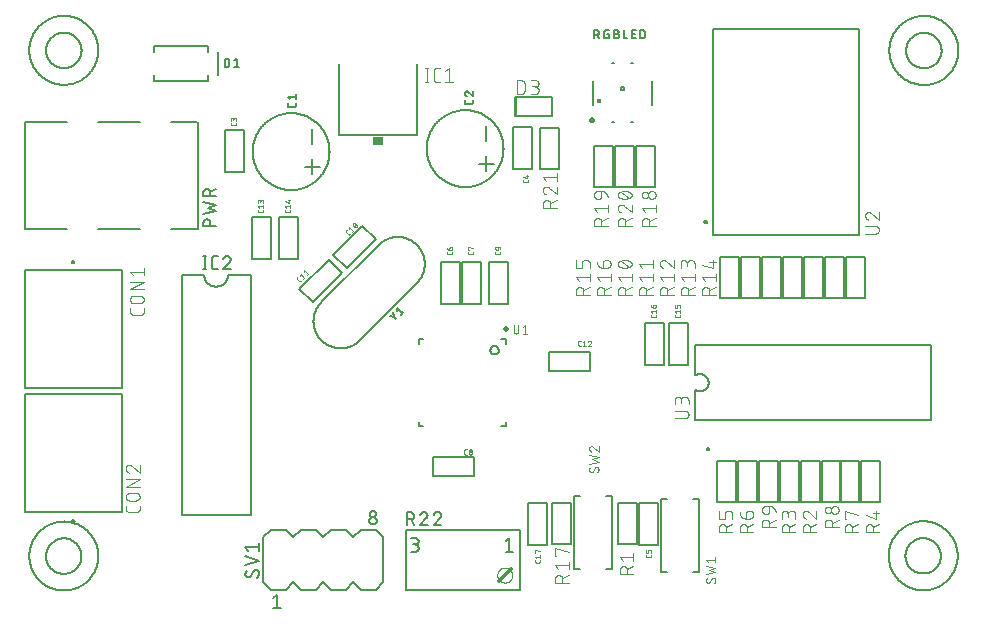
<source format=gbr>
G04 EAGLE Gerber RS-274X export*
G75*
%MOMM*%
%FSLAX34Y34*%
%LPD*%
%INSilkscreen Top*%
%IPPOS*%
%AMOC8*
5,1,8,0,0,1.08239X$1,22.5*%
G01*
%ADD10C,0.203200*%
%ADD11C,0.177800*%
%ADD12C,0.200000*%
%ADD13C,0.050800*%
%ADD14C,0.101600*%
%ADD15C,0.447200*%
%ADD16C,0.254000*%
%ADD17C,0.152400*%
%ADD18R,0.863600X0.762000*%
%ADD19C,0.127000*%
%ADD20C,0.304800*%
%ADD21C,0.076200*%
%ADD22C,0.508000*%


D10*
X196100Y378460D02*
X196110Y379258D01*
X196139Y380055D01*
X196188Y380851D01*
X196256Y381646D01*
X196344Y382438D01*
X196452Y383229D01*
X196578Y384016D01*
X196724Y384800D01*
X196890Y385581D01*
X197074Y386357D01*
X197277Y387128D01*
X197499Y387894D01*
X197740Y388655D01*
X198000Y389409D01*
X198278Y390157D01*
X198574Y390897D01*
X198888Y391630D01*
X199220Y392356D01*
X199570Y393072D01*
X199938Y393780D01*
X200322Y394479D01*
X200724Y395168D01*
X201142Y395847D01*
X201577Y396516D01*
X202028Y397174D01*
X202496Y397820D01*
X202979Y398455D01*
X203477Y399078D01*
X203991Y399688D01*
X204519Y400286D01*
X205062Y400870D01*
X205619Y401441D01*
X206190Y401998D01*
X206774Y402541D01*
X207372Y403069D01*
X207982Y403583D01*
X208605Y404081D01*
X209240Y404564D01*
X209886Y405032D01*
X210544Y405483D01*
X211213Y405918D01*
X211892Y406336D01*
X212581Y406738D01*
X213280Y407122D01*
X213988Y407490D01*
X214704Y407840D01*
X215430Y408172D01*
X216163Y408486D01*
X216903Y408782D01*
X217651Y409060D01*
X218405Y409320D01*
X219166Y409561D01*
X219932Y409783D01*
X220703Y409986D01*
X221479Y410170D01*
X222260Y410336D01*
X223044Y410482D01*
X223831Y410608D01*
X224622Y410716D01*
X225414Y410804D01*
X226209Y410872D01*
X227005Y410921D01*
X227802Y410950D01*
X228600Y410960D01*
X229398Y410950D01*
X230195Y410921D01*
X230991Y410872D01*
X231786Y410804D01*
X232578Y410716D01*
X233369Y410608D01*
X234156Y410482D01*
X234940Y410336D01*
X235721Y410170D01*
X236497Y409986D01*
X237268Y409783D01*
X238034Y409561D01*
X238795Y409320D01*
X239549Y409060D01*
X240297Y408782D01*
X241037Y408486D01*
X241770Y408172D01*
X242496Y407840D01*
X243212Y407490D01*
X243920Y407122D01*
X244619Y406738D01*
X245308Y406336D01*
X245987Y405918D01*
X246656Y405483D01*
X247314Y405032D01*
X247960Y404564D01*
X248595Y404081D01*
X249218Y403583D01*
X249828Y403069D01*
X250426Y402541D01*
X251010Y401998D01*
X251581Y401441D01*
X252138Y400870D01*
X252681Y400286D01*
X253209Y399688D01*
X253723Y399078D01*
X254221Y398455D01*
X254704Y397820D01*
X255172Y397174D01*
X255623Y396516D01*
X256058Y395847D01*
X256476Y395168D01*
X256878Y394479D01*
X257262Y393780D01*
X257630Y393072D01*
X257980Y392356D01*
X258312Y391630D01*
X258626Y390897D01*
X258922Y390157D01*
X259200Y389409D01*
X259460Y388655D01*
X259701Y387894D01*
X259923Y387128D01*
X260126Y386357D01*
X260310Y385581D01*
X260476Y384800D01*
X260622Y384016D01*
X260748Y383229D01*
X260856Y382438D01*
X260944Y381646D01*
X261012Y380851D01*
X261061Y380055D01*
X261090Y379258D01*
X261100Y378460D01*
X261090Y377662D01*
X261061Y376865D01*
X261012Y376069D01*
X260944Y375274D01*
X260856Y374482D01*
X260748Y373691D01*
X260622Y372904D01*
X260476Y372120D01*
X260310Y371339D01*
X260126Y370563D01*
X259923Y369792D01*
X259701Y369026D01*
X259460Y368265D01*
X259200Y367511D01*
X258922Y366763D01*
X258626Y366023D01*
X258312Y365290D01*
X257980Y364564D01*
X257630Y363848D01*
X257262Y363140D01*
X256878Y362441D01*
X256476Y361752D01*
X256058Y361073D01*
X255623Y360404D01*
X255172Y359746D01*
X254704Y359100D01*
X254221Y358465D01*
X253723Y357842D01*
X253209Y357232D01*
X252681Y356634D01*
X252138Y356050D01*
X251581Y355479D01*
X251010Y354922D01*
X250426Y354379D01*
X249828Y353851D01*
X249218Y353337D01*
X248595Y352839D01*
X247960Y352356D01*
X247314Y351888D01*
X246656Y351437D01*
X245987Y351002D01*
X245308Y350584D01*
X244619Y350182D01*
X243920Y349798D01*
X243212Y349430D01*
X242496Y349080D01*
X241770Y348748D01*
X241037Y348434D01*
X240297Y348138D01*
X239549Y347860D01*
X238795Y347600D01*
X238034Y347359D01*
X237268Y347137D01*
X236497Y346934D01*
X235721Y346750D01*
X234940Y346584D01*
X234156Y346438D01*
X233369Y346312D01*
X232578Y346204D01*
X231786Y346116D01*
X230991Y346048D01*
X230195Y345999D01*
X229398Y345970D01*
X228600Y345960D01*
X227802Y345970D01*
X227005Y345999D01*
X226209Y346048D01*
X225414Y346116D01*
X224622Y346204D01*
X223831Y346312D01*
X223044Y346438D01*
X222260Y346584D01*
X221479Y346750D01*
X220703Y346934D01*
X219932Y347137D01*
X219166Y347359D01*
X218405Y347600D01*
X217651Y347860D01*
X216903Y348138D01*
X216163Y348434D01*
X215430Y348748D01*
X214704Y349080D01*
X213988Y349430D01*
X213280Y349798D01*
X212581Y350182D01*
X211892Y350584D01*
X211213Y351002D01*
X210544Y351437D01*
X209886Y351888D01*
X209240Y352356D01*
X208605Y352839D01*
X207982Y353337D01*
X207372Y353851D01*
X206774Y354379D01*
X206190Y354922D01*
X205619Y355479D01*
X205062Y356050D01*
X204519Y356634D01*
X203991Y357232D01*
X203477Y357842D01*
X202979Y358465D01*
X202496Y359100D01*
X202028Y359746D01*
X201577Y360404D01*
X201142Y361073D01*
X200724Y361752D01*
X200322Y362441D01*
X199938Y363140D01*
X199570Y363848D01*
X199220Y364564D01*
X198888Y365290D01*
X198574Y366023D01*
X198278Y366763D01*
X198000Y367511D01*
X197740Y368265D01*
X197499Y369026D01*
X197277Y369792D01*
X197074Y370563D01*
X196890Y371339D01*
X196724Y372120D01*
X196578Y372904D01*
X196452Y373691D01*
X196344Y374482D01*
X196256Y375274D01*
X196188Y376069D01*
X196139Y376865D01*
X196110Y377662D01*
X196100Y378460D01*
X246380Y384810D02*
X246380Y397510D01*
X246380Y372110D02*
X246380Y359410D01*
X252730Y365760D02*
X240030Y365760D01*
D11*
X232791Y417891D02*
X232791Y419471D01*
X232791Y417891D02*
X232789Y417813D01*
X232783Y417736D01*
X232774Y417659D01*
X232761Y417583D01*
X232744Y417507D01*
X232723Y417432D01*
X232699Y417359D01*
X232671Y417286D01*
X232639Y417215D01*
X232604Y417146D01*
X232566Y417079D01*
X232525Y417013D01*
X232480Y416950D01*
X232432Y416889D01*
X232382Y416830D01*
X232328Y416774D01*
X232272Y416720D01*
X232213Y416670D01*
X232152Y416622D01*
X232089Y416577D01*
X232023Y416536D01*
X231956Y416498D01*
X231887Y416463D01*
X231816Y416431D01*
X231743Y416403D01*
X231670Y416379D01*
X231595Y416358D01*
X231519Y416341D01*
X231443Y416328D01*
X231366Y416319D01*
X231289Y416313D01*
X231211Y416311D01*
X231211Y416310D02*
X227259Y416310D01*
X227181Y416312D01*
X227104Y416318D01*
X227027Y416327D01*
X226951Y416340D01*
X226875Y416357D01*
X226800Y416378D01*
X226726Y416402D01*
X226654Y416430D01*
X226583Y416462D01*
X226514Y416497D01*
X226446Y416535D01*
X226381Y416576D01*
X226317Y416621D01*
X226256Y416669D01*
X226197Y416720D01*
X226141Y416773D01*
X226088Y416829D01*
X226037Y416888D01*
X225989Y416949D01*
X225944Y417013D01*
X225903Y417078D01*
X225865Y417146D01*
X225830Y417215D01*
X225798Y417286D01*
X225770Y417358D01*
X225746Y417432D01*
X225725Y417507D01*
X225708Y417583D01*
X225695Y417659D01*
X225686Y417736D01*
X225680Y417813D01*
X225678Y417891D01*
X225679Y417891D02*
X225679Y419471D01*
X227259Y423019D02*
X225679Y424994D01*
X232791Y424994D01*
X232791Y423019D02*
X232791Y426970D01*
D12*
X289011Y315565D02*
X264262Y290816D01*
X275576Y279502D01*
X300325Y304251D01*
X289011Y315565D01*
D13*
X278953Y309187D02*
X278247Y308481D01*
X278201Y308438D01*
X278153Y308398D01*
X278102Y308362D01*
X278049Y308328D01*
X277994Y308298D01*
X277937Y308271D01*
X277879Y308248D01*
X277819Y308229D01*
X277759Y308213D01*
X277697Y308201D01*
X277635Y308193D01*
X277572Y308189D01*
X277510Y308189D01*
X277447Y308193D01*
X277385Y308201D01*
X277323Y308213D01*
X277263Y308229D01*
X277203Y308248D01*
X277145Y308271D01*
X277088Y308298D01*
X277033Y308328D01*
X276980Y308362D01*
X276929Y308398D01*
X276881Y308438D01*
X276835Y308481D01*
X275071Y310246D01*
X275028Y310292D01*
X274988Y310340D01*
X274952Y310391D01*
X274918Y310444D01*
X274888Y310499D01*
X274861Y310556D01*
X274838Y310614D01*
X274819Y310674D01*
X274803Y310734D01*
X274791Y310796D01*
X274783Y310858D01*
X274779Y310921D01*
X274779Y310983D01*
X274783Y311046D01*
X274791Y311108D01*
X274803Y311170D01*
X274819Y311230D01*
X274838Y311290D01*
X274861Y311348D01*
X274888Y311405D01*
X274918Y311460D01*
X274952Y311513D01*
X274988Y311564D01*
X275028Y311612D01*
X275071Y311658D01*
X275776Y312364D01*
X277733Y312908D02*
X277909Y314496D01*
X281086Y311320D01*
X281968Y312202D02*
X280203Y310438D01*
X281797Y315207D02*
X281714Y315293D01*
X281633Y315382D01*
X281556Y315474D01*
X281481Y315568D01*
X281409Y315664D01*
X281341Y315762D01*
X281276Y315863D01*
X281214Y315966D01*
X281155Y316070D01*
X281100Y316177D01*
X281048Y316285D01*
X281000Y316395D01*
X280956Y316506D01*
X280915Y316619D01*
X280914Y316619D02*
X280889Y316674D01*
X280868Y316730D01*
X280851Y316788D01*
X280837Y316847D01*
X280828Y316907D01*
X280822Y316967D01*
X280820Y317027D01*
X280822Y317087D01*
X280828Y317147D01*
X280838Y317207D01*
X280852Y317265D01*
X280869Y317323D01*
X280891Y317379D01*
X280916Y317434D01*
X280944Y317487D01*
X280976Y317539D01*
X281011Y317588D01*
X281049Y317634D01*
X281091Y317678D01*
X281135Y317719D01*
X281182Y317757D01*
X281231Y317792D01*
X281282Y317824D01*
X281335Y317853D01*
X281390Y317877D01*
X281446Y317899D01*
X281504Y317916D01*
X281563Y317930D01*
X281622Y317940D01*
X281682Y317946D01*
X281742Y317948D01*
X281802Y317946D01*
X281862Y317940D01*
X281922Y317931D01*
X281981Y317917D01*
X282038Y317900D01*
X282095Y317879D01*
X282150Y317854D01*
X282150Y317855D02*
X282263Y317814D01*
X282374Y317770D01*
X282484Y317722D01*
X282592Y317670D01*
X282699Y317615D01*
X282803Y317556D01*
X282906Y317494D01*
X283007Y317429D01*
X283105Y317361D01*
X283201Y317289D01*
X283295Y317214D01*
X283387Y317137D01*
X283476Y317056D01*
X283562Y316973D01*
X281797Y315207D02*
X281883Y315124D01*
X281972Y315043D01*
X282064Y314966D01*
X282158Y314891D01*
X282254Y314819D01*
X282352Y314751D01*
X282453Y314686D01*
X282556Y314624D01*
X282660Y314565D01*
X282767Y314510D01*
X282875Y314458D01*
X282985Y314410D01*
X283096Y314366D01*
X283209Y314325D01*
X283209Y314326D02*
X283264Y314301D01*
X283321Y314280D01*
X283378Y314263D01*
X283437Y314249D01*
X283497Y314240D01*
X283557Y314234D01*
X283617Y314232D01*
X283677Y314234D01*
X283737Y314240D01*
X283796Y314250D01*
X283855Y314264D01*
X283913Y314281D01*
X283969Y314303D01*
X284024Y314328D01*
X284077Y314356D01*
X284128Y314388D01*
X284177Y314423D01*
X284224Y314461D01*
X284268Y314502D01*
X284444Y315561D02*
X284403Y315674D01*
X284359Y315785D01*
X284310Y315895D01*
X284259Y316003D01*
X284204Y316110D01*
X284145Y316214D01*
X284083Y316317D01*
X284018Y316418D01*
X283950Y316516D01*
X283878Y316612D01*
X283803Y316706D01*
X283726Y316798D01*
X283645Y316887D01*
X283562Y316973D01*
X284444Y315561D02*
X284469Y315506D01*
X284490Y315449D01*
X284507Y315392D01*
X284521Y315333D01*
X284530Y315273D01*
X284536Y315213D01*
X284538Y315153D01*
X284536Y315093D01*
X284530Y315033D01*
X284520Y314974D01*
X284506Y314915D01*
X284489Y314857D01*
X284467Y314801D01*
X284442Y314746D01*
X284414Y314693D01*
X284382Y314642D01*
X284347Y314593D01*
X284309Y314546D01*
X284268Y314502D01*
X282856Y314502D02*
X282503Y317678D01*
D12*
X271678Y275604D02*
X246929Y250855D01*
X271678Y275604D02*
X260364Y286918D01*
X235615Y262169D01*
X246929Y250855D01*
D13*
X236892Y268885D02*
X237598Y269591D01*
X236892Y268885D02*
X236846Y268842D01*
X236798Y268802D01*
X236747Y268766D01*
X236694Y268732D01*
X236639Y268702D01*
X236582Y268675D01*
X236524Y268652D01*
X236464Y268633D01*
X236404Y268617D01*
X236342Y268605D01*
X236280Y268597D01*
X236217Y268593D01*
X236155Y268593D01*
X236092Y268597D01*
X236030Y268605D01*
X235968Y268617D01*
X235908Y268633D01*
X235848Y268652D01*
X235790Y268675D01*
X235733Y268702D01*
X235678Y268732D01*
X235625Y268766D01*
X235574Y268802D01*
X235526Y268842D01*
X235480Y268885D01*
X235481Y268885D02*
X233716Y270650D01*
X233673Y270696D01*
X233633Y270744D01*
X233597Y270795D01*
X233563Y270848D01*
X233533Y270903D01*
X233506Y270960D01*
X233483Y271018D01*
X233464Y271078D01*
X233448Y271138D01*
X233436Y271200D01*
X233428Y271262D01*
X233424Y271325D01*
X233424Y271387D01*
X233428Y271450D01*
X233436Y271512D01*
X233448Y271574D01*
X233464Y271634D01*
X233483Y271694D01*
X233506Y271752D01*
X233533Y271809D01*
X233563Y271864D01*
X233597Y271917D01*
X233633Y271968D01*
X233673Y272016D01*
X233716Y272062D01*
X234422Y272767D01*
X236378Y273312D02*
X236555Y274900D01*
X239731Y271724D01*
X240613Y272606D02*
X238849Y270841D01*
X239560Y276494D02*
X239736Y278082D01*
X242913Y274906D01*
X243795Y275788D02*
X242030Y274023D01*
D12*
X446820Y192660D02*
X481820Y192660D01*
X481820Y208660D01*
X446820Y208660D01*
X446820Y192660D01*
D13*
X472792Y213994D02*
X473790Y213994D01*
X472792Y213994D02*
X472732Y213996D01*
X472672Y214001D01*
X472612Y214010D01*
X472553Y214023D01*
X472495Y214039D01*
X472438Y214059D01*
X472382Y214082D01*
X472328Y214108D01*
X472276Y214138D01*
X472225Y214171D01*
X472177Y214206D01*
X472130Y214245D01*
X472086Y214286D01*
X472045Y214330D01*
X472006Y214377D01*
X471971Y214425D01*
X471938Y214476D01*
X471908Y214528D01*
X471882Y214582D01*
X471859Y214638D01*
X471839Y214695D01*
X471823Y214753D01*
X471810Y214812D01*
X471801Y214872D01*
X471796Y214932D01*
X471794Y214992D01*
X471794Y217488D01*
X471796Y217551D01*
X471802Y217613D01*
X471812Y217675D01*
X471825Y217736D01*
X471843Y217796D01*
X471864Y217855D01*
X471889Y217913D01*
X471917Y217969D01*
X471949Y218023D01*
X471985Y218075D01*
X472023Y218124D01*
X472064Y218171D01*
X472109Y218215D01*
X472156Y218257D01*
X472205Y218295D01*
X472257Y218331D01*
X472311Y218363D01*
X472367Y218391D01*
X472425Y218416D01*
X472484Y218437D01*
X472544Y218455D01*
X472605Y218468D01*
X472667Y218478D01*
X472729Y218484D01*
X472792Y218486D01*
X473790Y218486D01*
X475559Y217488D02*
X476807Y218486D01*
X476807Y213994D01*
X478054Y213994D02*
X475559Y213994D01*
X481431Y218486D02*
X481496Y218484D01*
X481561Y218478D01*
X481626Y218469D01*
X481690Y218456D01*
X481753Y218439D01*
X481815Y218418D01*
X481876Y218394D01*
X481935Y218367D01*
X481993Y218336D01*
X482048Y218301D01*
X482102Y218264D01*
X482153Y218223D01*
X482202Y218180D01*
X482248Y218134D01*
X482291Y218085D01*
X482332Y218034D01*
X482369Y217980D01*
X482404Y217925D01*
X482435Y217867D01*
X482462Y217808D01*
X482486Y217747D01*
X482507Y217685D01*
X482524Y217622D01*
X482537Y217558D01*
X482546Y217493D01*
X482552Y217428D01*
X482554Y217363D01*
X481431Y218486D02*
X481358Y218484D01*
X481286Y218479D01*
X481214Y218470D01*
X481143Y218457D01*
X481072Y218441D01*
X481002Y218421D01*
X480933Y218397D01*
X480866Y218371D01*
X480800Y218341D01*
X480735Y218307D01*
X480673Y218271D01*
X480612Y218231D01*
X480553Y218188D01*
X480497Y218143D01*
X480443Y218094D01*
X480391Y218043D01*
X480342Y217990D01*
X480296Y217934D01*
X480252Y217876D01*
X480212Y217815D01*
X480175Y217753D01*
X480141Y217689D01*
X480110Y217623D01*
X480082Y217556D01*
X480058Y217488D01*
X482180Y216490D02*
X482226Y216536D01*
X482269Y216584D01*
X482310Y216635D01*
X482348Y216688D01*
X482383Y216743D01*
X482414Y216800D01*
X482443Y216858D01*
X482469Y216918D01*
X482491Y216979D01*
X482510Y217041D01*
X482526Y217105D01*
X482538Y217169D01*
X482547Y217233D01*
X482552Y217298D01*
X482554Y217363D01*
X482180Y216490D02*
X480059Y213994D01*
X482554Y213994D01*
D12*
X195200Y287800D02*
X195200Y322800D01*
X195200Y287800D02*
X211200Y287800D01*
X211200Y322800D01*
X195200Y322800D01*
D13*
X205106Y328012D02*
X205106Y329010D01*
X205106Y328012D02*
X205104Y327949D01*
X205098Y327887D01*
X205088Y327825D01*
X205075Y327764D01*
X205057Y327704D01*
X205036Y327645D01*
X205011Y327587D01*
X204983Y327531D01*
X204951Y327477D01*
X204915Y327425D01*
X204877Y327376D01*
X204836Y327329D01*
X204791Y327285D01*
X204744Y327243D01*
X204695Y327205D01*
X204643Y327169D01*
X204589Y327137D01*
X204533Y327109D01*
X204475Y327084D01*
X204416Y327063D01*
X204356Y327045D01*
X204295Y327032D01*
X204233Y327022D01*
X204171Y327016D01*
X204108Y327014D01*
X201612Y327014D01*
X201549Y327016D01*
X201487Y327022D01*
X201425Y327032D01*
X201364Y327045D01*
X201304Y327063D01*
X201245Y327084D01*
X201187Y327109D01*
X201131Y327137D01*
X201077Y327169D01*
X201025Y327205D01*
X200976Y327243D01*
X200929Y327284D01*
X200885Y327329D01*
X200843Y327376D01*
X200805Y327425D01*
X200769Y327477D01*
X200737Y327531D01*
X200709Y327587D01*
X200684Y327645D01*
X200663Y327704D01*
X200645Y327764D01*
X200632Y327825D01*
X200622Y327887D01*
X200616Y327949D01*
X200614Y328012D01*
X200614Y329010D01*
X201612Y330779D02*
X200614Y332027D01*
X205106Y332027D01*
X205106Y333274D02*
X205106Y330779D01*
X205106Y335279D02*
X205106Y336527D01*
X205104Y336596D01*
X205098Y336664D01*
X205089Y336732D01*
X205076Y336800D01*
X205059Y336867D01*
X205038Y336932D01*
X205014Y336997D01*
X204987Y337060D01*
X204956Y337121D01*
X204921Y337181D01*
X204884Y337238D01*
X204843Y337294D01*
X204799Y337347D01*
X204753Y337397D01*
X204703Y337445D01*
X204651Y337490D01*
X204597Y337533D01*
X204541Y337572D01*
X204482Y337608D01*
X204422Y337641D01*
X204359Y337670D01*
X204296Y337696D01*
X204231Y337718D01*
X204164Y337737D01*
X204097Y337752D01*
X204029Y337763D01*
X203961Y337771D01*
X203892Y337775D01*
X203824Y337775D01*
X203755Y337771D01*
X203687Y337763D01*
X203619Y337752D01*
X203552Y337737D01*
X203485Y337718D01*
X203420Y337696D01*
X203357Y337670D01*
X203294Y337641D01*
X203234Y337608D01*
X203175Y337572D01*
X203119Y337533D01*
X203065Y337490D01*
X203013Y337445D01*
X202963Y337397D01*
X202917Y337347D01*
X202873Y337294D01*
X202832Y337238D01*
X202795Y337181D01*
X202760Y337121D01*
X202729Y337060D01*
X202702Y336997D01*
X202678Y336932D01*
X202657Y336867D01*
X202640Y336800D01*
X202627Y336732D01*
X202618Y336664D01*
X202612Y336596D01*
X202610Y336527D01*
X200614Y336776D02*
X200614Y335279D01*
X200614Y336776D02*
X200616Y336837D01*
X200622Y336899D01*
X200631Y336959D01*
X200644Y337019D01*
X200661Y337079D01*
X200681Y337137D01*
X200705Y337193D01*
X200733Y337248D01*
X200763Y337301D01*
X200797Y337353D01*
X200834Y337402D01*
X200874Y337448D01*
X200917Y337492D01*
X200963Y337534D01*
X201011Y337572D01*
X201061Y337608D01*
X201113Y337640D01*
X201167Y337669D01*
X201223Y337695D01*
X201280Y337717D01*
X201339Y337736D01*
X201398Y337751D01*
X201459Y337762D01*
X201520Y337770D01*
X201581Y337774D01*
X201643Y337774D01*
X201704Y337770D01*
X201765Y337762D01*
X201826Y337751D01*
X201885Y337736D01*
X201944Y337717D01*
X202001Y337695D01*
X202057Y337669D01*
X202111Y337640D01*
X202163Y337608D01*
X202213Y337572D01*
X202261Y337534D01*
X202307Y337492D01*
X202350Y337448D01*
X202390Y337402D01*
X202427Y337353D01*
X202461Y337301D01*
X202491Y337248D01*
X202519Y337193D01*
X202543Y337137D01*
X202563Y337079D01*
X202580Y337019D01*
X202593Y336959D01*
X202602Y336899D01*
X202608Y336837D01*
X202610Y336776D01*
X202610Y335778D01*
D12*
X218060Y322800D02*
X218060Y287800D01*
X234060Y287800D01*
X234060Y322800D01*
X218060Y322800D01*
D13*
X227966Y328012D02*
X227966Y329010D01*
X227966Y328012D02*
X227964Y327949D01*
X227958Y327887D01*
X227948Y327825D01*
X227935Y327764D01*
X227917Y327704D01*
X227896Y327645D01*
X227871Y327587D01*
X227843Y327531D01*
X227811Y327477D01*
X227775Y327425D01*
X227737Y327376D01*
X227696Y327329D01*
X227651Y327285D01*
X227604Y327243D01*
X227555Y327205D01*
X227503Y327169D01*
X227449Y327137D01*
X227393Y327109D01*
X227335Y327084D01*
X227276Y327063D01*
X227216Y327045D01*
X227155Y327032D01*
X227093Y327022D01*
X227031Y327016D01*
X226968Y327014D01*
X224472Y327014D01*
X224409Y327016D01*
X224347Y327022D01*
X224285Y327032D01*
X224224Y327045D01*
X224164Y327063D01*
X224105Y327084D01*
X224047Y327109D01*
X223991Y327137D01*
X223937Y327169D01*
X223885Y327205D01*
X223836Y327243D01*
X223789Y327284D01*
X223745Y327329D01*
X223703Y327376D01*
X223665Y327425D01*
X223629Y327477D01*
X223597Y327531D01*
X223569Y327587D01*
X223544Y327645D01*
X223523Y327704D01*
X223505Y327764D01*
X223492Y327825D01*
X223482Y327887D01*
X223476Y327949D01*
X223474Y328012D01*
X223474Y329010D01*
X224472Y330779D02*
X223474Y332027D01*
X227966Y332027D01*
X227966Y333274D02*
X227966Y330779D01*
X226968Y335279D02*
X223474Y336277D01*
X226968Y335279D02*
X226968Y337774D01*
X225970Y337026D02*
X227966Y337026D01*
D12*
X564260Y232900D02*
X564260Y197900D01*
X564260Y232900D02*
X548260Y232900D01*
X548260Y197900D01*
X564260Y197900D01*
D13*
X558166Y239112D02*
X558166Y240110D01*
X558166Y239112D02*
X558164Y239049D01*
X558158Y238987D01*
X558148Y238925D01*
X558135Y238864D01*
X558117Y238804D01*
X558096Y238745D01*
X558071Y238687D01*
X558043Y238631D01*
X558011Y238577D01*
X557975Y238525D01*
X557937Y238476D01*
X557896Y238429D01*
X557851Y238385D01*
X557804Y238343D01*
X557755Y238305D01*
X557703Y238269D01*
X557649Y238237D01*
X557593Y238209D01*
X557535Y238184D01*
X557476Y238163D01*
X557416Y238145D01*
X557355Y238132D01*
X557293Y238122D01*
X557231Y238116D01*
X557168Y238114D01*
X554672Y238114D01*
X554609Y238116D01*
X554547Y238122D01*
X554485Y238132D01*
X554424Y238145D01*
X554364Y238163D01*
X554305Y238184D01*
X554247Y238209D01*
X554191Y238237D01*
X554137Y238269D01*
X554085Y238305D01*
X554036Y238343D01*
X553989Y238384D01*
X553945Y238429D01*
X553903Y238476D01*
X553865Y238525D01*
X553829Y238577D01*
X553797Y238631D01*
X553769Y238687D01*
X553744Y238745D01*
X553723Y238804D01*
X553705Y238864D01*
X553692Y238925D01*
X553682Y238987D01*
X553676Y239049D01*
X553674Y239112D01*
X553674Y240110D01*
X554672Y241879D02*
X553674Y243127D01*
X558166Y243127D01*
X558166Y244374D02*
X558166Y241879D01*
X558166Y246379D02*
X558166Y247876D01*
X558164Y247936D01*
X558159Y247996D01*
X558150Y248056D01*
X558137Y248115D01*
X558121Y248173D01*
X558101Y248230D01*
X558078Y248286D01*
X558052Y248340D01*
X558022Y248392D01*
X557989Y248443D01*
X557954Y248491D01*
X557915Y248538D01*
X557874Y248582D01*
X557830Y248623D01*
X557783Y248662D01*
X557735Y248697D01*
X557684Y248730D01*
X557632Y248760D01*
X557578Y248786D01*
X557522Y248809D01*
X557465Y248829D01*
X557407Y248845D01*
X557348Y248858D01*
X557288Y248867D01*
X557228Y248872D01*
X557168Y248874D01*
X556669Y248874D01*
X556606Y248872D01*
X556544Y248866D01*
X556482Y248856D01*
X556421Y248843D01*
X556361Y248825D01*
X556302Y248804D01*
X556244Y248779D01*
X556188Y248751D01*
X556134Y248719D01*
X556082Y248683D01*
X556033Y248645D01*
X555986Y248604D01*
X555942Y248559D01*
X555900Y248512D01*
X555862Y248463D01*
X555826Y248411D01*
X555794Y248357D01*
X555766Y248301D01*
X555741Y248243D01*
X555720Y248184D01*
X555702Y248124D01*
X555689Y248063D01*
X555679Y248001D01*
X555673Y247939D01*
X555671Y247876D01*
X555670Y247876D02*
X555670Y246379D01*
X553674Y246379D01*
X553674Y248874D01*
D12*
X543940Y232900D02*
X543940Y197900D01*
X543940Y232900D02*
X527940Y232900D01*
X527940Y197900D01*
X543940Y197900D01*
D13*
X537846Y239112D02*
X537846Y240110D01*
X537846Y239112D02*
X537844Y239049D01*
X537838Y238987D01*
X537828Y238925D01*
X537815Y238864D01*
X537797Y238804D01*
X537776Y238745D01*
X537751Y238687D01*
X537723Y238631D01*
X537691Y238577D01*
X537655Y238525D01*
X537617Y238476D01*
X537576Y238429D01*
X537531Y238385D01*
X537484Y238343D01*
X537435Y238305D01*
X537383Y238269D01*
X537329Y238237D01*
X537273Y238209D01*
X537215Y238184D01*
X537156Y238163D01*
X537096Y238145D01*
X537035Y238132D01*
X536973Y238122D01*
X536911Y238116D01*
X536848Y238114D01*
X534352Y238114D01*
X534289Y238116D01*
X534227Y238122D01*
X534165Y238132D01*
X534104Y238145D01*
X534044Y238163D01*
X533985Y238184D01*
X533927Y238209D01*
X533871Y238237D01*
X533817Y238269D01*
X533765Y238305D01*
X533716Y238343D01*
X533669Y238384D01*
X533625Y238429D01*
X533583Y238476D01*
X533545Y238525D01*
X533509Y238577D01*
X533477Y238631D01*
X533449Y238687D01*
X533424Y238745D01*
X533403Y238804D01*
X533385Y238864D01*
X533372Y238925D01*
X533362Y238987D01*
X533356Y239049D01*
X533354Y239112D01*
X533354Y240110D01*
X534352Y241879D02*
X533354Y243127D01*
X537846Y243127D01*
X537846Y244374D02*
X537846Y241879D01*
X535350Y246379D02*
X535350Y247876D01*
X535351Y247876D02*
X535353Y247936D01*
X535358Y247996D01*
X535367Y248056D01*
X535380Y248115D01*
X535396Y248173D01*
X535416Y248230D01*
X535439Y248286D01*
X535465Y248340D01*
X535495Y248392D01*
X535528Y248443D01*
X535563Y248491D01*
X535602Y248538D01*
X535643Y248582D01*
X535687Y248623D01*
X535734Y248662D01*
X535782Y248697D01*
X535833Y248730D01*
X535885Y248760D01*
X535939Y248786D01*
X535995Y248809D01*
X536052Y248829D01*
X536110Y248845D01*
X536169Y248858D01*
X536229Y248867D01*
X536289Y248872D01*
X536349Y248874D01*
X536598Y248874D01*
X536598Y248875D02*
X536667Y248873D01*
X536735Y248867D01*
X536803Y248858D01*
X536871Y248845D01*
X536938Y248828D01*
X537003Y248807D01*
X537068Y248783D01*
X537131Y248756D01*
X537192Y248725D01*
X537252Y248690D01*
X537309Y248653D01*
X537365Y248612D01*
X537418Y248568D01*
X537468Y248522D01*
X537516Y248472D01*
X537561Y248420D01*
X537604Y248366D01*
X537643Y248310D01*
X537679Y248251D01*
X537712Y248191D01*
X537741Y248128D01*
X537767Y248065D01*
X537789Y248000D01*
X537808Y247933D01*
X537823Y247866D01*
X537834Y247798D01*
X537842Y247730D01*
X537846Y247661D01*
X537846Y247593D01*
X537842Y247524D01*
X537834Y247456D01*
X537823Y247388D01*
X537808Y247321D01*
X537789Y247254D01*
X537767Y247189D01*
X537741Y247126D01*
X537712Y247063D01*
X537679Y247003D01*
X537643Y246944D01*
X537604Y246888D01*
X537561Y246834D01*
X537516Y246782D01*
X537468Y246732D01*
X537418Y246686D01*
X537365Y246642D01*
X537309Y246601D01*
X537252Y246564D01*
X537192Y246529D01*
X537131Y246498D01*
X537068Y246471D01*
X537003Y246447D01*
X536938Y246426D01*
X536871Y246409D01*
X536803Y246396D01*
X536735Y246387D01*
X536667Y246381D01*
X536598Y246379D01*
X535350Y246379D01*
X535350Y246378D02*
X535263Y246380D01*
X535176Y246386D01*
X535089Y246395D01*
X535003Y246408D01*
X534918Y246425D01*
X534833Y246446D01*
X534750Y246470D01*
X534667Y246498D01*
X534586Y246530D01*
X534506Y246565D01*
X534428Y246604D01*
X534352Y246646D01*
X534277Y246691D01*
X534205Y246739D01*
X534134Y246791D01*
X534066Y246845D01*
X534001Y246903D01*
X533938Y246963D01*
X533878Y247026D01*
X533820Y247091D01*
X533766Y247159D01*
X533714Y247230D01*
X533666Y247302D01*
X533621Y247376D01*
X533579Y247453D01*
X533540Y247531D01*
X533505Y247611D01*
X533473Y247692D01*
X533445Y247774D01*
X533421Y247858D01*
X533400Y247943D01*
X533383Y248028D01*
X533370Y248114D01*
X533361Y248201D01*
X533355Y248288D01*
X533353Y248375D01*
D12*
X444880Y80500D02*
X444880Y45500D01*
X444880Y80500D02*
X428880Y80500D01*
X428880Y45500D01*
X444880Y45500D01*
D13*
X439466Y32522D02*
X439466Y31524D01*
X439464Y31461D01*
X439458Y31399D01*
X439448Y31337D01*
X439435Y31276D01*
X439417Y31216D01*
X439396Y31157D01*
X439371Y31099D01*
X439343Y31043D01*
X439311Y30989D01*
X439275Y30937D01*
X439237Y30888D01*
X439196Y30841D01*
X439151Y30797D01*
X439104Y30755D01*
X439055Y30717D01*
X439003Y30681D01*
X438949Y30649D01*
X438893Y30621D01*
X438835Y30596D01*
X438776Y30575D01*
X438716Y30557D01*
X438655Y30544D01*
X438593Y30534D01*
X438531Y30528D01*
X438468Y30526D01*
X435972Y30526D01*
X435909Y30528D01*
X435847Y30534D01*
X435785Y30544D01*
X435724Y30557D01*
X435664Y30575D01*
X435605Y30596D01*
X435547Y30621D01*
X435491Y30649D01*
X435437Y30681D01*
X435385Y30717D01*
X435336Y30755D01*
X435289Y30796D01*
X435245Y30841D01*
X435203Y30888D01*
X435165Y30937D01*
X435129Y30989D01*
X435097Y31043D01*
X435069Y31099D01*
X435044Y31157D01*
X435023Y31216D01*
X435005Y31276D01*
X434992Y31337D01*
X434982Y31399D01*
X434976Y31461D01*
X434974Y31524D01*
X434974Y32522D01*
X435972Y34291D02*
X434974Y35538D01*
X439466Y35538D01*
X439466Y34291D02*
X439466Y36786D01*
X435473Y38790D02*
X434974Y38790D01*
X434974Y41286D01*
X439466Y40038D01*
D10*
X343420Y381000D02*
X343430Y381798D01*
X343459Y382595D01*
X343508Y383391D01*
X343576Y384186D01*
X343664Y384978D01*
X343772Y385769D01*
X343898Y386556D01*
X344044Y387340D01*
X344210Y388121D01*
X344394Y388897D01*
X344597Y389668D01*
X344819Y390434D01*
X345060Y391195D01*
X345320Y391949D01*
X345598Y392697D01*
X345894Y393437D01*
X346208Y394170D01*
X346540Y394896D01*
X346890Y395612D01*
X347258Y396320D01*
X347642Y397019D01*
X348044Y397708D01*
X348462Y398387D01*
X348897Y399056D01*
X349348Y399714D01*
X349816Y400360D01*
X350299Y400995D01*
X350797Y401618D01*
X351311Y402228D01*
X351839Y402826D01*
X352382Y403410D01*
X352939Y403981D01*
X353510Y404538D01*
X354094Y405081D01*
X354692Y405609D01*
X355302Y406123D01*
X355925Y406621D01*
X356560Y407104D01*
X357206Y407572D01*
X357864Y408023D01*
X358533Y408458D01*
X359212Y408876D01*
X359901Y409278D01*
X360600Y409662D01*
X361308Y410030D01*
X362024Y410380D01*
X362750Y410712D01*
X363483Y411026D01*
X364223Y411322D01*
X364971Y411600D01*
X365725Y411860D01*
X366486Y412101D01*
X367252Y412323D01*
X368023Y412526D01*
X368799Y412710D01*
X369580Y412876D01*
X370364Y413022D01*
X371151Y413148D01*
X371942Y413256D01*
X372734Y413344D01*
X373529Y413412D01*
X374325Y413461D01*
X375122Y413490D01*
X375920Y413500D01*
X376718Y413490D01*
X377515Y413461D01*
X378311Y413412D01*
X379106Y413344D01*
X379898Y413256D01*
X380689Y413148D01*
X381476Y413022D01*
X382260Y412876D01*
X383041Y412710D01*
X383817Y412526D01*
X384588Y412323D01*
X385354Y412101D01*
X386115Y411860D01*
X386869Y411600D01*
X387617Y411322D01*
X388357Y411026D01*
X389090Y410712D01*
X389816Y410380D01*
X390532Y410030D01*
X391240Y409662D01*
X391939Y409278D01*
X392628Y408876D01*
X393307Y408458D01*
X393976Y408023D01*
X394634Y407572D01*
X395280Y407104D01*
X395915Y406621D01*
X396538Y406123D01*
X397148Y405609D01*
X397746Y405081D01*
X398330Y404538D01*
X398901Y403981D01*
X399458Y403410D01*
X400001Y402826D01*
X400529Y402228D01*
X401043Y401618D01*
X401541Y400995D01*
X402024Y400360D01*
X402492Y399714D01*
X402943Y399056D01*
X403378Y398387D01*
X403796Y397708D01*
X404198Y397019D01*
X404582Y396320D01*
X404950Y395612D01*
X405300Y394896D01*
X405632Y394170D01*
X405946Y393437D01*
X406242Y392697D01*
X406520Y391949D01*
X406780Y391195D01*
X407021Y390434D01*
X407243Y389668D01*
X407446Y388897D01*
X407630Y388121D01*
X407796Y387340D01*
X407942Y386556D01*
X408068Y385769D01*
X408176Y384978D01*
X408264Y384186D01*
X408332Y383391D01*
X408381Y382595D01*
X408410Y381798D01*
X408420Y381000D01*
X408410Y380202D01*
X408381Y379405D01*
X408332Y378609D01*
X408264Y377814D01*
X408176Y377022D01*
X408068Y376231D01*
X407942Y375444D01*
X407796Y374660D01*
X407630Y373879D01*
X407446Y373103D01*
X407243Y372332D01*
X407021Y371566D01*
X406780Y370805D01*
X406520Y370051D01*
X406242Y369303D01*
X405946Y368563D01*
X405632Y367830D01*
X405300Y367104D01*
X404950Y366388D01*
X404582Y365680D01*
X404198Y364981D01*
X403796Y364292D01*
X403378Y363613D01*
X402943Y362944D01*
X402492Y362286D01*
X402024Y361640D01*
X401541Y361005D01*
X401043Y360382D01*
X400529Y359772D01*
X400001Y359174D01*
X399458Y358590D01*
X398901Y358019D01*
X398330Y357462D01*
X397746Y356919D01*
X397148Y356391D01*
X396538Y355877D01*
X395915Y355379D01*
X395280Y354896D01*
X394634Y354428D01*
X393976Y353977D01*
X393307Y353542D01*
X392628Y353124D01*
X391939Y352722D01*
X391240Y352338D01*
X390532Y351970D01*
X389816Y351620D01*
X389090Y351288D01*
X388357Y350974D01*
X387617Y350678D01*
X386869Y350400D01*
X386115Y350140D01*
X385354Y349899D01*
X384588Y349677D01*
X383817Y349474D01*
X383041Y349290D01*
X382260Y349124D01*
X381476Y348978D01*
X380689Y348852D01*
X379898Y348744D01*
X379106Y348656D01*
X378311Y348588D01*
X377515Y348539D01*
X376718Y348510D01*
X375920Y348500D01*
X375122Y348510D01*
X374325Y348539D01*
X373529Y348588D01*
X372734Y348656D01*
X371942Y348744D01*
X371151Y348852D01*
X370364Y348978D01*
X369580Y349124D01*
X368799Y349290D01*
X368023Y349474D01*
X367252Y349677D01*
X366486Y349899D01*
X365725Y350140D01*
X364971Y350400D01*
X364223Y350678D01*
X363483Y350974D01*
X362750Y351288D01*
X362024Y351620D01*
X361308Y351970D01*
X360600Y352338D01*
X359901Y352722D01*
X359212Y353124D01*
X358533Y353542D01*
X357864Y353977D01*
X357206Y354428D01*
X356560Y354896D01*
X355925Y355379D01*
X355302Y355877D01*
X354692Y356391D01*
X354094Y356919D01*
X353510Y357462D01*
X352939Y358019D01*
X352382Y358590D01*
X351839Y359174D01*
X351311Y359772D01*
X350797Y360382D01*
X350299Y361005D01*
X349816Y361640D01*
X349348Y362286D01*
X348897Y362944D01*
X348462Y363613D01*
X348044Y364292D01*
X347642Y364981D01*
X347258Y365680D01*
X346890Y366388D01*
X346540Y367104D01*
X346208Y367830D01*
X345894Y368563D01*
X345598Y369303D01*
X345320Y370051D01*
X345060Y370805D01*
X344819Y371566D01*
X344597Y372332D01*
X344394Y373103D01*
X344210Y373879D01*
X344044Y374660D01*
X343898Y375444D01*
X343772Y376231D01*
X343664Y377022D01*
X343576Y377814D01*
X343508Y378609D01*
X343459Y379405D01*
X343430Y380202D01*
X343420Y381000D01*
X393700Y387350D02*
X393700Y400050D01*
X393700Y374650D02*
X393700Y361950D01*
X400050Y368300D02*
X387350Y368300D01*
D11*
X382651Y420431D02*
X382651Y422011D01*
X382651Y420431D02*
X382649Y420353D01*
X382643Y420276D01*
X382634Y420199D01*
X382621Y420123D01*
X382604Y420047D01*
X382583Y419972D01*
X382559Y419899D01*
X382531Y419826D01*
X382499Y419755D01*
X382464Y419686D01*
X382426Y419619D01*
X382385Y419553D01*
X382340Y419490D01*
X382292Y419429D01*
X382242Y419370D01*
X382188Y419314D01*
X382132Y419260D01*
X382073Y419210D01*
X382012Y419162D01*
X381949Y419117D01*
X381883Y419076D01*
X381816Y419038D01*
X381747Y419003D01*
X381676Y418971D01*
X381603Y418943D01*
X381530Y418919D01*
X381455Y418898D01*
X381379Y418881D01*
X381303Y418868D01*
X381226Y418859D01*
X381149Y418853D01*
X381071Y418851D01*
X381071Y418850D02*
X377119Y418850D01*
X377041Y418852D01*
X376964Y418858D01*
X376887Y418867D01*
X376811Y418880D01*
X376735Y418897D01*
X376660Y418918D01*
X376586Y418942D01*
X376514Y418970D01*
X376443Y419002D01*
X376374Y419037D01*
X376306Y419075D01*
X376241Y419116D01*
X376177Y419161D01*
X376116Y419209D01*
X376057Y419260D01*
X376001Y419313D01*
X375948Y419369D01*
X375897Y419428D01*
X375849Y419489D01*
X375804Y419553D01*
X375763Y419618D01*
X375725Y419686D01*
X375690Y419755D01*
X375658Y419826D01*
X375630Y419898D01*
X375606Y419972D01*
X375585Y420047D01*
X375568Y420123D01*
X375555Y420199D01*
X375546Y420276D01*
X375540Y420353D01*
X375538Y420431D01*
X375539Y420431D02*
X375539Y422011D01*
X375539Y427732D02*
X375541Y427814D01*
X375547Y427896D01*
X375556Y427978D01*
X375569Y428059D01*
X375586Y428139D01*
X375607Y428219D01*
X375631Y428297D01*
X375659Y428374D01*
X375690Y428450D01*
X375725Y428525D01*
X375764Y428597D01*
X375805Y428668D01*
X375850Y428737D01*
X375898Y428803D01*
X375949Y428868D01*
X376003Y428930D01*
X376060Y428989D01*
X376119Y429046D01*
X376181Y429100D01*
X376246Y429151D01*
X376312Y429199D01*
X376381Y429244D01*
X376452Y429285D01*
X376524Y429324D01*
X376599Y429359D01*
X376675Y429390D01*
X376752Y429418D01*
X376830Y429442D01*
X376910Y429463D01*
X376990Y429480D01*
X377071Y429493D01*
X377153Y429502D01*
X377235Y429508D01*
X377317Y429510D01*
X375539Y427732D02*
X375541Y427639D01*
X375547Y427547D01*
X375556Y427455D01*
X375569Y427363D01*
X375586Y427272D01*
X375606Y427182D01*
X375630Y427092D01*
X375658Y427004D01*
X375690Y426916D01*
X375724Y426831D01*
X375763Y426746D01*
X375804Y426664D01*
X375849Y426583D01*
X375898Y426503D01*
X375949Y426426D01*
X376003Y426351D01*
X376061Y426279D01*
X376121Y426208D01*
X376185Y426141D01*
X376250Y426076D01*
X376319Y426013D01*
X376390Y425954D01*
X376463Y425897D01*
X376539Y425843D01*
X376616Y425793D01*
X376696Y425745D01*
X376778Y425701D01*
X376861Y425661D01*
X376946Y425623D01*
X377032Y425589D01*
X377119Y425559D01*
X378700Y428917D02*
X378639Y428978D01*
X378576Y429036D01*
X378510Y429091D01*
X378442Y429144D01*
X378371Y429193D01*
X378299Y429238D01*
X378224Y429281D01*
X378148Y429320D01*
X378069Y429356D01*
X377990Y429388D01*
X377909Y429416D01*
X377826Y429441D01*
X377743Y429462D01*
X377659Y429479D01*
X377574Y429493D01*
X377489Y429502D01*
X377403Y429508D01*
X377317Y429510D01*
X378700Y428917D02*
X382651Y425559D01*
X382651Y429510D01*
D12*
X172340Y396460D02*
X172340Y361460D01*
X188340Y361460D01*
X188340Y396460D01*
X172340Y396460D01*
D13*
X182246Y401672D02*
X182246Y402670D01*
X182246Y401672D02*
X182244Y401609D01*
X182238Y401547D01*
X182228Y401485D01*
X182215Y401424D01*
X182197Y401364D01*
X182176Y401305D01*
X182151Y401247D01*
X182123Y401191D01*
X182091Y401137D01*
X182055Y401085D01*
X182017Y401036D01*
X181976Y400989D01*
X181931Y400945D01*
X181884Y400903D01*
X181835Y400865D01*
X181783Y400829D01*
X181729Y400797D01*
X181673Y400769D01*
X181615Y400744D01*
X181556Y400723D01*
X181496Y400705D01*
X181435Y400692D01*
X181373Y400682D01*
X181311Y400676D01*
X181248Y400674D01*
X178752Y400674D01*
X178689Y400676D01*
X178627Y400682D01*
X178565Y400692D01*
X178504Y400705D01*
X178444Y400723D01*
X178385Y400744D01*
X178327Y400769D01*
X178271Y400797D01*
X178217Y400829D01*
X178165Y400865D01*
X178116Y400903D01*
X178069Y400944D01*
X178025Y400989D01*
X177983Y401036D01*
X177945Y401085D01*
X177909Y401137D01*
X177877Y401191D01*
X177849Y401247D01*
X177824Y401305D01*
X177803Y401364D01*
X177785Y401424D01*
X177772Y401485D01*
X177762Y401547D01*
X177756Y401609D01*
X177754Y401672D01*
X177754Y402670D01*
X182246Y404439D02*
X182246Y405687D01*
X182244Y405756D01*
X182238Y405824D01*
X182229Y405892D01*
X182216Y405960D01*
X182199Y406027D01*
X182178Y406092D01*
X182154Y406157D01*
X182127Y406220D01*
X182096Y406281D01*
X182061Y406341D01*
X182024Y406398D01*
X181983Y406454D01*
X181939Y406507D01*
X181893Y406557D01*
X181843Y406605D01*
X181791Y406650D01*
X181737Y406693D01*
X181681Y406732D01*
X181622Y406768D01*
X181562Y406801D01*
X181499Y406830D01*
X181436Y406856D01*
X181371Y406878D01*
X181304Y406897D01*
X181237Y406912D01*
X181169Y406923D01*
X181101Y406931D01*
X181032Y406935D01*
X180964Y406935D01*
X180895Y406931D01*
X180827Y406923D01*
X180759Y406912D01*
X180692Y406897D01*
X180625Y406878D01*
X180560Y406856D01*
X180497Y406830D01*
X180434Y406801D01*
X180374Y406768D01*
X180315Y406732D01*
X180259Y406693D01*
X180205Y406650D01*
X180153Y406605D01*
X180103Y406557D01*
X180057Y406507D01*
X180013Y406454D01*
X179972Y406398D01*
X179935Y406341D01*
X179900Y406281D01*
X179869Y406220D01*
X179842Y406157D01*
X179818Y406092D01*
X179797Y406027D01*
X179780Y405960D01*
X179767Y405892D01*
X179758Y405824D01*
X179752Y405756D01*
X179750Y405687D01*
X177754Y405936D02*
X177754Y404439D01*
X177754Y405936D02*
X177756Y405997D01*
X177762Y406059D01*
X177771Y406119D01*
X177784Y406179D01*
X177801Y406239D01*
X177821Y406297D01*
X177845Y406353D01*
X177873Y406408D01*
X177903Y406461D01*
X177937Y406513D01*
X177974Y406562D01*
X178014Y406608D01*
X178057Y406652D01*
X178103Y406694D01*
X178151Y406732D01*
X178201Y406768D01*
X178253Y406800D01*
X178307Y406829D01*
X178363Y406855D01*
X178420Y406877D01*
X178479Y406896D01*
X178538Y406911D01*
X178599Y406922D01*
X178660Y406930D01*
X178721Y406934D01*
X178783Y406934D01*
X178844Y406930D01*
X178905Y406922D01*
X178966Y406911D01*
X179025Y406896D01*
X179084Y406877D01*
X179141Y406855D01*
X179197Y406829D01*
X179251Y406800D01*
X179303Y406768D01*
X179353Y406732D01*
X179401Y406694D01*
X179447Y406652D01*
X179490Y406608D01*
X179530Y406562D01*
X179567Y406513D01*
X179601Y406461D01*
X179631Y406408D01*
X179659Y406353D01*
X179683Y406297D01*
X179703Y406239D01*
X179720Y406179D01*
X179733Y406119D01*
X179742Y406059D01*
X179748Y405997D01*
X179750Y405936D01*
X179750Y404938D01*
D12*
X416180Y399000D02*
X416180Y364000D01*
X432180Y364000D01*
X432180Y399000D01*
X416180Y399000D01*
D13*
X429306Y354522D02*
X429306Y353524D01*
X429304Y353461D01*
X429298Y353399D01*
X429288Y353337D01*
X429275Y353276D01*
X429257Y353216D01*
X429236Y353157D01*
X429211Y353099D01*
X429183Y353043D01*
X429151Y352989D01*
X429115Y352937D01*
X429077Y352888D01*
X429036Y352841D01*
X428991Y352797D01*
X428944Y352755D01*
X428895Y352717D01*
X428843Y352681D01*
X428789Y352649D01*
X428733Y352621D01*
X428675Y352596D01*
X428616Y352575D01*
X428556Y352557D01*
X428495Y352544D01*
X428433Y352534D01*
X428371Y352528D01*
X428308Y352526D01*
X425812Y352526D01*
X425749Y352528D01*
X425687Y352534D01*
X425625Y352544D01*
X425564Y352557D01*
X425504Y352575D01*
X425445Y352596D01*
X425387Y352621D01*
X425331Y352649D01*
X425277Y352681D01*
X425225Y352717D01*
X425176Y352755D01*
X425129Y352796D01*
X425085Y352841D01*
X425043Y352888D01*
X425005Y352937D01*
X424969Y352989D01*
X424937Y353043D01*
X424909Y353099D01*
X424884Y353157D01*
X424863Y353216D01*
X424845Y353276D01*
X424832Y353337D01*
X424822Y353399D01*
X424816Y353461D01*
X424814Y353524D01*
X424814Y354522D01*
X424814Y357289D02*
X428308Y356290D01*
X428308Y358786D01*
X427310Y358037D02*
X429306Y358037D01*
D12*
X538860Y80500D02*
X538860Y45500D01*
X538860Y80500D02*
X522860Y80500D01*
X522860Y45500D01*
X538860Y45500D01*
D13*
X533446Y37022D02*
X533446Y36024D01*
X533444Y35961D01*
X533438Y35899D01*
X533428Y35837D01*
X533415Y35776D01*
X533397Y35716D01*
X533376Y35657D01*
X533351Y35599D01*
X533323Y35543D01*
X533291Y35489D01*
X533255Y35437D01*
X533217Y35388D01*
X533176Y35341D01*
X533131Y35297D01*
X533084Y35255D01*
X533035Y35217D01*
X532983Y35181D01*
X532929Y35149D01*
X532873Y35121D01*
X532815Y35096D01*
X532756Y35075D01*
X532696Y35057D01*
X532635Y35044D01*
X532573Y35034D01*
X532511Y35028D01*
X532448Y35026D01*
X529952Y35026D01*
X529889Y35028D01*
X529827Y35034D01*
X529765Y35044D01*
X529704Y35057D01*
X529644Y35075D01*
X529585Y35096D01*
X529527Y35121D01*
X529471Y35149D01*
X529417Y35181D01*
X529365Y35217D01*
X529316Y35255D01*
X529269Y35296D01*
X529225Y35341D01*
X529183Y35388D01*
X529145Y35437D01*
X529109Y35489D01*
X529077Y35543D01*
X529049Y35599D01*
X529024Y35657D01*
X529003Y35716D01*
X528985Y35776D01*
X528972Y35837D01*
X528962Y35899D01*
X528956Y35961D01*
X528954Y36024D01*
X528954Y37022D01*
X533446Y38790D02*
X533446Y40288D01*
X533444Y40348D01*
X533439Y40408D01*
X533430Y40468D01*
X533417Y40527D01*
X533401Y40585D01*
X533381Y40642D01*
X533358Y40698D01*
X533332Y40752D01*
X533302Y40804D01*
X533269Y40855D01*
X533234Y40903D01*
X533195Y40950D01*
X533154Y40994D01*
X533110Y41035D01*
X533063Y41074D01*
X533015Y41109D01*
X532964Y41142D01*
X532912Y41172D01*
X532858Y41198D01*
X532802Y41221D01*
X532745Y41241D01*
X532687Y41257D01*
X532628Y41270D01*
X532568Y41279D01*
X532508Y41284D01*
X532448Y41286D01*
X531949Y41286D01*
X531886Y41284D01*
X531824Y41278D01*
X531762Y41268D01*
X531701Y41255D01*
X531641Y41237D01*
X531582Y41216D01*
X531524Y41191D01*
X531468Y41163D01*
X531414Y41131D01*
X531362Y41095D01*
X531313Y41057D01*
X531266Y41016D01*
X531222Y40971D01*
X531180Y40924D01*
X531142Y40875D01*
X531106Y40823D01*
X531074Y40769D01*
X531046Y40713D01*
X531021Y40655D01*
X531000Y40596D01*
X530982Y40536D01*
X530969Y40475D01*
X530959Y40413D01*
X530953Y40351D01*
X530951Y40288D01*
X530950Y40288D02*
X530950Y38790D01*
X528954Y38790D01*
X528954Y41286D01*
D12*
X355220Y249700D02*
X355220Y284700D01*
X355220Y249700D02*
X371220Y249700D01*
X371220Y284700D01*
X355220Y284700D01*
D13*
X365126Y292452D02*
X365126Y293450D01*
X365126Y292452D02*
X365124Y292389D01*
X365118Y292327D01*
X365108Y292265D01*
X365095Y292204D01*
X365077Y292144D01*
X365056Y292085D01*
X365031Y292027D01*
X365003Y291971D01*
X364971Y291917D01*
X364935Y291865D01*
X364897Y291816D01*
X364856Y291769D01*
X364811Y291725D01*
X364764Y291683D01*
X364715Y291645D01*
X364663Y291609D01*
X364609Y291577D01*
X364553Y291549D01*
X364495Y291524D01*
X364436Y291503D01*
X364376Y291485D01*
X364315Y291472D01*
X364253Y291462D01*
X364191Y291456D01*
X364128Y291454D01*
X361632Y291454D01*
X361569Y291456D01*
X361507Y291462D01*
X361445Y291472D01*
X361384Y291485D01*
X361324Y291503D01*
X361265Y291524D01*
X361207Y291549D01*
X361151Y291577D01*
X361097Y291609D01*
X361045Y291645D01*
X360996Y291683D01*
X360949Y291724D01*
X360905Y291769D01*
X360863Y291816D01*
X360825Y291865D01*
X360789Y291917D01*
X360757Y291971D01*
X360729Y292027D01*
X360704Y292085D01*
X360683Y292144D01*
X360665Y292204D01*
X360652Y292265D01*
X360642Y292327D01*
X360636Y292389D01*
X360634Y292452D01*
X360634Y293450D01*
X362630Y295219D02*
X362630Y296716D01*
X362631Y296716D02*
X362633Y296776D01*
X362638Y296836D01*
X362647Y296896D01*
X362660Y296955D01*
X362676Y297013D01*
X362696Y297070D01*
X362719Y297126D01*
X362745Y297180D01*
X362775Y297232D01*
X362808Y297283D01*
X362843Y297331D01*
X362882Y297378D01*
X362923Y297422D01*
X362967Y297463D01*
X363014Y297502D01*
X363062Y297537D01*
X363113Y297570D01*
X363165Y297600D01*
X363219Y297626D01*
X363275Y297649D01*
X363332Y297669D01*
X363390Y297685D01*
X363449Y297698D01*
X363509Y297707D01*
X363569Y297712D01*
X363629Y297714D01*
X363878Y297714D01*
X363878Y297715D02*
X363947Y297713D01*
X364015Y297707D01*
X364083Y297698D01*
X364151Y297685D01*
X364218Y297668D01*
X364283Y297647D01*
X364348Y297623D01*
X364411Y297596D01*
X364472Y297565D01*
X364532Y297530D01*
X364589Y297493D01*
X364645Y297452D01*
X364698Y297408D01*
X364748Y297362D01*
X364796Y297312D01*
X364841Y297260D01*
X364884Y297206D01*
X364923Y297150D01*
X364959Y297091D01*
X364992Y297031D01*
X365021Y296968D01*
X365047Y296905D01*
X365069Y296840D01*
X365088Y296773D01*
X365103Y296706D01*
X365114Y296638D01*
X365122Y296570D01*
X365126Y296501D01*
X365126Y296433D01*
X365122Y296364D01*
X365114Y296296D01*
X365103Y296228D01*
X365088Y296161D01*
X365069Y296094D01*
X365047Y296029D01*
X365021Y295966D01*
X364992Y295903D01*
X364959Y295843D01*
X364923Y295784D01*
X364884Y295728D01*
X364841Y295674D01*
X364796Y295622D01*
X364748Y295572D01*
X364698Y295526D01*
X364645Y295482D01*
X364589Y295441D01*
X364532Y295404D01*
X364472Y295369D01*
X364411Y295338D01*
X364348Y295311D01*
X364283Y295287D01*
X364218Y295266D01*
X364151Y295249D01*
X364083Y295236D01*
X364015Y295227D01*
X363947Y295221D01*
X363878Y295219D01*
X362630Y295219D01*
X362630Y295218D02*
X362543Y295220D01*
X362456Y295226D01*
X362369Y295235D01*
X362283Y295248D01*
X362198Y295265D01*
X362113Y295286D01*
X362030Y295310D01*
X361947Y295338D01*
X361866Y295370D01*
X361786Y295405D01*
X361708Y295444D01*
X361632Y295486D01*
X361557Y295531D01*
X361485Y295579D01*
X361414Y295631D01*
X361346Y295685D01*
X361281Y295743D01*
X361218Y295803D01*
X361158Y295866D01*
X361100Y295931D01*
X361046Y295999D01*
X360994Y296070D01*
X360946Y296142D01*
X360901Y296216D01*
X360859Y296293D01*
X360820Y296371D01*
X360785Y296451D01*
X360753Y296532D01*
X360725Y296614D01*
X360701Y296698D01*
X360680Y296783D01*
X360663Y296868D01*
X360650Y296954D01*
X360641Y297041D01*
X360635Y297128D01*
X360633Y297215D01*
D12*
X373000Y284700D02*
X373000Y249700D01*
X389000Y249700D01*
X389000Y284700D01*
X373000Y284700D01*
D13*
X382906Y292452D02*
X382906Y293450D01*
X382906Y292452D02*
X382904Y292389D01*
X382898Y292327D01*
X382888Y292265D01*
X382875Y292204D01*
X382857Y292144D01*
X382836Y292085D01*
X382811Y292027D01*
X382783Y291971D01*
X382751Y291917D01*
X382715Y291865D01*
X382677Y291816D01*
X382636Y291769D01*
X382591Y291725D01*
X382544Y291683D01*
X382495Y291645D01*
X382443Y291609D01*
X382389Y291577D01*
X382333Y291549D01*
X382275Y291524D01*
X382216Y291503D01*
X382156Y291485D01*
X382095Y291472D01*
X382033Y291462D01*
X381971Y291456D01*
X381908Y291454D01*
X379412Y291454D01*
X379349Y291456D01*
X379287Y291462D01*
X379225Y291472D01*
X379164Y291485D01*
X379104Y291503D01*
X379045Y291524D01*
X378987Y291549D01*
X378931Y291577D01*
X378877Y291609D01*
X378825Y291645D01*
X378776Y291683D01*
X378729Y291724D01*
X378685Y291769D01*
X378643Y291816D01*
X378605Y291865D01*
X378569Y291917D01*
X378537Y291971D01*
X378509Y292027D01*
X378484Y292085D01*
X378463Y292144D01*
X378445Y292204D01*
X378432Y292265D01*
X378422Y292327D01*
X378416Y292389D01*
X378414Y292452D01*
X378414Y293450D01*
X378414Y295219D02*
X378913Y295219D01*
X378414Y295219D02*
X378414Y297714D01*
X382906Y296467D01*
D12*
X383760Y119760D02*
X348760Y119760D01*
X348760Y103760D01*
X383760Y103760D01*
X383760Y119760D01*
D13*
X377382Y121874D02*
X376384Y121874D01*
X376324Y121876D01*
X376264Y121881D01*
X376204Y121890D01*
X376145Y121903D01*
X376087Y121919D01*
X376030Y121939D01*
X375974Y121962D01*
X375920Y121988D01*
X375868Y122018D01*
X375817Y122051D01*
X375769Y122086D01*
X375722Y122125D01*
X375678Y122166D01*
X375637Y122210D01*
X375598Y122257D01*
X375563Y122305D01*
X375530Y122356D01*
X375500Y122408D01*
X375474Y122462D01*
X375451Y122518D01*
X375431Y122575D01*
X375415Y122633D01*
X375402Y122692D01*
X375393Y122752D01*
X375388Y122812D01*
X375386Y122872D01*
X375386Y125368D01*
X375388Y125431D01*
X375394Y125493D01*
X375404Y125555D01*
X375417Y125616D01*
X375435Y125676D01*
X375456Y125735D01*
X375481Y125793D01*
X375509Y125849D01*
X375541Y125903D01*
X375577Y125955D01*
X375615Y126004D01*
X375656Y126051D01*
X375701Y126095D01*
X375748Y126137D01*
X375797Y126175D01*
X375849Y126211D01*
X375903Y126243D01*
X375959Y126271D01*
X376017Y126296D01*
X376076Y126317D01*
X376136Y126335D01*
X376197Y126348D01*
X376259Y126358D01*
X376321Y126364D01*
X376384Y126366D01*
X377382Y126366D01*
X379150Y123122D02*
X379152Y123191D01*
X379158Y123259D01*
X379167Y123327D01*
X379180Y123395D01*
X379197Y123462D01*
X379218Y123527D01*
X379242Y123592D01*
X379269Y123655D01*
X379300Y123716D01*
X379335Y123776D01*
X379372Y123833D01*
X379413Y123889D01*
X379457Y123942D01*
X379503Y123992D01*
X379553Y124040D01*
X379605Y124085D01*
X379659Y124128D01*
X379715Y124167D01*
X379774Y124203D01*
X379834Y124236D01*
X379897Y124265D01*
X379960Y124291D01*
X380025Y124313D01*
X380092Y124332D01*
X380159Y124347D01*
X380227Y124358D01*
X380295Y124366D01*
X380364Y124370D01*
X380432Y124370D01*
X380501Y124366D01*
X380569Y124358D01*
X380637Y124347D01*
X380704Y124332D01*
X380771Y124313D01*
X380836Y124291D01*
X380899Y124265D01*
X380962Y124236D01*
X381022Y124203D01*
X381081Y124167D01*
X381137Y124128D01*
X381191Y124085D01*
X381243Y124040D01*
X381293Y123992D01*
X381339Y123942D01*
X381383Y123889D01*
X381424Y123833D01*
X381461Y123776D01*
X381496Y123716D01*
X381527Y123655D01*
X381554Y123592D01*
X381578Y123527D01*
X381599Y123462D01*
X381616Y123395D01*
X381629Y123327D01*
X381638Y123259D01*
X381644Y123191D01*
X381646Y123122D01*
X381644Y123053D01*
X381638Y122985D01*
X381629Y122917D01*
X381616Y122849D01*
X381599Y122782D01*
X381578Y122717D01*
X381554Y122652D01*
X381527Y122589D01*
X381496Y122528D01*
X381461Y122468D01*
X381424Y122411D01*
X381383Y122355D01*
X381339Y122302D01*
X381293Y122252D01*
X381243Y122204D01*
X381191Y122159D01*
X381137Y122116D01*
X381081Y122077D01*
X381022Y122041D01*
X380962Y122008D01*
X380899Y121979D01*
X380836Y121953D01*
X380771Y121931D01*
X380704Y121912D01*
X380637Y121897D01*
X380569Y121886D01*
X380501Y121878D01*
X380432Y121874D01*
X380364Y121874D01*
X380295Y121878D01*
X380227Y121886D01*
X380159Y121897D01*
X380092Y121912D01*
X380025Y121931D01*
X379960Y121953D01*
X379897Y121979D01*
X379834Y122008D01*
X379774Y122041D01*
X379715Y122077D01*
X379659Y122116D01*
X379605Y122159D01*
X379553Y122204D01*
X379503Y122252D01*
X379457Y122302D01*
X379413Y122355D01*
X379372Y122411D01*
X379335Y122468D01*
X379300Y122528D01*
X379269Y122589D01*
X379242Y122652D01*
X379218Y122717D01*
X379197Y122782D01*
X379180Y122849D01*
X379167Y122917D01*
X379158Y122985D01*
X379152Y123053D01*
X379150Y123122D01*
X379400Y125368D02*
X379402Y125429D01*
X379408Y125491D01*
X379417Y125551D01*
X379430Y125611D01*
X379447Y125671D01*
X379467Y125729D01*
X379491Y125785D01*
X379519Y125840D01*
X379549Y125893D01*
X379583Y125945D01*
X379620Y125994D01*
X379660Y126040D01*
X379703Y126084D01*
X379749Y126126D01*
X379797Y126164D01*
X379847Y126200D01*
X379899Y126232D01*
X379953Y126261D01*
X380009Y126287D01*
X380066Y126309D01*
X380125Y126328D01*
X380184Y126343D01*
X380245Y126354D01*
X380306Y126362D01*
X380367Y126366D01*
X380429Y126366D01*
X380490Y126362D01*
X380551Y126354D01*
X380612Y126343D01*
X380671Y126328D01*
X380730Y126309D01*
X380787Y126287D01*
X380843Y126261D01*
X380897Y126232D01*
X380949Y126200D01*
X380999Y126164D01*
X381047Y126126D01*
X381093Y126084D01*
X381136Y126040D01*
X381176Y125994D01*
X381213Y125945D01*
X381247Y125893D01*
X381277Y125840D01*
X381305Y125785D01*
X381329Y125729D01*
X381349Y125671D01*
X381366Y125611D01*
X381379Y125551D01*
X381388Y125491D01*
X381394Y125429D01*
X381396Y125368D01*
X381394Y125307D01*
X381388Y125245D01*
X381379Y125185D01*
X381366Y125125D01*
X381349Y125065D01*
X381329Y125007D01*
X381305Y124951D01*
X381277Y124896D01*
X381247Y124843D01*
X381213Y124791D01*
X381176Y124742D01*
X381136Y124696D01*
X381093Y124652D01*
X381047Y124610D01*
X380999Y124572D01*
X380949Y124536D01*
X380897Y124504D01*
X380843Y124475D01*
X380787Y124449D01*
X380730Y124427D01*
X380671Y124408D01*
X380612Y124393D01*
X380551Y124382D01*
X380490Y124374D01*
X380429Y124370D01*
X380367Y124370D01*
X380306Y124374D01*
X380245Y124382D01*
X380184Y124393D01*
X380125Y124408D01*
X380066Y124427D01*
X380009Y124449D01*
X379953Y124475D01*
X379899Y124504D01*
X379847Y124536D01*
X379797Y124572D01*
X379749Y124610D01*
X379703Y124652D01*
X379660Y124696D01*
X379620Y124742D01*
X379583Y124791D01*
X379549Y124843D01*
X379519Y124896D01*
X379491Y124951D01*
X379467Y125007D01*
X379447Y125065D01*
X379430Y125125D01*
X379417Y125185D01*
X379408Y125245D01*
X379402Y125307D01*
X379400Y125368D01*
D12*
X395860Y249700D02*
X395860Y284700D01*
X395860Y249700D02*
X411860Y249700D01*
X411860Y284700D01*
X395860Y284700D01*
D13*
X405766Y292452D02*
X405766Y293450D01*
X405766Y292452D02*
X405764Y292389D01*
X405758Y292327D01*
X405748Y292265D01*
X405735Y292204D01*
X405717Y292144D01*
X405696Y292085D01*
X405671Y292027D01*
X405643Y291971D01*
X405611Y291917D01*
X405575Y291865D01*
X405537Y291816D01*
X405496Y291769D01*
X405451Y291725D01*
X405404Y291683D01*
X405355Y291645D01*
X405303Y291609D01*
X405249Y291577D01*
X405193Y291549D01*
X405135Y291524D01*
X405076Y291503D01*
X405016Y291485D01*
X404955Y291472D01*
X404893Y291462D01*
X404831Y291456D01*
X404768Y291454D01*
X402272Y291454D01*
X402209Y291456D01*
X402147Y291462D01*
X402085Y291472D01*
X402024Y291485D01*
X401964Y291503D01*
X401905Y291524D01*
X401847Y291549D01*
X401791Y291577D01*
X401737Y291609D01*
X401685Y291645D01*
X401636Y291683D01*
X401589Y291724D01*
X401545Y291769D01*
X401503Y291816D01*
X401465Y291865D01*
X401429Y291917D01*
X401397Y291971D01*
X401369Y292027D01*
X401344Y292085D01*
X401323Y292144D01*
X401305Y292204D01*
X401292Y292265D01*
X401282Y292327D01*
X401276Y292389D01*
X401274Y292452D01*
X401274Y293450D01*
X403770Y296217D02*
X403770Y297714D01*
X403769Y296217D02*
X403767Y296154D01*
X403761Y296092D01*
X403751Y296030D01*
X403738Y295969D01*
X403720Y295909D01*
X403699Y295850D01*
X403674Y295792D01*
X403646Y295736D01*
X403614Y295682D01*
X403578Y295630D01*
X403540Y295581D01*
X403499Y295534D01*
X403454Y295490D01*
X403407Y295448D01*
X403358Y295410D01*
X403306Y295374D01*
X403252Y295342D01*
X403196Y295314D01*
X403138Y295289D01*
X403079Y295268D01*
X403019Y295250D01*
X402958Y295237D01*
X402896Y295227D01*
X402834Y295221D01*
X402771Y295219D01*
X402522Y295219D01*
X402453Y295221D01*
X402385Y295227D01*
X402317Y295236D01*
X402249Y295249D01*
X402182Y295266D01*
X402117Y295287D01*
X402052Y295311D01*
X401989Y295338D01*
X401928Y295369D01*
X401868Y295404D01*
X401811Y295441D01*
X401755Y295482D01*
X401702Y295526D01*
X401652Y295572D01*
X401604Y295622D01*
X401559Y295674D01*
X401516Y295728D01*
X401477Y295784D01*
X401441Y295843D01*
X401408Y295903D01*
X401379Y295966D01*
X401353Y296029D01*
X401331Y296094D01*
X401312Y296161D01*
X401297Y296228D01*
X401286Y296296D01*
X401278Y296364D01*
X401274Y296433D01*
X401274Y296501D01*
X401278Y296570D01*
X401286Y296638D01*
X401297Y296706D01*
X401312Y296773D01*
X401331Y296840D01*
X401353Y296905D01*
X401379Y296968D01*
X401408Y297031D01*
X401441Y297091D01*
X401477Y297150D01*
X401516Y297206D01*
X401559Y297260D01*
X401604Y297312D01*
X401652Y297362D01*
X401702Y297408D01*
X401755Y297452D01*
X401811Y297493D01*
X401868Y297530D01*
X401928Y297565D01*
X401989Y297596D01*
X402052Y297623D01*
X402117Y297647D01*
X402182Y297668D01*
X402249Y297685D01*
X402317Y297698D01*
X402385Y297707D01*
X402453Y297713D01*
X402522Y297715D01*
X402522Y297714D02*
X403770Y297714D01*
X403857Y297712D01*
X403944Y297706D01*
X404031Y297697D01*
X404117Y297684D01*
X404202Y297667D01*
X404287Y297646D01*
X404370Y297622D01*
X404453Y297594D01*
X404534Y297562D01*
X404614Y297527D01*
X404692Y297488D01*
X404768Y297447D01*
X404842Y297401D01*
X404915Y297353D01*
X404985Y297302D01*
X405053Y297247D01*
X405118Y297190D01*
X405181Y297129D01*
X405242Y297066D01*
X405299Y297001D01*
X405354Y296933D01*
X405405Y296863D01*
X405453Y296790D01*
X405499Y296716D01*
X405540Y296640D01*
X405579Y296562D01*
X405614Y296482D01*
X405646Y296401D01*
X405674Y296318D01*
X405698Y296235D01*
X405719Y296150D01*
X405736Y296065D01*
X405749Y295979D01*
X405758Y295892D01*
X405764Y295805D01*
X405766Y295718D01*
D12*
X43183Y285078D02*
X43185Y285141D01*
X43191Y285203D01*
X43201Y285265D01*
X43214Y285327D01*
X43232Y285387D01*
X43253Y285446D01*
X43278Y285504D01*
X43307Y285560D01*
X43339Y285614D01*
X43374Y285666D01*
X43412Y285715D01*
X43454Y285763D01*
X43498Y285807D01*
X43546Y285849D01*
X43595Y285887D01*
X43647Y285922D01*
X43701Y285954D01*
X43757Y285983D01*
X43815Y286008D01*
X43874Y286029D01*
X43934Y286047D01*
X43996Y286060D01*
X44058Y286070D01*
X44120Y286076D01*
X44183Y286078D01*
X44246Y286076D01*
X44308Y286070D01*
X44370Y286060D01*
X44432Y286047D01*
X44492Y286029D01*
X44551Y286008D01*
X44609Y285983D01*
X44665Y285954D01*
X44719Y285922D01*
X44771Y285887D01*
X44820Y285849D01*
X44868Y285807D01*
X44912Y285763D01*
X44954Y285715D01*
X44992Y285666D01*
X45027Y285614D01*
X45059Y285560D01*
X45088Y285504D01*
X45113Y285446D01*
X45134Y285387D01*
X45152Y285327D01*
X45165Y285265D01*
X45175Y285203D01*
X45181Y285141D01*
X45183Y285078D01*
X45181Y285015D01*
X45175Y284953D01*
X45165Y284891D01*
X45152Y284829D01*
X45134Y284769D01*
X45113Y284710D01*
X45088Y284652D01*
X45059Y284596D01*
X45027Y284542D01*
X44992Y284490D01*
X44954Y284441D01*
X44912Y284393D01*
X44868Y284349D01*
X44820Y284307D01*
X44771Y284269D01*
X44719Y284234D01*
X44665Y284202D01*
X44609Y284173D01*
X44551Y284148D01*
X44492Y284127D01*
X44432Y284109D01*
X44370Y284096D01*
X44308Y284086D01*
X44246Y284080D01*
X44183Y284078D01*
X44120Y284080D01*
X44058Y284086D01*
X43996Y284096D01*
X43934Y284109D01*
X43874Y284127D01*
X43815Y284148D01*
X43757Y284173D01*
X43701Y284202D01*
X43647Y284234D01*
X43595Y284269D01*
X43546Y284307D01*
X43498Y284349D01*
X43454Y284393D01*
X43412Y284441D01*
X43374Y284490D01*
X43339Y284542D01*
X43307Y284596D01*
X43278Y284652D01*
X43253Y284710D01*
X43232Y284769D01*
X43214Y284829D01*
X43201Y284891D01*
X43191Y284953D01*
X43185Y285015D01*
X43183Y285078D01*
X85183Y278078D02*
X85183Y178078D01*
X3183Y178078D01*
X3183Y278078D01*
X85183Y278078D01*
D14*
X103878Y245593D02*
X103878Y242996D01*
X103876Y242897D01*
X103870Y242797D01*
X103861Y242698D01*
X103848Y242600D01*
X103830Y242502D01*
X103810Y242404D01*
X103785Y242308D01*
X103757Y242212D01*
X103725Y242118D01*
X103690Y242025D01*
X103651Y241934D01*
X103608Y241844D01*
X103562Y241755D01*
X103513Y241669D01*
X103461Y241584D01*
X103405Y241502D01*
X103346Y241422D01*
X103285Y241344D01*
X103220Y241268D01*
X103152Y241195D01*
X103082Y241125D01*
X103009Y241057D01*
X102933Y240992D01*
X102855Y240931D01*
X102775Y240872D01*
X102693Y240816D01*
X102608Y240764D01*
X102522Y240715D01*
X102433Y240669D01*
X102343Y240626D01*
X102252Y240587D01*
X102159Y240552D01*
X102065Y240520D01*
X101969Y240492D01*
X101873Y240467D01*
X101775Y240447D01*
X101677Y240429D01*
X101579Y240416D01*
X101480Y240407D01*
X101380Y240401D01*
X101281Y240399D01*
X101281Y240400D02*
X94790Y240400D01*
X94790Y240399D02*
X94691Y240401D01*
X94591Y240407D01*
X94492Y240416D01*
X94394Y240429D01*
X94296Y240447D01*
X94198Y240467D01*
X94102Y240492D01*
X94006Y240520D01*
X93912Y240552D01*
X93819Y240587D01*
X93728Y240626D01*
X93638Y240669D01*
X93549Y240714D01*
X93463Y240764D01*
X93378Y240816D01*
X93296Y240872D01*
X93216Y240931D01*
X93138Y240992D01*
X93062Y241057D01*
X92989Y241125D01*
X92919Y241195D01*
X92851Y241268D01*
X92786Y241344D01*
X92725Y241422D01*
X92666Y241502D01*
X92610Y241584D01*
X92558Y241669D01*
X92509Y241755D01*
X92463Y241844D01*
X92420Y241934D01*
X92381Y242025D01*
X92346Y242118D01*
X92314Y242212D01*
X92286Y242308D01*
X92261Y242404D01*
X92241Y242502D01*
X92223Y242600D01*
X92210Y242698D01*
X92201Y242797D01*
X92195Y242896D01*
X92193Y242996D01*
X92193Y245593D01*
X95439Y249958D02*
X100632Y249958D01*
X95439Y249958D02*
X95326Y249960D01*
X95213Y249966D01*
X95100Y249976D01*
X94987Y249990D01*
X94875Y250007D01*
X94764Y250029D01*
X94654Y250054D01*
X94544Y250084D01*
X94436Y250117D01*
X94329Y250154D01*
X94223Y250194D01*
X94119Y250239D01*
X94016Y250287D01*
X93915Y250338D01*
X93816Y250393D01*
X93719Y250451D01*
X93624Y250513D01*
X93531Y250578D01*
X93441Y250646D01*
X93353Y250717D01*
X93267Y250792D01*
X93184Y250869D01*
X93104Y250949D01*
X93027Y251032D01*
X92952Y251118D01*
X92881Y251206D01*
X92813Y251296D01*
X92748Y251389D01*
X92686Y251484D01*
X92628Y251581D01*
X92573Y251680D01*
X92522Y251781D01*
X92474Y251884D01*
X92429Y251988D01*
X92389Y252094D01*
X92352Y252201D01*
X92319Y252309D01*
X92289Y252419D01*
X92264Y252529D01*
X92242Y252640D01*
X92225Y252752D01*
X92211Y252865D01*
X92201Y252978D01*
X92195Y253091D01*
X92193Y253204D01*
X92195Y253317D01*
X92201Y253430D01*
X92211Y253543D01*
X92225Y253656D01*
X92242Y253768D01*
X92264Y253879D01*
X92289Y253989D01*
X92319Y254099D01*
X92352Y254207D01*
X92389Y254314D01*
X92429Y254420D01*
X92474Y254524D01*
X92522Y254627D01*
X92573Y254728D01*
X92628Y254827D01*
X92686Y254924D01*
X92748Y255019D01*
X92813Y255112D01*
X92881Y255202D01*
X92952Y255290D01*
X93027Y255376D01*
X93104Y255459D01*
X93184Y255539D01*
X93267Y255616D01*
X93353Y255691D01*
X93441Y255762D01*
X93531Y255830D01*
X93624Y255895D01*
X93719Y255957D01*
X93816Y256015D01*
X93915Y256070D01*
X94016Y256121D01*
X94119Y256169D01*
X94223Y256214D01*
X94329Y256254D01*
X94436Y256291D01*
X94544Y256324D01*
X94654Y256354D01*
X94764Y256379D01*
X94875Y256401D01*
X94987Y256418D01*
X95100Y256432D01*
X95213Y256442D01*
X95326Y256448D01*
X95439Y256450D01*
X100632Y256450D01*
X100745Y256448D01*
X100858Y256442D01*
X100971Y256432D01*
X101084Y256418D01*
X101196Y256401D01*
X101307Y256379D01*
X101417Y256354D01*
X101527Y256324D01*
X101635Y256291D01*
X101742Y256254D01*
X101848Y256214D01*
X101952Y256169D01*
X102055Y256121D01*
X102156Y256070D01*
X102255Y256015D01*
X102352Y255957D01*
X102447Y255895D01*
X102540Y255830D01*
X102630Y255762D01*
X102718Y255691D01*
X102804Y255616D01*
X102887Y255539D01*
X102967Y255459D01*
X103044Y255376D01*
X103119Y255290D01*
X103190Y255202D01*
X103258Y255112D01*
X103323Y255019D01*
X103385Y254924D01*
X103443Y254827D01*
X103498Y254728D01*
X103549Y254627D01*
X103597Y254524D01*
X103642Y254420D01*
X103682Y254314D01*
X103719Y254207D01*
X103752Y254099D01*
X103782Y253989D01*
X103807Y253879D01*
X103829Y253768D01*
X103846Y253656D01*
X103860Y253543D01*
X103870Y253430D01*
X103876Y253317D01*
X103878Y253204D01*
X103876Y253091D01*
X103870Y252978D01*
X103860Y252865D01*
X103846Y252752D01*
X103829Y252640D01*
X103807Y252529D01*
X103782Y252419D01*
X103752Y252309D01*
X103719Y252201D01*
X103682Y252094D01*
X103642Y251988D01*
X103597Y251884D01*
X103549Y251781D01*
X103498Y251680D01*
X103443Y251581D01*
X103385Y251484D01*
X103323Y251389D01*
X103258Y251296D01*
X103190Y251206D01*
X103119Y251118D01*
X103044Y251032D01*
X102967Y250949D01*
X102887Y250869D01*
X102804Y250792D01*
X102718Y250717D01*
X102630Y250646D01*
X102540Y250578D01*
X102447Y250513D01*
X102352Y250451D01*
X102255Y250393D01*
X102156Y250338D01*
X102055Y250287D01*
X101952Y250239D01*
X101848Y250194D01*
X101742Y250154D01*
X101635Y250117D01*
X101527Y250084D01*
X101417Y250054D01*
X101307Y250029D01*
X101196Y250007D01*
X101084Y249990D01*
X100971Y249976D01*
X100858Y249966D01*
X100745Y249960D01*
X100632Y249958D01*
X103878Y261770D02*
X92193Y261770D01*
X103878Y268261D01*
X92193Y268261D01*
X94790Y273582D02*
X92193Y276827D01*
X103878Y276827D01*
X103878Y273582D02*
X103878Y280073D01*
D10*
X112313Y462965D02*
X112313Y467465D01*
X158313Y467465D01*
X158313Y462965D01*
X158313Y442965D02*
X158313Y438465D01*
X112313Y438465D01*
X112313Y442965D01*
X167063Y442965D02*
X167063Y462965D01*
D11*
X172384Y457156D02*
X172384Y450044D01*
X172384Y457156D02*
X174359Y457156D01*
X174359Y457157D02*
X174445Y457155D01*
X174531Y457149D01*
X174617Y457140D01*
X174702Y457127D01*
X174787Y457110D01*
X174870Y457090D01*
X174953Y457066D01*
X175035Y457038D01*
X175115Y457007D01*
X175194Y456972D01*
X175271Y456934D01*
X175347Y456892D01*
X175421Y456848D01*
X175492Y456800D01*
X175562Y456749D01*
X175629Y456695D01*
X175694Y456638D01*
X175756Y456578D01*
X175816Y456516D01*
X175873Y456451D01*
X175927Y456384D01*
X175978Y456314D01*
X176026Y456243D01*
X176070Y456169D01*
X176112Y456093D01*
X176150Y456016D01*
X176185Y455937D01*
X176216Y455857D01*
X176244Y455775D01*
X176268Y455692D01*
X176288Y455609D01*
X176305Y455524D01*
X176318Y455439D01*
X176327Y455353D01*
X176333Y455267D01*
X176335Y455181D01*
X176335Y452020D01*
X176333Y451934D01*
X176327Y451848D01*
X176318Y451762D01*
X176305Y451677D01*
X176288Y451592D01*
X176268Y451509D01*
X176244Y451426D01*
X176216Y451344D01*
X176185Y451264D01*
X176150Y451185D01*
X176112Y451108D01*
X176070Y451032D01*
X176026Y450958D01*
X175978Y450887D01*
X175927Y450817D01*
X175873Y450750D01*
X175816Y450685D01*
X175756Y450623D01*
X175694Y450563D01*
X175629Y450506D01*
X175562Y450452D01*
X175492Y450401D01*
X175421Y450353D01*
X175347Y450309D01*
X175271Y450267D01*
X175194Y450229D01*
X175115Y450194D01*
X175035Y450163D01*
X174953Y450135D01*
X174870Y450111D01*
X174787Y450091D01*
X174702Y450074D01*
X174617Y450061D01*
X174531Y450052D01*
X174445Y450046D01*
X174359Y450044D01*
X172384Y450044D01*
X180651Y455576D02*
X182627Y457156D01*
X182627Y450044D01*
X184602Y450044D02*
X180651Y450044D01*
D15*
X489007Y421083D03*
D16*
X481387Y405208D02*
X481389Y405279D01*
X481395Y405350D01*
X481405Y405421D01*
X481419Y405491D01*
X481437Y405560D01*
X481458Y405627D01*
X481484Y405694D01*
X481513Y405759D01*
X481545Y405822D01*
X481582Y405884D01*
X481621Y405943D01*
X481664Y406000D01*
X481710Y406054D01*
X481759Y406106D01*
X481811Y406155D01*
X481865Y406201D01*
X481922Y406244D01*
X481981Y406283D01*
X482043Y406320D01*
X482106Y406352D01*
X482171Y406381D01*
X482238Y406407D01*
X482305Y406428D01*
X482374Y406446D01*
X482444Y406460D01*
X482515Y406470D01*
X482586Y406476D01*
X482657Y406478D01*
X482728Y406476D01*
X482799Y406470D01*
X482870Y406460D01*
X482940Y406446D01*
X483009Y406428D01*
X483076Y406407D01*
X483143Y406381D01*
X483208Y406352D01*
X483271Y406320D01*
X483333Y406283D01*
X483392Y406244D01*
X483449Y406201D01*
X483503Y406155D01*
X483555Y406106D01*
X483604Y406054D01*
X483650Y406000D01*
X483693Y405943D01*
X483732Y405884D01*
X483769Y405822D01*
X483801Y405759D01*
X483830Y405694D01*
X483856Y405627D01*
X483877Y405560D01*
X483895Y405491D01*
X483909Y405421D01*
X483919Y405350D01*
X483925Y405279D01*
X483927Y405208D01*
X483925Y405137D01*
X483919Y405066D01*
X483909Y404995D01*
X483895Y404925D01*
X483877Y404856D01*
X483856Y404789D01*
X483830Y404722D01*
X483801Y404657D01*
X483769Y404594D01*
X483732Y404532D01*
X483693Y404473D01*
X483650Y404416D01*
X483604Y404362D01*
X483555Y404310D01*
X483503Y404261D01*
X483449Y404215D01*
X483392Y404172D01*
X483333Y404133D01*
X483271Y404096D01*
X483208Y404064D01*
X483143Y404035D01*
X483076Y404009D01*
X483009Y403988D01*
X482940Y403970D01*
X482870Y403956D01*
X482799Y403946D01*
X482728Y403940D01*
X482657Y403938D01*
X482586Y403940D01*
X482515Y403946D01*
X482444Y403956D01*
X482374Y403970D01*
X482305Y403988D01*
X482238Y404009D01*
X482171Y404035D01*
X482106Y404064D01*
X482043Y404096D01*
X481981Y404133D01*
X481922Y404172D01*
X481865Y404215D01*
X481811Y404261D01*
X481759Y404310D01*
X481710Y404362D01*
X481664Y404416D01*
X481621Y404473D01*
X481582Y404532D01*
X481545Y404594D01*
X481513Y404657D01*
X481484Y404722D01*
X481458Y404789D01*
X481437Y404856D01*
X481419Y404925D01*
X481405Y404995D01*
X481395Y405066D01*
X481389Y405137D01*
X481387Y405208D01*
D10*
X484007Y418083D02*
X484007Y438083D01*
X534007Y438083D02*
X534007Y418083D01*
X502007Y403083D02*
X500007Y403083D01*
X516007Y403083D02*
X518007Y403083D01*
X518007Y453083D02*
X516007Y453083D01*
X502007Y453083D02*
X500007Y453083D01*
X507737Y430623D02*
X510277Y430623D01*
X507737Y430623D02*
X507737Y433163D01*
X510277Y433163D01*
X510277Y430623D01*
D11*
X485371Y474336D02*
X485371Y481448D01*
X487346Y481448D01*
X487433Y481446D01*
X487521Y481440D01*
X487608Y481431D01*
X487694Y481417D01*
X487780Y481400D01*
X487864Y481379D01*
X487948Y481354D01*
X488031Y481325D01*
X488112Y481293D01*
X488192Y481258D01*
X488270Y481219D01*
X488347Y481176D01*
X488421Y481130D01*
X488493Y481081D01*
X488563Y481029D01*
X488631Y480973D01*
X488696Y480915D01*
X488759Y480854D01*
X488818Y480790D01*
X488875Y480723D01*
X488929Y480655D01*
X488980Y480583D01*
X489027Y480510D01*
X489072Y480435D01*
X489113Y480357D01*
X489150Y480278D01*
X489184Y480198D01*
X489214Y480116D01*
X489241Y480033D01*
X489264Y479948D01*
X489283Y479863D01*
X489298Y479777D01*
X489310Y479690D01*
X489318Y479603D01*
X489322Y479516D01*
X489322Y479428D01*
X489318Y479341D01*
X489310Y479254D01*
X489298Y479167D01*
X489283Y479081D01*
X489264Y478996D01*
X489241Y478911D01*
X489214Y478828D01*
X489184Y478746D01*
X489150Y478666D01*
X489113Y478587D01*
X489072Y478509D01*
X489027Y478434D01*
X488980Y478361D01*
X488929Y478289D01*
X488875Y478221D01*
X488818Y478154D01*
X488759Y478090D01*
X488696Y478029D01*
X488631Y477971D01*
X488563Y477915D01*
X488493Y477863D01*
X488421Y477814D01*
X488347Y477768D01*
X488270Y477725D01*
X488192Y477686D01*
X488112Y477651D01*
X488031Y477619D01*
X487948Y477590D01*
X487864Y477565D01*
X487780Y477544D01*
X487694Y477527D01*
X487608Y477513D01*
X487521Y477504D01*
X487433Y477498D01*
X487346Y477496D01*
X485371Y477496D01*
X487741Y477496D02*
X489322Y474336D01*
X496314Y478287D02*
X497499Y478287D01*
X497499Y474336D01*
X495129Y474336D01*
X495051Y474338D01*
X494974Y474344D01*
X494897Y474353D01*
X494821Y474366D01*
X494745Y474383D01*
X494670Y474404D01*
X494597Y474428D01*
X494524Y474456D01*
X494453Y474488D01*
X494384Y474523D01*
X494317Y474561D01*
X494251Y474602D01*
X494188Y474647D01*
X494127Y474695D01*
X494068Y474745D01*
X494012Y474799D01*
X493958Y474855D01*
X493908Y474914D01*
X493860Y474975D01*
X493815Y475038D01*
X493774Y475104D01*
X493736Y475171D01*
X493701Y475240D01*
X493669Y475311D01*
X493641Y475384D01*
X493617Y475457D01*
X493596Y475532D01*
X493579Y475608D01*
X493566Y475684D01*
X493557Y475761D01*
X493551Y475838D01*
X493549Y475916D01*
X493548Y475916D02*
X493548Y479867D01*
X493549Y479867D02*
X493551Y479945D01*
X493557Y480022D01*
X493566Y480099D01*
X493579Y480175D01*
X493596Y480251D01*
X493617Y480326D01*
X493641Y480399D01*
X493669Y480472D01*
X493701Y480543D01*
X493736Y480612D01*
X493774Y480679D01*
X493815Y480745D01*
X493860Y480808D01*
X493908Y480869D01*
X493958Y480928D01*
X494012Y480984D01*
X494068Y481038D01*
X494127Y481088D01*
X494188Y481136D01*
X494251Y481181D01*
X494317Y481222D01*
X494384Y481260D01*
X494453Y481295D01*
X494524Y481327D01*
X494597Y481355D01*
X494670Y481379D01*
X494745Y481400D01*
X494821Y481417D01*
X494897Y481430D01*
X494974Y481439D01*
X495051Y481445D01*
X495129Y481447D01*
X495129Y481448D02*
X497499Y481448D01*
X502290Y478287D02*
X504266Y478287D01*
X504353Y478285D01*
X504441Y478279D01*
X504528Y478270D01*
X504614Y478256D01*
X504700Y478239D01*
X504784Y478218D01*
X504868Y478193D01*
X504951Y478164D01*
X505032Y478132D01*
X505112Y478097D01*
X505190Y478058D01*
X505267Y478015D01*
X505341Y477969D01*
X505413Y477920D01*
X505483Y477868D01*
X505551Y477812D01*
X505616Y477754D01*
X505679Y477693D01*
X505738Y477629D01*
X505795Y477562D01*
X505849Y477494D01*
X505900Y477422D01*
X505947Y477349D01*
X505992Y477274D01*
X506033Y477196D01*
X506070Y477117D01*
X506104Y477037D01*
X506134Y476955D01*
X506161Y476872D01*
X506184Y476787D01*
X506203Y476702D01*
X506218Y476616D01*
X506230Y476529D01*
X506238Y476442D01*
X506242Y476355D01*
X506242Y476267D01*
X506238Y476180D01*
X506230Y476093D01*
X506218Y476006D01*
X506203Y475920D01*
X506184Y475835D01*
X506161Y475750D01*
X506134Y475667D01*
X506104Y475585D01*
X506070Y475505D01*
X506033Y475426D01*
X505992Y475348D01*
X505947Y475273D01*
X505900Y475200D01*
X505849Y475128D01*
X505795Y475060D01*
X505738Y474993D01*
X505679Y474929D01*
X505616Y474868D01*
X505551Y474810D01*
X505483Y474754D01*
X505413Y474702D01*
X505341Y474653D01*
X505267Y474607D01*
X505190Y474564D01*
X505112Y474525D01*
X505032Y474490D01*
X504951Y474458D01*
X504868Y474429D01*
X504784Y474404D01*
X504700Y474383D01*
X504614Y474366D01*
X504528Y474352D01*
X504441Y474343D01*
X504353Y474337D01*
X504266Y474335D01*
X504266Y474336D02*
X502290Y474336D01*
X502290Y481448D01*
X504266Y481448D01*
X504266Y481447D02*
X504345Y481445D01*
X504423Y481439D01*
X504501Y481429D01*
X504579Y481416D01*
X504656Y481398D01*
X504732Y481377D01*
X504806Y481352D01*
X504880Y481323D01*
X504952Y481291D01*
X505022Y481255D01*
X505090Y481215D01*
X505156Y481172D01*
X505220Y481126D01*
X505282Y481077D01*
X505341Y481025D01*
X505397Y480970D01*
X505451Y480912D01*
X505501Y480852D01*
X505549Y480789D01*
X505593Y480724D01*
X505634Y480657D01*
X505672Y480588D01*
X505706Y480517D01*
X505737Y480444D01*
X505764Y480370D01*
X505787Y480295D01*
X505806Y480219D01*
X505822Y480141D01*
X505834Y480063D01*
X505842Y479985D01*
X505846Y479906D01*
X505846Y479828D01*
X505842Y479749D01*
X505834Y479671D01*
X505822Y479593D01*
X505806Y479515D01*
X505787Y479439D01*
X505764Y479364D01*
X505737Y479290D01*
X505706Y479217D01*
X505672Y479146D01*
X505634Y479077D01*
X505593Y479010D01*
X505549Y478945D01*
X505501Y478882D01*
X505451Y478822D01*
X505397Y478764D01*
X505341Y478709D01*
X505282Y478657D01*
X505220Y478608D01*
X505156Y478562D01*
X505090Y478519D01*
X505022Y478479D01*
X504952Y478443D01*
X504880Y478411D01*
X504806Y478382D01*
X504732Y478357D01*
X504656Y478336D01*
X504579Y478318D01*
X504501Y478305D01*
X504423Y478295D01*
X504345Y478289D01*
X504266Y478287D01*
X510111Y481448D02*
X510111Y474336D01*
X513272Y474336D01*
X517045Y474336D02*
X520206Y474336D01*
X517045Y474336D02*
X517045Y481448D01*
X520206Y481448D01*
X519416Y478287D02*
X517045Y478287D01*
X523952Y481448D02*
X523952Y474336D01*
X523952Y481448D02*
X525927Y481448D01*
X526013Y481446D01*
X526099Y481440D01*
X526185Y481431D01*
X526270Y481418D01*
X526355Y481401D01*
X526438Y481381D01*
X526521Y481357D01*
X526603Y481329D01*
X526683Y481298D01*
X526762Y481263D01*
X526839Y481225D01*
X526915Y481183D01*
X526989Y481139D01*
X527060Y481091D01*
X527130Y481040D01*
X527197Y480986D01*
X527262Y480929D01*
X527324Y480869D01*
X527384Y480807D01*
X527441Y480742D01*
X527495Y480675D01*
X527546Y480605D01*
X527594Y480534D01*
X527638Y480460D01*
X527680Y480384D01*
X527718Y480307D01*
X527753Y480228D01*
X527784Y480148D01*
X527812Y480066D01*
X527836Y479983D01*
X527856Y479900D01*
X527873Y479815D01*
X527886Y479730D01*
X527895Y479644D01*
X527901Y479558D01*
X527903Y479472D01*
X527903Y476311D01*
X527901Y476225D01*
X527895Y476139D01*
X527886Y476053D01*
X527873Y475968D01*
X527856Y475883D01*
X527836Y475800D01*
X527812Y475717D01*
X527784Y475635D01*
X527753Y475555D01*
X527718Y475476D01*
X527680Y475399D01*
X527638Y475323D01*
X527594Y475249D01*
X527546Y475178D01*
X527495Y475108D01*
X527441Y475041D01*
X527384Y474976D01*
X527324Y474914D01*
X527262Y474854D01*
X527197Y474797D01*
X527130Y474743D01*
X527060Y474692D01*
X526989Y474644D01*
X526915Y474600D01*
X526839Y474558D01*
X526762Y474520D01*
X526683Y474485D01*
X526603Y474454D01*
X526521Y474426D01*
X526438Y474402D01*
X526355Y474382D01*
X526270Y474365D01*
X526185Y474352D01*
X526099Y474343D01*
X526013Y474337D01*
X525927Y474335D01*
X525927Y474336D02*
X523952Y474336D01*
D12*
X419340Y424560D02*
X419340Y408560D01*
X449340Y408560D02*
X449340Y424560D01*
X418340Y424560D02*
X418340Y408560D01*
X418340Y424560D02*
X449340Y424560D01*
X449340Y408560D02*
X418340Y408560D01*
D14*
X419848Y427068D02*
X419848Y438752D01*
X423094Y438752D01*
X423207Y438750D01*
X423320Y438744D01*
X423433Y438734D01*
X423546Y438720D01*
X423658Y438703D01*
X423769Y438681D01*
X423879Y438656D01*
X423989Y438626D01*
X424097Y438593D01*
X424204Y438556D01*
X424310Y438516D01*
X424414Y438471D01*
X424517Y438423D01*
X424618Y438372D01*
X424717Y438317D01*
X424814Y438259D01*
X424909Y438197D01*
X425002Y438132D01*
X425092Y438064D01*
X425180Y437993D01*
X425266Y437918D01*
X425349Y437841D01*
X425429Y437761D01*
X425506Y437678D01*
X425581Y437592D01*
X425652Y437504D01*
X425720Y437414D01*
X425785Y437321D01*
X425847Y437226D01*
X425905Y437129D01*
X425960Y437030D01*
X426011Y436929D01*
X426059Y436826D01*
X426104Y436722D01*
X426144Y436616D01*
X426181Y436509D01*
X426214Y436401D01*
X426244Y436291D01*
X426269Y436181D01*
X426291Y436070D01*
X426308Y435958D01*
X426322Y435845D01*
X426332Y435732D01*
X426338Y435619D01*
X426340Y435506D01*
X426339Y435506D02*
X426339Y430314D01*
X426340Y430314D02*
X426338Y430201D01*
X426332Y430088D01*
X426322Y429975D01*
X426308Y429862D01*
X426291Y429750D01*
X426269Y429639D01*
X426244Y429529D01*
X426214Y429419D01*
X426181Y429311D01*
X426144Y429204D01*
X426104Y429098D01*
X426059Y428994D01*
X426011Y428891D01*
X425960Y428790D01*
X425905Y428691D01*
X425847Y428594D01*
X425785Y428499D01*
X425720Y428406D01*
X425652Y428316D01*
X425581Y428228D01*
X425506Y428142D01*
X425429Y428059D01*
X425349Y427979D01*
X425266Y427902D01*
X425180Y427827D01*
X425092Y427756D01*
X425002Y427688D01*
X424909Y427623D01*
X424814Y427561D01*
X424717Y427503D01*
X424618Y427448D01*
X424517Y427397D01*
X424414Y427349D01*
X424310Y427304D01*
X424204Y427264D01*
X424097Y427227D01*
X423989Y427194D01*
X423879Y427164D01*
X423769Y427139D01*
X423658Y427117D01*
X423546Y427100D01*
X423433Y427086D01*
X423320Y427076D01*
X423207Y427070D01*
X423094Y427068D01*
X419848Y427068D01*
X431659Y427068D02*
X434905Y427068D01*
X435018Y427070D01*
X435131Y427076D01*
X435244Y427086D01*
X435357Y427100D01*
X435469Y427117D01*
X435580Y427139D01*
X435690Y427164D01*
X435800Y427194D01*
X435908Y427227D01*
X436015Y427264D01*
X436121Y427304D01*
X436225Y427349D01*
X436328Y427397D01*
X436429Y427448D01*
X436528Y427503D01*
X436625Y427561D01*
X436720Y427623D01*
X436813Y427688D01*
X436903Y427756D01*
X436991Y427827D01*
X437077Y427902D01*
X437160Y427979D01*
X437240Y428059D01*
X437317Y428142D01*
X437392Y428228D01*
X437463Y428316D01*
X437531Y428406D01*
X437596Y428499D01*
X437658Y428594D01*
X437716Y428691D01*
X437771Y428790D01*
X437822Y428891D01*
X437870Y428994D01*
X437915Y429098D01*
X437955Y429204D01*
X437992Y429311D01*
X438025Y429419D01*
X438055Y429529D01*
X438080Y429639D01*
X438102Y429750D01*
X438119Y429862D01*
X438133Y429975D01*
X438143Y430088D01*
X438149Y430201D01*
X438151Y430314D01*
X438149Y430427D01*
X438143Y430540D01*
X438133Y430653D01*
X438119Y430766D01*
X438102Y430878D01*
X438080Y430989D01*
X438055Y431099D01*
X438025Y431209D01*
X437992Y431317D01*
X437955Y431424D01*
X437915Y431530D01*
X437870Y431634D01*
X437822Y431737D01*
X437771Y431838D01*
X437716Y431937D01*
X437658Y432034D01*
X437596Y432129D01*
X437531Y432222D01*
X437463Y432312D01*
X437392Y432400D01*
X437317Y432486D01*
X437240Y432569D01*
X437160Y432649D01*
X437077Y432726D01*
X436991Y432801D01*
X436903Y432872D01*
X436813Y432940D01*
X436720Y433005D01*
X436625Y433067D01*
X436528Y433125D01*
X436429Y433180D01*
X436328Y433231D01*
X436225Y433279D01*
X436121Y433324D01*
X436015Y433364D01*
X435908Y433401D01*
X435800Y433434D01*
X435690Y433464D01*
X435580Y433489D01*
X435469Y433511D01*
X435357Y433528D01*
X435244Y433542D01*
X435131Y433552D01*
X435018Y433558D01*
X434905Y433560D01*
X435554Y438752D02*
X431659Y438752D01*
X435554Y438752D02*
X435655Y438750D01*
X435755Y438744D01*
X435855Y438734D01*
X435955Y438721D01*
X436054Y438703D01*
X436153Y438682D01*
X436250Y438657D01*
X436347Y438628D01*
X436442Y438595D01*
X436536Y438559D01*
X436628Y438519D01*
X436719Y438476D01*
X436808Y438429D01*
X436895Y438379D01*
X436981Y438325D01*
X437064Y438268D01*
X437144Y438208D01*
X437223Y438145D01*
X437299Y438078D01*
X437372Y438009D01*
X437442Y437937D01*
X437510Y437863D01*
X437575Y437786D01*
X437636Y437706D01*
X437695Y437624D01*
X437750Y437540D01*
X437802Y437454D01*
X437851Y437366D01*
X437896Y437276D01*
X437938Y437184D01*
X437976Y437091D01*
X438010Y436996D01*
X438041Y436901D01*
X438068Y436804D01*
X438091Y436706D01*
X438111Y436607D01*
X438126Y436507D01*
X438138Y436407D01*
X438146Y436307D01*
X438150Y436206D01*
X438150Y436106D01*
X438146Y436005D01*
X438138Y435905D01*
X438126Y435805D01*
X438111Y435705D01*
X438091Y435606D01*
X438068Y435508D01*
X438041Y435411D01*
X438010Y435316D01*
X437976Y435221D01*
X437938Y435128D01*
X437896Y435036D01*
X437851Y434946D01*
X437802Y434858D01*
X437750Y434772D01*
X437695Y434688D01*
X437636Y434606D01*
X437575Y434526D01*
X437510Y434449D01*
X437442Y434375D01*
X437372Y434303D01*
X437299Y434234D01*
X437223Y434167D01*
X437144Y434104D01*
X437064Y434044D01*
X436981Y433987D01*
X436895Y433933D01*
X436808Y433883D01*
X436719Y433836D01*
X436628Y433793D01*
X436536Y433753D01*
X436442Y433717D01*
X436347Y433684D01*
X436250Y433655D01*
X436153Y433630D01*
X436054Y433609D01*
X435955Y433591D01*
X435855Y433578D01*
X435755Y433568D01*
X435655Y433562D01*
X435554Y433560D01*
X435554Y433559D02*
X432957Y433559D01*
D12*
X2933Y403146D02*
X2933Y313146D01*
X2933Y403146D02*
X38933Y403146D01*
X38933Y313146D02*
X2933Y313146D01*
X64933Y403146D02*
X100933Y403146D01*
X100933Y313146D02*
X64933Y313146D01*
X126933Y403146D02*
X148933Y403146D01*
X149933Y313146D02*
X126933Y313146D01*
X149933Y313146D02*
X149933Y403146D01*
D11*
X154227Y315051D02*
X165181Y315051D01*
X154227Y315051D02*
X154227Y318093D01*
X154229Y318202D01*
X154235Y318310D01*
X154244Y318418D01*
X154258Y318526D01*
X154275Y318633D01*
X154297Y318740D01*
X154322Y318846D01*
X154350Y318950D01*
X154383Y319054D01*
X154419Y319156D01*
X154459Y319258D01*
X154502Y319357D01*
X154549Y319455D01*
X154599Y319551D01*
X154653Y319646D01*
X154710Y319738D01*
X154770Y319828D01*
X154834Y319917D01*
X154901Y320002D01*
X154970Y320086D01*
X155043Y320167D01*
X155118Y320245D01*
X155196Y320320D01*
X155277Y320393D01*
X155361Y320462D01*
X155446Y320529D01*
X155535Y320593D01*
X155625Y320653D01*
X155717Y320710D01*
X155812Y320764D01*
X155908Y320814D01*
X156006Y320861D01*
X156105Y320904D01*
X156207Y320944D01*
X156309Y320980D01*
X156413Y321013D01*
X156517Y321041D01*
X156623Y321066D01*
X156730Y321088D01*
X156837Y321105D01*
X156945Y321119D01*
X157053Y321128D01*
X157161Y321134D01*
X157270Y321136D01*
X157379Y321134D01*
X157487Y321128D01*
X157595Y321119D01*
X157703Y321105D01*
X157810Y321088D01*
X157917Y321066D01*
X158023Y321041D01*
X158127Y321013D01*
X158231Y320980D01*
X158333Y320944D01*
X158435Y320904D01*
X158534Y320861D01*
X158632Y320814D01*
X158728Y320764D01*
X158823Y320710D01*
X158915Y320653D01*
X159005Y320593D01*
X159094Y320529D01*
X159179Y320462D01*
X159263Y320393D01*
X159344Y320320D01*
X159422Y320245D01*
X159497Y320167D01*
X159570Y320086D01*
X159639Y320002D01*
X159706Y319917D01*
X159770Y319828D01*
X159830Y319738D01*
X159887Y319646D01*
X159941Y319551D01*
X159991Y319455D01*
X160038Y319357D01*
X160081Y319258D01*
X160121Y319156D01*
X160157Y319054D01*
X160190Y318950D01*
X160218Y318846D01*
X160243Y318740D01*
X160265Y318633D01*
X160282Y318526D01*
X160296Y318418D01*
X160305Y318310D01*
X160311Y318202D01*
X160313Y318093D01*
X160313Y315051D01*
X154227Y325596D02*
X165181Y328030D01*
X157879Y330464D01*
X165181Y332898D01*
X154227Y335332D01*
X154227Y340891D02*
X165181Y340891D01*
X154227Y340891D02*
X154227Y343933D01*
X154229Y344042D01*
X154235Y344150D01*
X154244Y344258D01*
X154258Y344366D01*
X154275Y344473D01*
X154297Y344580D01*
X154322Y344686D01*
X154350Y344790D01*
X154383Y344894D01*
X154419Y344996D01*
X154459Y345098D01*
X154502Y345197D01*
X154549Y345295D01*
X154599Y345391D01*
X154653Y345486D01*
X154710Y345578D01*
X154770Y345668D01*
X154834Y345757D01*
X154901Y345842D01*
X154970Y345926D01*
X155043Y346007D01*
X155118Y346085D01*
X155196Y346160D01*
X155277Y346233D01*
X155361Y346302D01*
X155446Y346369D01*
X155535Y346433D01*
X155625Y346493D01*
X155717Y346550D01*
X155812Y346604D01*
X155908Y346654D01*
X156006Y346701D01*
X156105Y346744D01*
X156207Y346784D01*
X156309Y346820D01*
X156413Y346853D01*
X156517Y346881D01*
X156623Y346906D01*
X156730Y346928D01*
X156837Y346945D01*
X156945Y346959D01*
X157053Y346968D01*
X157161Y346974D01*
X157270Y346976D01*
X157379Y346974D01*
X157487Y346968D01*
X157595Y346959D01*
X157703Y346945D01*
X157810Y346928D01*
X157917Y346906D01*
X158023Y346881D01*
X158127Y346853D01*
X158231Y346820D01*
X158333Y346784D01*
X158435Y346744D01*
X158534Y346701D01*
X158632Y346654D01*
X158728Y346604D01*
X158823Y346550D01*
X158915Y346493D01*
X159005Y346433D01*
X159094Y346369D01*
X159179Y346302D01*
X159263Y346233D01*
X159344Y346160D01*
X159422Y346085D01*
X159497Y346007D01*
X159570Y345926D01*
X159639Y345842D01*
X159706Y345757D01*
X159770Y345668D01*
X159830Y345578D01*
X159887Y345486D01*
X159941Y345391D01*
X159991Y345295D01*
X160038Y345197D01*
X160081Y345098D01*
X160121Y344996D01*
X160157Y344894D01*
X160190Y344790D01*
X160218Y344686D01*
X160243Y344580D01*
X160265Y344473D01*
X160282Y344366D01*
X160296Y344258D01*
X160305Y344150D01*
X160311Y344042D01*
X160313Y343933D01*
X160313Y340891D01*
X160313Y344542D02*
X165181Y346976D01*
D17*
X6945Y464227D02*
X6954Y464944D01*
X6980Y465660D01*
X7024Y466376D01*
X7086Y467090D01*
X7165Y467803D01*
X7261Y468513D01*
X7375Y469221D01*
X7506Y469926D01*
X7655Y470627D01*
X7820Y471324D01*
X8003Y472018D01*
X8203Y472706D01*
X8419Y473390D01*
X8652Y474068D01*
X8902Y474740D01*
X9168Y475405D01*
X9451Y476064D01*
X9749Y476716D01*
X10064Y477360D01*
X10394Y477996D01*
X10740Y478625D01*
X11101Y479244D01*
X11477Y479854D01*
X11868Y480455D01*
X12273Y481046D01*
X12693Y481627D01*
X13127Y482198D01*
X13575Y482758D01*
X14037Y483306D01*
X14512Y483843D01*
X15000Y484368D01*
X15500Y484882D01*
X16014Y485382D01*
X16539Y485870D01*
X17076Y486345D01*
X17624Y486807D01*
X18184Y487255D01*
X18755Y487689D01*
X19336Y488109D01*
X19927Y488514D01*
X20528Y488905D01*
X21138Y489281D01*
X21757Y489642D01*
X22386Y489988D01*
X23022Y490318D01*
X23666Y490633D01*
X24318Y490931D01*
X24977Y491214D01*
X25642Y491480D01*
X26314Y491730D01*
X26992Y491963D01*
X27676Y492179D01*
X28364Y492379D01*
X29058Y492562D01*
X29755Y492727D01*
X30456Y492876D01*
X31161Y493007D01*
X31869Y493121D01*
X32579Y493217D01*
X33292Y493296D01*
X34006Y493358D01*
X34722Y493402D01*
X35438Y493428D01*
X36155Y493437D01*
X36872Y493428D01*
X37588Y493402D01*
X38304Y493358D01*
X39018Y493296D01*
X39731Y493217D01*
X40441Y493121D01*
X41149Y493007D01*
X41854Y492876D01*
X42555Y492727D01*
X43252Y492562D01*
X43946Y492379D01*
X44634Y492179D01*
X45318Y491963D01*
X45996Y491730D01*
X46668Y491480D01*
X47333Y491214D01*
X47992Y490931D01*
X48644Y490633D01*
X49288Y490318D01*
X49924Y489988D01*
X50553Y489642D01*
X51172Y489281D01*
X51782Y488905D01*
X52383Y488514D01*
X52974Y488109D01*
X53555Y487689D01*
X54126Y487255D01*
X54686Y486807D01*
X55234Y486345D01*
X55771Y485870D01*
X56296Y485382D01*
X56810Y484882D01*
X57310Y484368D01*
X57798Y483843D01*
X58273Y483306D01*
X58735Y482758D01*
X59183Y482198D01*
X59617Y481627D01*
X60037Y481046D01*
X60442Y480455D01*
X60833Y479854D01*
X61209Y479244D01*
X61570Y478625D01*
X61916Y477996D01*
X62246Y477360D01*
X62561Y476716D01*
X62859Y476064D01*
X63142Y475405D01*
X63408Y474740D01*
X63658Y474068D01*
X63891Y473390D01*
X64107Y472706D01*
X64307Y472018D01*
X64490Y471324D01*
X64655Y470627D01*
X64804Y469926D01*
X64935Y469221D01*
X65049Y468513D01*
X65145Y467803D01*
X65224Y467090D01*
X65286Y466376D01*
X65330Y465660D01*
X65356Y464944D01*
X65365Y464227D01*
X65356Y463510D01*
X65330Y462794D01*
X65286Y462078D01*
X65224Y461364D01*
X65145Y460651D01*
X65049Y459941D01*
X64935Y459233D01*
X64804Y458528D01*
X64655Y457827D01*
X64490Y457130D01*
X64307Y456436D01*
X64107Y455748D01*
X63891Y455064D01*
X63658Y454386D01*
X63408Y453714D01*
X63142Y453049D01*
X62859Y452390D01*
X62561Y451738D01*
X62246Y451094D01*
X61916Y450458D01*
X61570Y449829D01*
X61209Y449210D01*
X60833Y448600D01*
X60442Y447999D01*
X60037Y447408D01*
X59617Y446827D01*
X59183Y446256D01*
X58735Y445696D01*
X58273Y445148D01*
X57798Y444611D01*
X57310Y444086D01*
X56810Y443572D01*
X56296Y443072D01*
X55771Y442584D01*
X55234Y442109D01*
X54686Y441647D01*
X54126Y441199D01*
X53555Y440765D01*
X52974Y440345D01*
X52383Y439940D01*
X51782Y439549D01*
X51172Y439173D01*
X50553Y438812D01*
X49924Y438466D01*
X49288Y438136D01*
X48644Y437821D01*
X47992Y437523D01*
X47333Y437240D01*
X46668Y436974D01*
X45996Y436724D01*
X45318Y436491D01*
X44634Y436275D01*
X43946Y436075D01*
X43252Y435892D01*
X42555Y435727D01*
X41854Y435578D01*
X41149Y435447D01*
X40441Y435333D01*
X39731Y435237D01*
X39018Y435158D01*
X38304Y435096D01*
X37588Y435052D01*
X36872Y435026D01*
X36155Y435017D01*
X35438Y435026D01*
X34722Y435052D01*
X34006Y435096D01*
X33292Y435158D01*
X32579Y435237D01*
X31869Y435333D01*
X31161Y435447D01*
X30456Y435578D01*
X29755Y435727D01*
X29058Y435892D01*
X28364Y436075D01*
X27676Y436275D01*
X26992Y436491D01*
X26314Y436724D01*
X25642Y436974D01*
X24977Y437240D01*
X24318Y437523D01*
X23666Y437821D01*
X23022Y438136D01*
X22386Y438466D01*
X21757Y438812D01*
X21138Y439173D01*
X20528Y439549D01*
X19927Y439940D01*
X19336Y440345D01*
X18755Y440765D01*
X18184Y441199D01*
X17624Y441647D01*
X17076Y442109D01*
X16539Y442584D01*
X16014Y443072D01*
X15500Y443572D01*
X15000Y444086D01*
X14512Y444611D01*
X14037Y445148D01*
X13575Y445696D01*
X13127Y446256D01*
X12693Y446827D01*
X12273Y447408D01*
X11868Y447999D01*
X11477Y448600D01*
X11101Y449210D01*
X10740Y449829D01*
X10394Y450458D01*
X10064Y451094D01*
X9749Y451738D01*
X9451Y452390D01*
X9168Y453049D01*
X8902Y453714D01*
X8652Y454386D01*
X8419Y455064D01*
X8203Y455748D01*
X8003Y456436D01*
X7820Y457130D01*
X7655Y457827D01*
X7506Y458528D01*
X7375Y459233D01*
X7261Y459941D01*
X7165Y460651D01*
X7086Y461364D01*
X7024Y462078D01*
X6980Y462794D01*
X6954Y463510D01*
X6945Y464227D01*
D10*
X21155Y464227D02*
X21160Y464595D01*
X21173Y464963D01*
X21196Y465330D01*
X21227Y465697D01*
X21268Y466063D01*
X21317Y466428D01*
X21376Y466791D01*
X21443Y467153D01*
X21519Y467514D01*
X21605Y467872D01*
X21698Y468228D01*
X21801Y468581D01*
X21912Y468932D01*
X22032Y469280D01*
X22160Y469625D01*
X22297Y469967D01*
X22442Y470306D01*
X22595Y470640D01*
X22757Y470971D01*
X22926Y471298D01*
X23104Y471620D01*
X23289Y471939D01*
X23482Y472252D01*
X23683Y472561D01*
X23891Y472864D01*
X24107Y473162D01*
X24330Y473455D01*
X24560Y473743D01*
X24797Y474025D01*
X25041Y474300D01*
X25291Y474570D01*
X25548Y474834D01*
X25812Y475091D01*
X26082Y475341D01*
X26357Y475585D01*
X26639Y475822D01*
X26927Y476052D01*
X27220Y476275D01*
X27518Y476491D01*
X27821Y476699D01*
X28130Y476900D01*
X28443Y477093D01*
X28762Y477278D01*
X29084Y477456D01*
X29411Y477625D01*
X29742Y477787D01*
X30076Y477940D01*
X30415Y478085D01*
X30757Y478222D01*
X31102Y478350D01*
X31450Y478470D01*
X31801Y478581D01*
X32154Y478684D01*
X32510Y478777D01*
X32868Y478863D01*
X33229Y478939D01*
X33591Y479006D01*
X33954Y479065D01*
X34319Y479114D01*
X34685Y479155D01*
X35052Y479186D01*
X35419Y479209D01*
X35787Y479222D01*
X36155Y479227D01*
X36523Y479222D01*
X36891Y479209D01*
X37258Y479186D01*
X37625Y479155D01*
X37991Y479114D01*
X38356Y479065D01*
X38719Y479006D01*
X39081Y478939D01*
X39442Y478863D01*
X39800Y478777D01*
X40156Y478684D01*
X40509Y478581D01*
X40860Y478470D01*
X41208Y478350D01*
X41553Y478222D01*
X41895Y478085D01*
X42234Y477940D01*
X42568Y477787D01*
X42899Y477625D01*
X43226Y477456D01*
X43548Y477278D01*
X43867Y477093D01*
X44180Y476900D01*
X44489Y476699D01*
X44792Y476491D01*
X45090Y476275D01*
X45383Y476052D01*
X45671Y475822D01*
X45953Y475585D01*
X46228Y475341D01*
X46498Y475091D01*
X46762Y474834D01*
X47019Y474570D01*
X47269Y474300D01*
X47513Y474025D01*
X47750Y473743D01*
X47980Y473455D01*
X48203Y473162D01*
X48419Y472864D01*
X48627Y472561D01*
X48828Y472252D01*
X49021Y471939D01*
X49206Y471620D01*
X49384Y471298D01*
X49553Y470971D01*
X49715Y470640D01*
X49868Y470306D01*
X50013Y469967D01*
X50150Y469625D01*
X50278Y469280D01*
X50398Y468932D01*
X50509Y468581D01*
X50612Y468228D01*
X50705Y467872D01*
X50791Y467514D01*
X50867Y467153D01*
X50934Y466791D01*
X50993Y466428D01*
X51042Y466063D01*
X51083Y465697D01*
X51114Y465330D01*
X51137Y464963D01*
X51150Y464595D01*
X51155Y464227D01*
X51150Y463859D01*
X51137Y463491D01*
X51114Y463124D01*
X51083Y462757D01*
X51042Y462391D01*
X50993Y462026D01*
X50934Y461663D01*
X50867Y461301D01*
X50791Y460940D01*
X50705Y460582D01*
X50612Y460226D01*
X50509Y459873D01*
X50398Y459522D01*
X50278Y459174D01*
X50150Y458829D01*
X50013Y458487D01*
X49868Y458148D01*
X49715Y457814D01*
X49553Y457483D01*
X49384Y457156D01*
X49206Y456834D01*
X49021Y456515D01*
X48828Y456202D01*
X48627Y455893D01*
X48419Y455590D01*
X48203Y455292D01*
X47980Y454999D01*
X47750Y454711D01*
X47513Y454429D01*
X47269Y454154D01*
X47019Y453884D01*
X46762Y453620D01*
X46498Y453363D01*
X46228Y453113D01*
X45953Y452869D01*
X45671Y452632D01*
X45383Y452402D01*
X45090Y452179D01*
X44792Y451963D01*
X44489Y451755D01*
X44180Y451554D01*
X43867Y451361D01*
X43548Y451176D01*
X43226Y450998D01*
X42899Y450829D01*
X42568Y450667D01*
X42234Y450514D01*
X41895Y450369D01*
X41553Y450232D01*
X41208Y450104D01*
X40860Y449984D01*
X40509Y449873D01*
X40156Y449770D01*
X39800Y449677D01*
X39442Y449591D01*
X39081Y449515D01*
X38719Y449448D01*
X38356Y449389D01*
X37991Y449340D01*
X37625Y449299D01*
X37258Y449268D01*
X36891Y449245D01*
X36523Y449232D01*
X36155Y449227D01*
X35787Y449232D01*
X35419Y449245D01*
X35052Y449268D01*
X34685Y449299D01*
X34319Y449340D01*
X33954Y449389D01*
X33591Y449448D01*
X33229Y449515D01*
X32868Y449591D01*
X32510Y449677D01*
X32154Y449770D01*
X31801Y449873D01*
X31450Y449984D01*
X31102Y450104D01*
X30757Y450232D01*
X30415Y450369D01*
X30076Y450514D01*
X29742Y450667D01*
X29411Y450829D01*
X29084Y450998D01*
X28762Y451176D01*
X28443Y451361D01*
X28130Y451554D01*
X27821Y451755D01*
X27518Y451963D01*
X27220Y452179D01*
X26927Y452402D01*
X26639Y452632D01*
X26357Y452869D01*
X26082Y453113D01*
X25812Y453363D01*
X25548Y453620D01*
X25291Y453884D01*
X25041Y454154D01*
X24797Y454429D01*
X24560Y454711D01*
X24330Y454999D01*
X24107Y455292D01*
X23891Y455590D01*
X23683Y455893D01*
X23482Y456202D01*
X23289Y456515D01*
X23104Y456834D01*
X22926Y457156D01*
X22757Y457483D01*
X22595Y457814D01*
X22442Y458148D01*
X22297Y458487D01*
X22160Y458829D01*
X22032Y459174D01*
X21912Y459522D01*
X21801Y459873D01*
X21698Y460226D01*
X21605Y460582D01*
X21519Y460940D01*
X21443Y461301D01*
X21376Y461663D01*
X21317Y462026D01*
X21268Y462391D01*
X21227Y462757D01*
X21196Y463124D01*
X21173Y463491D01*
X21160Y463859D01*
X21155Y464227D01*
D17*
X735095Y464116D02*
X735104Y464833D01*
X735130Y465549D01*
X735174Y466265D01*
X735236Y466979D01*
X735315Y467692D01*
X735411Y468402D01*
X735525Y469110D01*
X735656Y469815D01*
X735805Y470516D01*
X735970Y471213D01*
X736153Y471907D01*
X736353Y472595D01*
X736569Y473279D01*
X736802Y473957D01*
X737052Y474629D01*
X737318Y475294D01*
X737601Y475953D01*
X737899Y476605D01*
X738214Y477249D01*
X738544Y477885D01*
X738890Y478514D01*
X739251Y479133D01*
X739627Y479743D01*
X740018Y480344D01*
X740423Y480935D01*
X740843Y481516D01*
X741277Y482087D01*
X741725Y482647D01*
X742187Y483195D01*
X742662Y483732D01*
X743150Y484257D01*
X743650Y484771D01*
X744164Y485271D01*
X744689Y485759D01*
X745226Y486234D01*
X745774Y486696D01*
X746334Y487144D01*
X746905Y487578D01*
X747486Y487998D01*
X748077Y488403D01*
X748678Y488794D01*
X749288Y489170D01*
X749907Y489531D01*
X750536Y489877D01*
X751172Y490207D01*
X751816Y490522D01*
X752468Y490820D01*
X753127Y491103D01*
X753792Y491369D01*
X754464Y491619D01*
X755142Y491852D01*
X755826Y492068D01*
X756514Y492268D01*
X757208Y492451D01*
X757905Y492616D01*
X758606Y492765D01*
X759311Y492896D01*
X760019Y493010D01*
X760729Y493106D01*
X761442Y493185D01*
X762156Y493247D01*
X762872Y493291D01*
X763588Y493317D01*
X764305Y493326D01*
X765022Y493317D01*
X765738Y493291D01*
X766454Y493247D01*
X767168Y493185D01*
X767881Y493106D01*
X768591Y493010D01*
X769299Y492896D01*
X770004Y492765D01*
X770705Y492616D01*
X771402Y492451D01*
X772096Y492268D01*
X772784Y492068D01*
X773468Y491852D01*
X774146Y491619D01*
X774818Y491369D01*
X775483Y491103D01*
X776142Y490820D01*
X776794Y490522D01*
X777438Y490207D01*
X778074Y489877D01*
X778703Y489531D01*
X779322Y489170D01*
X779932Y488794D01*
X780533Y488403D01*
X781124Y487998D01*
X781705Y487578D01*
X782276Y487144D01*
X782836Y486696D01*
X783384Y486234D01*
X783921Y485759D01*
X784446Y485271D01*
X784960Y484771D01*
X785460Y484257D01*
X785948Y483732D01*
X786423Y483195D01*
X786885Y482647D01*
X787333Y482087D01*
X787767Y481516D01*
X788187Y480935D01*
X788592Y480344D01*
X788983Y479743D01*
X789359Y479133D01*
X789720Y478514D01*
X790066Y477885D01*
X790396Y477249D01*
X790711Y476605D01*
X791009Y475953D01*
X791292Y475294D01*
X791558Y474629D01*
X791808Y473957D01*
X792041Y473279D01*
X792257Y472595D01*
X792457Y471907D01*
X792640Y471213D01*
X792805Y470516D01*
X792954Y469815D01*
X793085Y469110D01*
X793199Y468402D01*
X793295Y467692D01*
X793374Y466979D01*
X793436Y466265D01*
X793480Y465549D01*
X793506Y464833D01*
X793515Y464116D01*
X793506Y463399D01*
X793480Y462683D01*
X793436Y461967D01*
X793374Y461253D01*
X793295Y460540D01*
X793199Y459830D01*
X793085Y459122D01*
X792954Y458417D01*
X792805Y457716D01*
X792640Y457019D01*
X792457Y456325D01*
X792257Y455637D01*
X792041Y454953D01*
X791808Y454275D01*
X791558Y453603D01*
X791292Y452938D01*
X791009Y452279D01*
X790711Y451627D01*
X790396Y450983D01*
X790066Y450347D01*
X789720Y449718D01*
X789359Y449099D01*
X788983Y448489D01*
X788592Y447888D01*
X788187Y447297D01*
X787767Y446716D01*
X787333Y446145D01*
X786885Y445585D01*
X786423Y445037D01*
X785948Y444500D01*
X785460Y443975D01*
X784960Y443461D01*
X784446Y442961D01*
X783921Y442473D01*
X783384Y441998D01*
X782836Y441536D01*
X782276Y441088D01*
X781705Y440654D01*
X781124Y440234D01*
X780533Y439829D01*
X779932Y439438D01*
X779322Y439062D01*
X778703Y438701D01*
X778074Y438355D01*
X777438Y438025D01*
X776794Y437710D01*
X776142Y437412D01*
X775483Y437129D01*
X774818Y436863D01*
X774146Y436613D01*
X773468Y436380D01*
X772784Y436164D01*
X772096Y435964D01*
X771402Y435781D01*
X770705Y435616D01*
X770004Y435467D01*
X769299Y435336D01*
X768591Y435222D01*
X767881Y435126D01*
X767168Y435047D01*
X766454Y434985D01*
X765738Y434941D01*
X765022Y434915D01*
X764305Y434906D01*
X763588Y434915D01*
X762872Y434941D01*
X762156Y434985D01*
X761442Y435047D01*
X760729Y435126D01*
X760019Y435222D01*
X759311Y435336D01*
X758606Y435467D01*
X757905Y435616D01*
X757208Y435781D01*
X756514Y435964D01*
X755826Y436164D01*
X755142Y436380D01*
X754464Y436613D01*
X753792Y436863D01*
X753127Y437129D01*
X752468Y437412D01*
X751816Y437710D01*
X751172Y438025D01*
X750536Y438355D01*
X749907Y438701D01*
X749288Y439062D01*
X748678Y439438D01*
X748077Y439829D01*
X747486Y440234D01*
X746905Y440654D01*
X746334Y441088D01*
X745774Y441536D01*
X745226Y441998D01*
X744689Y442473D01*
X744164Y442961D01*
X743650Y443461D01*
X743150Y443975D01*
X742662Y444500D01*
X742187Y445037D01*
X741725Y445585D01*
X741277Y446145D01*
X740843Y446716D01*
X740423Y447297D01*
X740018Y447888D01*
X739627Y448489D01*
X739251Y449099D01*
X738890Y449718D01*
X738544Y450347D01*
X738214Y450983D01*
X737899Y451627D01*
X737601Y452279D01*
X737318Y452938D01*
X737052Y453603D01*
X736802Y454275D01*
X736569Y454953D01*
X736353Y455637D01*
X736153Y456325D01*
X735970Y457019D01*
X735805Y457716D01*
X735656Y458417D01*
X735525Y459122D01*
X735411Y459830D01*
X735315Y460540D01*
X735236Y461253D01*
X735174Y461967D01*
X735130Y462683D01*
X735104Y463399D01*
X735095Y464116D01*
D10*
X749305Y464116D02*
X749310Y464484D01*
X749323Y464852D01*
X749346Y465219D01*
X749377Y465586D01*
X749418Y465952D01*
X749467Y466317D01*
X749526Y466680D01*
X749593Y467042D01*
X749669Y467403D01*
X749755Y467761D01*
X749848Y468117D01*
X749951Y468470D01*
X750062Y468821D01*
X750182Y469169D01*
X750310Y469514D01*
X750447Y469856D01*
X750592Y470195D01*
X750745Y470529D01*
X750907Y470860D01*
X751076Y471187D01*
X751254Y471509D01*
X751439Y471828D01*
X751632Y472141D01*
X751833Y472450D01*
X752041Y472753D01*
X752257Y473051D01*
X752480Y473344D01*
X752710Y473632D01*
X752947Y473914D01*
X753191Y474189D01*
X753441Y474459D01*
X753698Y474723D01*
X753962Y474980D01*
X754232Y475230D01*
X754507Y475474D01*
X754789Y475711D01*
X755077Y475941D01*
X755370Y476164D01*
X755668Y476380D01*
X755971Y476588D01*
X756280Y476789D01*
X756593Y476982D01*
X756912Y477167D01*
X757234Y477345D01*
X757561Y477514D01*
X757892Y477676D01*
X758226Y477829D01*
X758565Y477974D01*
X758907Y478111D01*
X759252Y478239D01*
X759600Y478359D01*
X759951Y478470D01*
X760304Y478573D01*
X760660Y478666D01*
X761018Y478752D01*
X761379Y478828D01*
X761741Y478895D01*
X762104Y478954D01*
X762469Y479003D01*
X762835Y479044D01*
X763202Y479075D01*
X763569Y479098D01*
X763937Y479111D01*
X764305Y479116D01*
X764673Y479111D01*
X765041Y479098D01*
X765408Y479075D01*
X765775Y479044D01*
X766141Y479003D01*
X766506Y478954D01*
X766869Y478895D01*
X767231Y478828D01*
X767592Y478752D01*
X767950Y478666D01*
X768306Y478573D01*
X768659Y478470D01*
X769010Y478359D01*
X769358Y478239D01*
X769703Y478111D01*
X770045Y477974D01*
X770384Y477829D01*
X770718Y477676D01*
X771049Y477514D01*
X771376Y477345D01*
X771698Y477167D01*
X772017Y476982D01*
X772330Y476789D01*
X772639Y476588D01*
X772942Y476380D01*
X773240Y476164D01*
X773533Y475941D01*
X773821Y475711D01*
X774103Y475474D01*
X774378Y475230D01*
X774648Y474980D01*
X774912Y474723D01*
X775169Y474459D01*
X775419Y474189D01*
X775663Y473914D01*
X775900Y473632D01*
X776130Y473344D01*
X776353Y473051D01*
X776569Y472753D01*
X776777Y472450D01*
X776978Y472141D01*
X777171Y471828D01*
X777356Y471509D01*
X777534Y471187D01*
X777703Y470860D01*
X777865Y470529D01*
X778018Y470195D01*
X778163Y469856D01*
X778300Y469514D01*
X778428Y469169D01*
X778548Y468821D01*
X778659Y468470D01*
X778762Y468117D01*
X778855Y467761D01*
X778941Y467403D01*
X779017Y467042D01*
X779084Y466680D01*
X779143Y466317D01*
X779192Y465952D01*
X779233Y465586D01*
X779264Y465219D01*
X779287Y464852D01*
X779300Y464484D01*
X779305Y464116D01*
X779300Y463748D01*
X779287Y463380D01*
X779264Y463013D01*
X779233Y462646D01*
X779192Y462280D01*
X779143Y461915D01*
X779084Y461552D01*
X779017Y461190D01*
X778941Y460829D01*
X778855Y460471D01*
X778762Y460115D01*
X778659Y459762D01*
X778548Y459411D01*
X778428Y459063D01*
X778300Y458718D01*
X778163Y458376D01*
X778018Y458037D01*
X777865Y457703D01*
X777703Y457372D01*
X777534Y457045D01*
X777356Y456723D01*
X777171Y456404D01*
X776978Y456091D01*
X776777Y455782D01*
X776569Y455479D01*
X776353Y455181D01*
X776130Y454888D01*
X775900Y454600D01*
X775663Y454318D01*
X775419Y454043D01*
X775169Y453773D01*
X774912Y453509D01*
X774648Y453252D01*
X774378Y453002D01*
X774103Y452758D01*
X773821Y452521D01*
X773533Y452291D01*
X773240Y452068D01*
X772942Y451852D01*
X772639Y451644D01*
X772330Y451443D01*
X772017Y451250D01*
X771698Y451065D01*
X771376Y450887D01*
X771049Y450718D01*
X770718Y450556D01*
X770384Y450403D01*
X770045Y450258D01*
X769703Y450121D01*
X769358Y449993D01*
X769010Y449873D01*
X768659Y449762D01*
X768306Y449659D01*
X767950Y449566D01*
X767592Y449480D01*
X767231Y449404D01*
X766869Y449337D01*
X766506Y449278D01*
X766141Y449229D01*
X765775Y449188D01*
X765408Y449157D01*
X765041Y449134D01*
X764673Y449121D01*
X764305Y449116D01*
X763937Y449121D01*
X763569Y449134D01*
X763202Y449157D01*
X762835Y449188D01*
X762469Y449229D01*
X762104Y449278D01*
X761741Y449337D01*
X761379Y449404D01*
X761018Y449480D01*
X760660Y449566D01*
X760304Y449659D01*
X759951Y449762D01*
X759600Y449873D01*
X759252Y449993D01*
X758907Y450121D01*
X758565Y450258D01*
X758226Y450403D01*
X757892Y450556D01*
X757561Y450718D01*
X757234Y450887D01*
X756912Y451065D01*
X756593Y451250D01*
X756280Y451443D01*
X755971Y451644D01*
X755668Y451852D01*
X755370Y452068D01*
X755077Y452291D01*
X754789Y452521D01*
X754507Y452758D01*
X754232Y453002D01*
X753962Y453252D01*
X753698Y453509D01*
X753441Y453773D01*
X753191Y454043D01*
X752947Y454318D01*
X752710Y454600D01*
X752480Y454888D01*
X752257Y455181D01*
X752041Y455479D01*
X751833Y455782D01*
X751632Y456091D01*
X751439Y456404D01*
X751254Y456723D01*
X751076Y457045D01*
X750907Y457372D01*
X750745Y457703D01*
X750592Y458037D01*
X750447Y458376D01*
X750310Y458718D01*
X750182Y459063D01*
X750062Y459411D01*
X749951Y459762D01*
X749848Y460115D01*
X749755Y460471D01*
X749669Y460829D01*
X749593Y461190D01*
X749526Y461552D01*
X749467Y461915D01*
X749418Y462280D01*
X749377Y462646D01*
X749346Y463013D01*
X749323Y463380D01*
X749310Y463748D01*
X749305Y464116D01*
D17*
X734545Y36253D02*
X734554Y36970D01*
X734580Y37686D01*
X734624Y38402D01*
X734686Y39116D01*
X734765Y39829D01*
X734861Y40539D01*
X734975Y41247D01*
X735106Y41952D01*
X735255Y42653D01*
X735420Y43350D01*
X735603Y44044D01*
X735803Y44732D01*
X736019Y45416D01*
X736252Y46094D01*
X736502Y46766D01*
X736768Y47431D01*
X737051Y48090D01*
X737349Y48742D01*
X737664Y49386D01*
X737994Y50022D01*
X738340Y50651D01*
X738701Y51270D01*
X739077Y51880D01*
X739468Y52481D01*
X739873Y53072D01*
X740293Y53653D01*
X740727Y54224D01*
X741175Y54784D01*
X741637Y55332D01*
X742112Y55869D01*
X742600Y56394D01*
X743100Y56908D01*
X743614Y57408D01*
X744139Y57896D01*
X744676Y58371D01*
X745224Y58833D01*
X745784Y59281D01*
X746355Y59715D01*
X746936Y60135D01*
X747527Y60540D01*
X748128Y60931D01*
X748738Y61307D01*
X749357Y61668D01*
X749986Y62014D01*
X750622Y62344D01*
X751266Y62659D01*
X751918Y62957D01*
X752577Y63240D01*
X753242Y63506D01*
X753914Y63756D01*
X754592Y63989D01*
X755276Y64205D01*
X755964Y64405D01*
X756658Y64588D01*
X757355Y64753D01*
X758056Y64902D01*
X758761Y65033D01*
X759469Y65147D01*
X760179Y65243D01*
X760892Y65322D01*
X761606Y65384D01*
X762322Y65428D01*
X763038Y65454D01*
X763755Y65463D01*
X764472Y65454D01*
X765188Y65428D01*
X765904Y65384D01*
X766618Y65322D01*
X767331Y65243D01*
X768041Y65147D01*
X768749Y65033D01*
X769454Y64902D01*
X770155Y64753D01*
X770852Y64588D01*
X771546Y64405D01*
X772234Y64205D01*
X772918Y63989D01*
X773596Y63756D01*
X774268Y63506D01*
X774933Y63240D01*
X775592Y62957D01*
X776244Y62659D01*
X776888Y62344D01*
X777524Y62014D01*
X778153Y61668D01*
X778772Y61307D01*
X779382Y60931D01*
X779983Y60540D01*
X780574Y60135D01*
X781155Y59715D01*
X781726Y59281D01*
X782286Y58833D01*
X782834Y58371D01*
X783371Y57896D01*
X783896Y57408D01*
X784410Y56908D01*
X784910Y56394D01*
X785398Y55869D01*
X785873Y55332D01*
X786335Y54784D01*
X786783Y54224D01*
X787217Y53653D01*
X787637Y53072D01*
X788042Y52481D01*
X788433Y51880D01*
X788809Y51270D01*
X789170Y50651D01*
X789516Y50022D01*
X789846Y49386D01*
X790161Y48742D01*
X790459Y48090D01*
X790742Y47431D01*
X791008Y46766D01*
X791258Y46094D01*
X791491Y45416D01*
X791707Y44732D01*
X791907Y44044D01*
X792090Y43350D01*
X792255Y42653D01*
X792404Y41952D01*
X792535Y41247D01*
X792649Y40539D01*
X792745Y39829D01*
X792824Y39116D01*
X792886Y38402D01*
X792930Y37686D01*
X792956Y36970D01*
X792965Y36253D01*
X792956Y35536D01*
X792930Y34820D01*
X792886Y34104D01*
X792824Y33390D01*
X792745Y32677D01*
X792649Y31967D01*
X792535Y31259D01*
X792404Y30554D01*
X792255Y29853D01*
X792090Y29156D01*
X791907Y28462D01*
X791707Y27774D01*
X791491Y27090D01*
X791258Y26412D01*
X791008Y25740D01*
X790742Y25075D01*
X790459Y24416D01*
X790161Y23764D01*
X789846Y23120D01*
X789516Y22484D01*
X789170Y21855D01*
X788809Y21236D01*
X788433Y20626D01*
X788042Y20025D01*
X787637Y19434D01*
X787217Y18853D01*
X786783Y18282D01*
X786335Y17722D01*
X785873Y17174D01*
X785398Y16637D01*
X784910Y16112D01*
X784410Y15598D01*
X783896Y15098D01*
X783371Y14610D01*
X782834Y14135D01*
X782286Y13673D01*
X781726Y13225D01*
X781155Y12791D01*
X780574Y12371D01*
X779983Y11966D01*
X779382Y11575D01*
X778772Y11199D01*
X778153Y10838D01*
X777524Y10492D01*
X776888Y10162D01*
X776244Y9847D01*
X775592Y9549D01*
X774933Y9266D01*
X774268Y9000D01*
X773596Y8750D01*
X772918Y8517D01*
X772234Y8301D01*
X771546Y8101D01*
X770852Y7918D01*
X770155Y7753D01*
X769454Y7604D01*
X768749Y7473D01*
X768041Y7359D01*
X767331Y7263D01*
X766618Y7184D01*
X765904Y7122D01*
X765188Y7078D01*
X764472Y7052D01*
X763755Y7043D01*
X763038Y7052D01*
X762322Y7078D01*
X761606Y7122D01*
X760892Y7184D01*
X760179Y7263D01*
X759469Y7359D01*
X758761Y7473D01*
X758056Y7604D01*
X757355Y7753D01*
X756658Y7918D01*
X755964Y8101D01*
X755276Y8301D01*
X754592Y8517D01*
X753914Y8750D01*
X753242Y9000D01*
X752577Y9266D01*
X751918Y9549D01*
X751266Y9847D01*
X750622Y10162D01*
X749986Y10492D01*
X749357Y10838D01*
X748738Y11199D01*
X748128Y11575D01*
X747527Y11966D01*
X746936Y12371D01*
X746355Y12791D01*
X745784Y13225D01*
X745224Y13673D01*
X744676Y14135D01*
X744139Y14610D01*
X743614Y15098D01*
X743100Y15598D01*
X742600Y16112D01*
X742112Y16637D01*
X741637Y17174D01*
X741175Y17722D01*
X740727Y18282D01*
X740293Y18853D01*
X739873Y19434D01*
X739468Y20025D01*
X739077Y20626D01*
X738701Y21236D01*
X738340Y21855D01*
X737994Y22484D01*
X737664Y23120D01*
X737349Y23764D01*
X737051Y24416D01*
X736768Y25075D01*
X736502Y25740D01*
X736252Y26412D01*
X736019Y27090D01*
X735803Y27774D01*
X735603Y28462D01*
X735420Y29156D01*
X735255Y29853D01*
X735106Y30554D01*
X734975Y31259D01*
X734861Y31967D01*
X734765Y32677D01*
X734686Y33390D01*
X734624Y34104D01*
X734580Y34820D01*
X734554Y35536D01*
X734545Y36253D01*
D10*
X748755Y36253D02*
X748760Y36621D01*
X748773Y36989D01*
X748796Y37356D01*
X748827Y37723D01*
X748868Y38089D01*
X748917Y38454D01*
X748976Y38817D01*
X749043Y39179D01*
X749119Y39540D01*
X749205Y39898D01*
X749298Y40254D01*
X749401Y40607D01*
X749512Y40958D01*
X749632Y41306D01*
X749760Y41651D01*
X749897Y41993D01*
X750042Y42332D01*
X750195Y42666D01*
X750357Y42997D01*
X750526Y43324D01*
X750704Y43646D01*
X750889Y43965D01*
X751082Y44278D01*
X751283Y44587D01*
X751491Y44890D01*
X751707Y45188D01*
X751930Y45481D01*
X752160Y45769D01*
X752397Y46051D01*
X752641Y46326D01*
X752891Y46596D01*
X753148Y46860D01*
X753412Y47117D01*
X753682Y47367D01*
X753957Y47611D01*
X754239Y47848D01*
X754527Y48078D01*
X754820Y48301D01*
X755118Y48517D01*
X755421Y48725D01*
X755730Y48926D01*
X756043Y49119D01*
X756362Y49304D01*
X756684Y49482D01*
X757011Y49651D01*
X757342Y49813D01*
X757676Y49966D01*
X758015Y50111D01*
X758357Y50248D01*
X758702Y50376D01*
X759050Y50496D01*
X759401Y50607D01*
X759754Y50710D01*
X760110Y50803D01*
X760468Y50889D01*
X760829Y50965D01*
X761191Y51032D01*
X761554Y51091D01*
X761919Y51140D01*
X762285Y51181D01*
X762652Y51212D01*
X763019Y51235D01*
X763387Y51248D01*
X763755Y51253D01*
X764123Y51248D01*
X764491Y51235D01*
X764858Y51212D01*
X765225Y51181D01*
X765591Y51140D01*
X765956Y51091D01*
X766319Y51032D01*
X766681Y50965D01*
X767042Y50889D01*
X767400Y50803D01*
X767756Y50710D01*
X768109Y50607D01*
X768460Y50496D01*
X768808Y50376D01*
X769153Y50248D01*
X769495Y50111D01*
X769834Y49966D01*
X770168Y49813D01*
X770499Y49651D01*
X770826Y49482D01*
X771148Y49304D01*
X771467Y49119D01*
X771780Y48926D01*
X772089Y48725D01*
X772392Y48517D01*
X772690Y48301D01*
X772983Y48078D01*
X773271Y47848D01*
X773553Y47611D01*
X773828Y47367D01*
X774098Y47117D01*
X774362Y46860D01*
X774619Y46596D01*
X774869Y46326D01*
X775113Y46051D01*
X775350Y45769D01*
X775580Y45481D01*
X775803Y45188D01*
X776019Y44890D01*
X776227Y44587D01*
X776428Y44278D01*
X776621Y43965D01*
X776806Y43646D01*
X776984Y43324D01*
X777153Y42997D01*
X777315Y42666D01*
X777468Y42332D01*
X777613Y41993D01*
X777750Y41651D01*
X777878Y41306D01*
X777998Y40958D01*
X778109Y40607D01*
X778212Y40254D01*
X778305Y39898D01*
X778391Y39540D01*
X778467Y39179D01*
X778534Y38817D01*
X778593Y38454D01*
X778642Y38089D01*
X778683Y37723D01*
X778714Y37356D01*
X778737Y36989D01*
X778750Y36621D01*
X778755Y36253D01*
X778750Y35885D01*
X778737Y35517D01*
X778714Y35150D01*
X778683Y34783D01*
X778642Y34417D01*
X778593Y34052D01*
X778534Y33689D01*
X778467Y33327D01*
X778391Y32966D01*
X778305Y32608D01*
X778212Y32252D01*
X778109Y31899D01*
X777998Y31548D01*
X777878Y31200D01*
X777750Y30855D01*
X777613Y30513D01*
X777468Y30174D01*
X777315Y29840D01*
X777153Y29509D01*
X776984Y29182D01*
X776806Y28860D01*
X776621Y28541D01*
X776428Y28228D01*
X776227Y27919D01*
X776019Y27616D01*
X775803Y27318D01*
X775580Y27025D01*
X775350Y26737D01*
X775113Y26455D01*
X774869Y26180D01*
X774619Y25910D01*
X774362Y25646D01*
X774098Y25389D01*
X773828Y25139D01*
X773553Y24895D01*
X773271Y24658D01*
X772983Y24428D01*
X772690Y24205D01*
X772392Y23989D01*
X772089Y23781D01*
X771780Y23580D01*
X771467Y23387D01*
X771148Y23202D01*
X770826Y23024D01*
X770499Y22855D01*
X770168Y22693D01*
X769834Y22540D01*
X769495Y22395D01*
X769153Y22258D01*
X768808Y22130D01*
X768460Y22010D01*
X768109Y21899D01*
X767756Y21796D01*
X767400Y21703D01*
X767042Y21617D01*
X766681Y21541D01*
X766319Y21474D01*
X765956Y21415D01*
X765591Y21366D01*
X765225Y21325D01*
X764858Y21294D01*
X764491Y21271D01*
X764123Y21258D01*
X763755Y21253D01*
X763387Y21258D01*
X763019Y21271D01*
X762652Y21294D01*
X762285Y21325D01*
X761919Y21366D01*
X761554Y21415D01*
X761191Y21474D01*
X760829Y21541D01*
X760468Y21617D01*
X760110Y21703D01*
X759754Y21796D01*
X759401Y21899D01*
X759050Y22010D01*
X758702Y22130D01*
X758357Y22258D01*
X758015Y22395D01*
X757676Y22540D01*
X757342Y22693D01*
X757011Y22855D01*
X756684Y23024D01*
X756362Y23202D01*
X756043Y23387D01*
X755730Y23580D01*
X755421Y23781D01*
X755118Y23989D01*
X754820Y24205D01*
X754527Y24428D01*
X754239Y24658D01*
X753957Y24895D01*
X753682Y25139D01*
X753412Y25389D01*
X753148Y25646D01*
X752891Y25910D01*
X752641Y26180D01*
X752397Y26455D01*
X752160Y26737D01*
X751930Y27025D01*
X751707Y27318D01*
X751491Y27616D01*
X751283Y27919D01*
X751082Y28228D01*
X750889Y28541D01*
X750704Y28860D01*
X750526Y29182D01*
X750357Y29509D01*
X750195Y29840D01*
X750042Y30174D01*
X749897Y30513D01*
X749760Y30855D01*
X749632Y31200D01*
X749512Y31548D01*
X749401Y31899D01*
X749298Y32252D01*
X749205Y32608D01*
X749119Y32966D01*
X749043Y33327D01*
X748976Y33689D01*
X748917Y34052D01*
X748868Y34417D01*
X748827Y34783D01*
X748796Y35150D01*
X748773Y35517D01*
X748760Y35885D01*
X748755Y36253D01*
D17*
X6885Y36033D02*
X6894Y36750D01*
X6920Y37466D01*
X6964Y38182D01*
X7026Y38896D01*
X7105Y39609D01*
X7201Y40319D01*
X7315Y41027D01*
X7446Y41732D01*
X7595Y42433D01*
X7760Y43130D01*
X7943Y43824D01*
X8143Y44512D01*
X8359Y45196D01*
X8592Y45874D01*
X8842Y46546D01*
X9108Y47211D01*
X9391Y47870D01*
X9689Y48522D01*
X10004Y49166D01*
X10334Y49802D01*
X10680Y50431D01*
X11041Y51050D01*
X11417Y51660D01*
X11808Y52261D01*
X12213Y52852D01*
X12633Y53433D01*
X13067Y54004D01*
X13515Y54564D01*
X13977Y55112D01*
X14452Y55649D01*
X14940Y56174D01*
X15440Y56688D01*
X15954Y57188D01*
X16479Y57676D01*
X17016Y58151D01*
X17564Y58613D01*
X18124Y59061D01*
X18695Y59495D01*
X19276Y59915D01*
X19867Y60320D01*
X20468Y60711D01*
X21078Y61087D01*
X21697Y61448D01*
X22326Y61794D01*
X22962Y62124D01*
X23606Y62439D01*
X24258Y62737D01*
X24917Y63020D01*
X25582Y63286D01*
X26254Y63536D01*
X26932Y63769D01*
X27616Y63985D01*
X28304Y64185D01*
X28998Y64368D01*
X29695Y64533D01*
X30396Y64682D01*
X31101Y64813D01*
X31809Y64927D01*
X32519Y65023D01*
X33232Y65102D01*
X33946Y65164D01*
X34662Y65208D01*
X35378Y65234D01*
X36095Y65243D01*
X36812Y65234D01*
X37528Y65208D01*
X38244Y65164D01*
X38958Y65102D01*
X39671Y65023D01*
X40381Y64927D01*
X41089Y64813D01*
X41794Y64682D01*
X42495Y64533D01*
X43192Y64368D01*
X43886Y64185D01*
X44574Y63985D01*
X45258Y63769D01*
X45936Y63536D01*
X46608Y63286D01*
X47273Y63020D01*
X47932Y62737D01*
X48584Y62439D01*
X49228Y62124D01*
X49864Y61794D01*
X50493Y61448D01*
X51112Y61087D01*
X51722Y60711D01*
X52323Y60320D01*
X52914Y59915D01*
X53495Y59495D01*
X54066Y59061D01*
X54626Y58613D01*
X55174Y58151D01*
X55711Y57676D01*
X56236Y57188D01*
X56750Y56688D01*
X57250Y56174D01*
X57738Y55649D01*
X58213Y55112D01*
X58675Y54564D01*
X59123Y54004D01*
X59557Y53433D01*
X59977Y52852D01*
X60382Y52261D01*
X60773Y51660D01*
X61149Y51050D01*
X61510Y50431D01*
X61856Y49802D01*
X62186Y49166D01*
X62501Y48522D01*
X62799Y47870D01*
X63082Y47211D01*
X63348Y46546D01*
X63598Y45874D01*
X63831Y45196D01*
X64047Y44512D01*
X64247Y43824D01*
X64430Y43130D01*
X64595Y42433D01*
X64744Y41732D01*
X64875Y41027D01*
X64989Y40319D01*
X65085Y39609D01*
X65164Y38896D01*
X65226Y38182D01*
X65270Y37466D01*
X65296Y36750D01*
X65305Y36033D01*
X65296Y35316D01*
X65270Y34600D01*
X65226Y33884D01*
X65164Y33170D01*
X65085Y32457D01*
X64989Y31747D01*
X64875Y31039D01*
X64744Y30334D01*
X64595Y29633D01*
X64430Y28936D01*
X64247Y28242D01*
X64047Y27554D01*
X63831Y26870D01*
X63598Y26192D01*
X63348Y25520D01*
X63082Y24855D01*
X62799Y24196D01*
X62501Y23544D01*
X62186Y22900D01*
X61856Y22264D01*
X61510Y21635D01*
X61149Y21016D01*
X60773Y20406D01*
X60382Y19805D01*
X59977Y19214D01*
X59557Y18633D01*
X59123Y18062D01*
X58675Y17502D01*
X58213Y16954D01*
X57738Y16417D01*
X57250Y15892D01*
X56750Y15378D01*
X56236Y14878D01*
X55711Y14390D01*
X55174Y13915D01*
X54626Y13453D01*
X54066Y13005D01*
X53495Y12571D01*
X52914Y12151D01*
X52323Y11746D01*
X51722Y11355D01*
X51112Y10979D01*
X50493Y10618D01*
X49864Y10272D01*
X49228Y9942D01*
X48584Y9627D01*
X47932Y9329D01*
X47273Y9046D01*
X46608Y8780D01*
X45936Y8530D01*
X45258Y8297D01*
X44574Y8081D01*
X43886Y7881D01*
X43192Y7698D01*
X42495Y7533D01*
X41794Y7384D01*
X41089Y7253D01*
X40381Y7139D01*
X39671Y7043D01*
X38958Y6964D01*
X38244Y6902D01*
X37528Y6858D01*
X36812Y6832D01*
X36095Y6823D01*
X35378Y6832D01*
X34662Y6858D01*
X33946Y6902D01*
X33232Y6964D01*
X32519Y7043D01*
X31809Y7139D01*
X31101Y7253D01*
X30396Y7384D01*
X29695Y7533D01*
X28998Y7698D01*
X28304Y7881D01*
X27616Y8081D01*
X26932Y8297D01*
X26254Y8530D01*
X25582Y8780D01*
X24917Y9046D01*
X24258Y9329D01*
X23606Y9627D01*
X22962Y9942D01*
X22326Y10272D01*
X21697Y10618D01*
X21078Y10979D01*
X20468Y11355D01*
X19867Y11746D01*
X19276Y12151D01*
X18695Y12571D01*
X18124Y13005D01*
X17564Y13453D01*
X17016Y13915D01*
X16479Y14390D01*
X15954Y14878D01*
X15440Y15378D01*
X14940Y15892D01*
X14452Y16417D01*
X13977Y16954D01*
X13515Y17502D01*
X13067Y18062D01*
X12633Y18633D01*
X12213Y19214D01*
X11808Y19805D01*
X11417Y20406D01*
X11041Y21016D01*
X10680Y21635D01*
X10334Y22264D01*
X10004Y22900D01*
X9689Y23544D01*
X9391Y24196D01*
X9108Y24855D01*
X8842Y25520D01*
X8592Y26192D01*
X8359Y26870D01*
X8143Y27554D01*
X7943Y28242D01*
X7760Y28936D01*
X7595Y29633D01*
X7446Y30334D01*
X7315Y31039D01*
X7201Y31747D01*
X7105Y32457D01*
X7026Y33170D01*
X6964Y33884D01*
X6920Y34600D01*
X6894Y35316D01*
X6885Y36033D01*
D10*
X21095Y36033D02*
X21100Y36401D01*
X21113Y36769D01*
X21136Y37136D01*
X21167Y37503D01*
X21208Y37869D01*
X21257Y38234D01*
X21316Y38597D01*
X21383Y38959D01*
X21459Y39320D01*
X21545Y39678D01*
X21638Y40034D01*
X21741Y40387D01*
X21852Y40738D01*
X21972Y41086D01*
X22100Y41431D01*
X22237Y41773D01*
X22382Y42112D01*
X22535Y42446D01*
X22697Y42777D01*
X22866Y43104D01*
X23044Y43426D01*
X23229Y43745D01*
X23422Y44058D01*
X23623Y44367D01*
X23831Y44670D01*
X24047Y44968D01*
X24270Y45261D01*
X24500Y45549D01*
X24737Y45831D01*
X24981Y46106D01*
X25231Y46376D01*
X25488Y46640D01*
X25752Y46897D01*
X26022Y47147D01*
X26297Y47391D01*
X26579Y47628D01*
X26867Y47858D01*
X27160Y48081D01*
X27458Y48297D01*
X27761Y48505D01*
X28070Y48706D01*
X28383Y48899D01*
X28702Y49084D01*
X29024Y49262D01*
X29351Y49431D01*
X29682Y49593D01*
X30016Y49746D01*
X30355Y49891D01*
X30697Y50028D01*
X31042Y50156D01*
X31390Y50276D01*
X31741Y50387D01*
X32094Y50490D01*
X32450Y50583D01*
X32808Y50669D01*
X33169Y50745D01*
X33531Y50812D01*
X33894Y50871D01*
X34259Y50920D01*
X34625Y50961D01*
X34992Y50992D01*
X35359Y51015D01*
X35727Y51028D01*
X36095Y51033D01*
X36463Y51028D01*
X36831Y51015D01*
X37198Y50992D01*
X37565Y50961D01*
X37931Y50920D01*
X38296Y50871D01*
X38659Y50812D01*
X39021Y50745D01*
X39382Y50669D01*
X39740Y50583D01*
X40096Y50490D01*
X40449Y50387D01*
X40800Y50276D01*
X41148Y50156D01*
X41493Y50028D01*
X41835Y49891D01*
X42174Y49746D01*
X42508Y49593D01*
X42839Y49431D01*
X43166Y49262D01*
X43488Y49084D01*
X43807Y48899D01*
X44120Y48706D01*
X44429Y48505D01*
X44732Y48297D01*
X45030Y48081D01*
X45323Y47858D01*
X45611Y47628D01*
X45893Y47391D01*
X46168Y47147D01*
X46438Y46897D01*
X46702Y46640D01*
X46959Y46376D01*
X47209Y46106D01*
X47453Y45831D01*
X47690Y45549D01*
X47920Y45261D01*
X48143Y44968D01*
X48359Y44670D01*
X48567Y44367D01*
X48768Y44058D01*
X48961Y43745D01*
X49146Y43426D01*
X49324Y43104D01*
X49493Y42777D01*
X49655Y42446D01*
X49808Y42112D01*
X49953Y41773D01*
X50090Y41431D01*
X50218Y41086D01*
X50338Y40738D01*
X50449Y40387D01*
X50552Y40034D01*
X50645Y39678D01*
X50731Y39320D01*
X50807Y38959D01*
X50874Y38597D01*
X50933Y38234D01*
X50982Y37869D01*
X51023Y37503D01*
X51054Y37136D01*
X51077Y36769D01*
X51090Y36401D01*
X51095Y36033D01*
X51090Y35665D01*
X51077Y35297D01*
X51054Y34930D01*
X51023Y34563D01*
X50982Y34197D01*
X50933Y33832D01*
X50874Y33469D01*
X50807Y33107D01*
X50731Y32746D01*
X50645Y32388D01*
X50552Y32032D01*
X50449Y31679D01*
X50338Y31328D01*
X50218Y30980D01*
X50090Y30635D01*
X49953Y30293D01*
X49808Y29954D01*
X49655Y29620D01*
X49493Y29289D01*
X49324Y28962D01*
X49146Y28640D01*
X48961Y28321D01*
X48768Y28008D01*
X48567Y27699D01*
X48359Y27396D01*
X48143Y27098D01*
X47920Y26805D01*
X47690Y26517D01*
X47453Y26235D01*
X47209Y25960D01*
X46959Y25690D01*
X46702Y25426D01*
X46438Y25169D01*
X46168Y24919D01*
X45893Y24675D01*
X45611Y24438D01*
X45323Y24208D01*
X45030Y23985D01*
X44732Y23769D01*
X44429Y23561D01*
X44120Y23360D01*
X43807Y23167D01*
X43488Y22982D01*
X43166Y22804D01*
X42839Y22635D01*
X42508Y22473D01*
X42174Y22320D01*
X41835Y22175D01*
X41493Y22038D01*
X41148Y21910D01*
X40800Y21790D01*
X40449Y21679D01*
X40096Y21576D01*
X39740Y21483D01*
X39382Y21397D01*
X39021Y21321D01*
X38659Y21254D01*
X38296Y21195D01*
X37931Y21146D01*
X37565Y21105D01*
X37198Y21074D01*
X36831Y21051D01*
X36463Y21038D01*
X36095Y21033D01*
X35727Y21038D01*
X35359Y21051D01*
X34992Y21074D01*
X34625Y21105D01*
X34259Y21146D01*
X33894Y21195D01*
X33531Y21254D01*
X33169Y21321D01*
X32808Y21397D01*
X32450Y21483D01*
X32094Y21576D01*
X31741Y21679D01*
X31390Y21790D01*
X31042Y21910D01*
X30697Y22038D01*
X30355Y22175D01*
X30016Y22320D01*
X29682Y22473D01*
X29351Y22635D01*
X29024Y22804D01*
X28702Y22982D01*
X28383Y23167D01*
X28070Y23360D01*
X27761Y23561D01*
X27458Y23769D01*
X27160Y23985D01*
X26867Y24208D01*
X26579Y24438D01*
X26297Y24675D01*
X26022Y24919D01*
X25752Y25169D01*
X25488Y25426D01*
X25231Y25690D01*
X24981Y25960D01*
X24737Y26235D01*
X24500Y26517D01*
X24270Y26805D01*
X24047Y27098D01*
X23831Y27396D01*
X23623Y27699D01*
X23422Y28008D01*
X23229Y28321D01*
X23044Y28640D01*
X22866Y28962D01*
X22697Y29289D01*
X22535Y29620D01*
X22382Y29954D01*
X22237Y30293D01*
X22100Y30635D01*
X21972Y30980D01*
X21852Y31328D01*
X21741Y31679D01*
X21638Y32032D01*
X21545Y32388D01*
X21459Y32746D01*
X21383Y33107D01*
X21316Y33469D01*
X21257Y33832D01*
X21208Y34197D01*
X21167Y34563D01*
X21136Y34930D01*
X21113Y35297D01*
X21100Y35665D01*
X21095Y36033D01*
X335030Y392430D02*
X335026Y452374D01*
X335030Y392430D02*
X269490Y392430D01*
X269494Y452374D01*
D18*
X302260Y387604D03*
D14*
X343337Y437388D02*
X343337Y449072D01*
X342039Y437388D02*
X344636Y437388D01*
X344636Y449072D02*
X342039Y449072D01*
X351799Y437388D02*
X354396Y437388D01*
X351799Y437388D02*
X351700Y437390D01*
X351600Y437396D01*
X351501Y437405D01*
X351403Y437418D01*
X351305Y437435D01*
X351207Y437456D01*
X351111Y437481D01*
X351016Y437509D01*
X350922Y437541D01*
X350829Y437576D01*
X350737Y437615D01*
X350647Y437658D01*
X350559Y437703D01*
X350472Y437753D01*
X350388Y437805D01*
X350305Y437861D01*
X350225Y437919D01*
X350147Y437981D01*
X350072Y438046D01*
X349999Y438114D01*
X349929Y438184D01*
X349861Y438257D01*
X349796Y438332D01*
X349734Y438410D01*
X349676Y438490D01*
X349620Y438573D01*
X349568Y438657D01*
X349518Y438744D01*
X349473Y438832D01*
X349430Y438922D01*
X349391Y439014D01*
X349356Y439107D01*
X349324Y439201D01*
X349296Y439296D01*
X349271Y439392D01*
X349250Y439490D01*
X349233Y439588D01*
X349220Y439686D01*
X349211Y439785D01*
X349205Y439885D01*
X349203Y439984D01*
X349203Y446476D01*
X349205Y446575D01*
X349211Y446675D01*
X349220Y446774D01*
X349233Y446872D01*
X349250Y446970D01*
X349271Y447068D01*
X349296Y447164D01*
X349324Y447259D01*
X349356Y447353D01*
X349391Y447446D01*
X349430Y447538D01*
X349473Y447628D01*
X349518Y447716D01*
X349568Y447803D01*
X349620Y447887D01*
X349676Y447970D01*
X349734Y448050D01*
X349796Y448128D01*
X349861Y448203D01*
X349929Y448276D01*
X349999Y448346D01*
X350072Y448414D01*
X350147Y448479D01*
X350225Y448541D01*
X350305Y448599D01*
X350388Y448655D01*
X350472Y448707D01*
X350559Y448757D01*
X350647Y448802D01*
X350737Y448845D01*
X350829Y448884D01*
X350921Y448919D01*
X351016Y448951D01*
X351111Y448979D01*
X351207Y449004D01*
X351305Y449025D01*
X351403Y449042D01*
X351501Y449055D01*
X351600Y449064D01*
X351700Y449070D01*
X351799Y449072D01*
X354396Y449072D01*
X358761Y446476D02*
X362006Y449072D01*
X362006Y437388D01*
X358761Y437388D02*
X365252Y437388D01*
D17*
X194310Y274320D02*
X194310Y71120D01*
X135890Y71120D02*
X135890Y274320D01*
X135890Y71120D02*
X194310Y71120D01*
X194310Y274320D02*
X175260Y274320D01*
X154940Y274320D02*
X135890Y274320D01*
X154940Y274320D02*
X154943Y274073D01*
X154952Y273825D01*
X154967Y273578D01*
X154988Y273332D01*
X155015Y273086D01*
X155048Y272841D01*
X155087Y272596D01*
X155132Y272353D01*
X155183Y272111D01*
X155240Y271870D01*
X155302Y271631D01*
X155371Y271393D01*
X155445Y271157D01*
X155525Y270923D01*
X155610Y270691D01*
X155702Y270461D01*
X155798Y270233D01*
X155901Y270008D01*
X156008Y269785D01*
X156122Y269565D01*
X156240Y269348D01*
X156364Y269133D01*
X156493Y268922D01*
X156627Y268714D01*
X156766Y268509D01*
X156910Y268308D01*
X157058Y268110D01*
X157212Y267916D01*
X157370Y267726D01*
X157533Y267540D01*
X157700Y267358D01*
X157872Y267180D01*
X158048Y267006D01*
X158228Y266836D01*
X158413Y266671D01*
X158601Y266511D01*
X158793Y266355D01*
X158989Y266203D01*
X159188Y266057D01*
X159391Y265915D01*
X159598Y265779D01*
X159807Y265647D01*
X160020Y265521D01*
X160236Y265400D01*
X160454Y265284D01*
X160676Y265174D01*
X160900Y265069D01*
X161126Y264969D01*
X161355Y264875D01*
X161586Y264787D01*
X161820Y264704D01*
X162055Y264627D01*
X162292Y264556D01*
X162530Y264490D01*
X162770Y264431D01*
X163012Y264377D01*
X163255Y264329D01*
X163498Y264287D01*
X163743Y264251D01*
X163989Y264221D01*
X164235Y264197D01*
X164482Y264179D01*
X164729Y264167D01*
X164976Y264161D01*
X165224Y264161D01*
X165471Y264167D01*
X165718Y264179D01*
X165965Y264197D01*
X166211Y264221D01*
X166457Y264251D01*
X166702Y264287D01*
X166945Y264329D01*
X167188Y264377D01*
X167430Y264431D01*
X167670Y264490D01*
X167908Y264556D01*
X168145Y264627D01*
X168380Y264704D01*
X168614Y264787D01*
X168845Y264875D01*
X169074Y264969D01*
X169300Y265069D01*
X169524Y265174D01*
X169746Y265284D01*
X169964Y265400D01*
X170180Y265521D01*
X170393Y265647D01*
X170602Y265779D01*
X170809Y265915D01*
X171012Y266057D01*
X171211Y266203D01*
X171407Y266355D01*
X171599Y266511D01*
X171787Y266671D01*
X171972Y266836D01*
X172152Y267006D01*
X172328Y267180D01*
X172500Y267358D01*
X172667Y267540D01*
X172830Y267726D01*
X172988Y267916D01*
X173142Y268110D01*
X173290Y268308D01*
X173434Y268509D01*
X173573Y268714D01*
X173707Y268922D01*
X173836Y269133D01*
X173960Y269348D01*
X174078Y269565D01*
X174192Y269785D01*
X174299Y270008D01*
X174402Y270233D01*
X174498Y270461D01*
X174590Y270691D01*
X174675Y270923D01*
X174755Y271157D01*
X174829Y271393D01*
X174898Y271631D01*
X174960Y271870D01*
X175017Y272111D01*
X175068Y272353D01*
X175113Y272596D01*
X175152Y272841D01*
X175185Y273086D01*
X175212Y273332D01*
X175233Y273578D01*
X175248Y273825D01*
X175257Y274073D01*
X175260Y274320D01*
D19*
X155575Y278765D02*
X155575Y290195D01*
X154305Y278765D02*
X156845Y278765D01*
X156845Y290195D02*
X154305Y290195D01*
X164047Y278765D02*
X166587Y278765D01*
X164047Y278765D02*
X163947Y278767D01*
X163848Y278773D01*
X163748Y278783D01*
X163650Y278796D01*
X163551Y278814D01*
X163454Y278835D01*
X163358Y278860D01*
X163262Y278889D01*
X163168Y278922D01*
X163075Y278958D01*
X162984Y278998D01*
X162894Y279042D01*
X162806Y279089D01*
X162720Y279139D01*
X162636Y279193D01*
X162554Y279250D01*
X162475Y279310D01*
X162397Y279374D01*
X162323Y279440D01*
X162251Y279509D01*
X162182Y279581D01*
X162116Y279655D01*
X162052Y279733D01*
X161992Y279812D01*
X161935Y279894D01*
X161881Y279978D01*
X161831Y280064D01*
X161784Y280152D01*
X161740Y280242D01*
X161700Y280333D01*
X161664Y280426D01*
X161631Y280520D01*
X161602Y280616D01*
X161577Y280712D01*
X161556Y280809D01*
X161538Y280908D01*
X161525Y281006D01*
X161515Y281106D01*
X161509Y281205D01*
X161507Y281305D01*
X161507Y287655D01*
X161509Y287755D01*
X161515Y287854D01*
X161525Y287954D01*
X161538Y288052D01*
X161556Y288151D01*
X161577Y288248D01*
X161602Y288344D01*
X161631Y288440D01*
X161664Y288534D01*
X161700Y288627D01*
X161740Y288718D01*
X161784Y288808D01*
X161831Y288896D01*
X161881Y288982D01*
X161935Y289066D01*
X161992Y289148D01*
X162052Y289227D01*
X162116Y289305D01*
X162182Y289379D01*
X162251Y289451D01*
X162323Y289520D01*
X162397Y289586D01*
X162475Y289650D01*
X162554Y289710D01*
X162636Y289767D01*
X162720Y289821D01*
X162806Y289871D01*
X162894Y289918D01*
X162984Y289962D01*
X163075Y290002D01*
X163168Y290038D01*
X163262Y290071D01*
X163358Y290100D01*
X163454Y290125D01*
X163551Y290146D01*
X163650Y290164D01*
X163748Y290177D01*
X163848Y290187D01*
X163947Y290193D01*
X164047Y290195D01*
X166587Y290195D01*
X174561Y290196D02*
X174665Y290194D01*
X174770Y290188D01*
X174874Y290179D01*
X174977Y290166D01*
X175080Y290148D01*
X175182Y290128D01*
X175284Y290103D01*
X175384Y290075D01*
X175484Y290043D01*
X175582Y290007D01*
X175679Y289968D01*
X175774Y289926D01*
X175868Y289880D01*
X175960Y289830D01*
X176050Y289778D01*
X176138Y289722D01*
X176224Y289662D01*
X176308Y289600D01*
X176389Y289535D01*
X176468Y289467D01*
X176545Y289395D01*
X176618Y289322D01*
X176690Y289245D01*
X176758Y289166D01*
X176823Y289085D01*
X176885Y289001D01*
X176945Y288915D01*
X177001Y288827D01*
X177053Y288737D01*
X177103Y288645D01*
X177149Y288551D01*
X177191Y288456D01*
X177230Y288359D01*
X177266Y288261D01*
X177298Y288161D01*
X177326Y288061D01*
X177351Y287959D01*
X177371Y287857D01*
X177389Y287754D01*
X177402Y287651D01*
X177411Y287547D01*
X177417Y287442D01*
X177419Y287338D01*
X174561Y290195D02*
X174443Y290193D01*
X174324Y290187D01*
X174206Y290178D01*
X174089Y290165D01*
X173972Y290147D01*
X173855Y290127D01*
X173739Y290102D01*
X173624Y290074D01*
X173511Y290041D01*
X173398Y290006D01*
X173286Y289966D01*
X173176Y289924D01*
X173067Y289877D01*
X172959Y289827D01*
X172854Y289774D01*
X172750Y289717D01*
X172648Y289657D01*
X172548Y289594D01*
X172450Y289527D01*
X172354Y289458D01*
X172261Y289385D01*
X172170Y289309D01*
X172081Y289231D01*
X171995Y289149D01*
X171912Y289065D01*
X171831Y288979D01*
X171754Y288889D01*
X171679Y288798D01*
X171607Y288704D01*
X171538Y288607D01*
X171473Y288509D01*
X171410Y288408D01*
X171351Y288305D01*
X171295Y288201D01*
X171243Y288095D01*
X171194Y287987D01*
X171149Y287878D01*
X171107Y287767D01*
X171069Y287655D01*
X176467Y285116D02*
X176543Y285191D01*
X176618Y285270D01*
X176689Y285351D01*
X176758Y285435D01*
X176823Y285521D01*
X176885Y285609D01*
X176945Y285699D01*
X177001Y285791D01*
X177054Y285886D01*
X177103Y285982D01*
X177149Y286080D01*
X177192Y286179D01*
X177231Y286280D01*
X177266Y286382D01*
X177298Y286485D01*
X177326Y286589D01*
X177351Y286694D01*
X177372Y286801D01*
X177389Y286907D01*
X177402Y287014D01*
X177411Y287122D01*
X177417Y287230D01*
X177419Y287338D01*
X176466Y285115D02*
X171069Y278765D01*
X177419Y278765D01*
D12*
X43206Y65890D02*
X43208Y65953D01*
X43214Y66015D01*
X43224Y66077D01*
X43237Y66139D01*
X43255Y66199D01*
X43276Y66258D01*
X43301Y66316D01*
X43330Y66372D01*
X43362Y66426D01*
X43397Y66478D01*
X43435Y66527D01*
X43477Y66575D01*
X43521Y66619D01*
X43569Y66661D01*
X43618Y66699D01*
X43670Y66734D01*
X43724Y66766D01*
X43780Y66795D01*
X43838Y66820D01*
X43897Y66841D01*
X43957Y66859D01*
X44019Y66872D01*
X44081Y66882D01*
X44143Y66888D01*
X44206Y66890D01*
X44269Y66888D01*
X44331Y66882D01*
X44393Y66872D01*
X44455Y66859D01*
X44515Y66841D01*
X44574Y66820D01*
X44632Y66795D01*
X44688Y66766D01*
X44742Y66734D01*
X44794Y66699D01*
X44843Y66661D01*
X44891Y66619D01*
X44935Y66575D01*
X44977Y66527D01*
X45015Y66478D01*
X45050Y66426D01*
X45082Y66372D01*
X45111Y66316D01*
X45136Y66258D01*
X45157Y66199D01*
X45175Y66139D01*
X45188Y66077D01*
X45198Y66015D01*
X45204Y65953D01*
X45206Y65890D01*
X45204Y65827D01*
X45198Y65765D01*
X45188Y65703D01*
X45175Y65641D01*
X45157Y65581D01*
X45136Y65522D01*
X45111Y65464D01*
X45082Y65408D01*
X45050Y65354D01*
X45015Y65302D01*
X44977Y65253D01*
X44935Y65205D01*
X44891Y65161D01*
X44843Y65119D01*
X44794Y65081D01*
X44742Y65046D01*
X44688Y65014D01*
X44632Y64985D01*
X44574Y64960D01*
X44515Y64939D01*
X44455Y64921D01*
X44393Y64908D01*
X44331Y64898D01*
X44269Y64892D01*
X44206Y64890D01*
X44143Y64892D01*
X44081Y64898D01*
X44019Y64908D01*
X43957Y64921D01*
X43897Y64939D01*
X43838Y64960D01*
X43780Y64985D01*
X43724Y65014D01*
X43670Y65046D01*
X43618Y65081D01*
X43569Y65119D01*
X43521Y65161D01*
X43477Y65205D01*
X43435Y65253D01*
X43397Y65302D01*
X43362Y65354D01*
X43330Y65408D01*
X43301Y65464D01*
X43276Y65522D01*
X43255Y65581D01*
X43237Y65641D01*
X43224Y65703D01*
X43214Y65765D01*
X43208Y65827D01*
X43206Y65890D01*
X3206Y72890D02*
X3206Y172890D01*
X85206Y172890D01*
X85206Y72890D01*
X3206Y72890D01*
D14*
X100336Y76032D02*
X100336Y78628D01*
X100336Y76032D02*
X100334Y75933D01*
X100328Y75833D01*
X100319Y75734D01*
X100306Y75636D01*
X100288Y75538D01*
X100268Y75440D01*
X100243Y75344D01*
X100215Y75248D01*
X100183Y75154D01*
X100148Y75061D01*
X100109Y74970D01*
X100066Y74880D01*
X100020Y74791D01*
X99971Y74705D01*
X99919Y74620D01*
X99863Y74538D01*
X99804Y74458D01*
X99743Y74380D01*
X99678Y74304D01*
X99610Y74231D01*
X99540Y74161D01*
X99467Y74093D01*
X99391Y74028D01*
X99313Y73967D01*
X99233Y73908D01*
X99151Y73852D01*
X99066Y73800D01*
X98980Y73751D01*
X98891Y73705D01*
X98801Y73662D01*
X98710Y73623D01*
X98617Y73588D01*
X98523Y73556D01*
X98427Y73528D01*
X98331Y73503D01*
X98233Y73483D01*
X98135Y73465D01*
X98037Y73452D01*
X97938Y73443D01*
X97838Y73437D01*
X97739Y73435D01*
X91248Y73435D01*
X91149Y73437D01*
X91049Y73443D01*
X90950Y73452D01*
X90852Y73465D01*
X90754Y73483D01*
X90656Y73503D01*
X90560Y73528D01*
X90464Y73556D01*
X90370Y73588D01*
X90277Y73623D01*
X90186Y73662D01*
X90096Y73705D01*
X90007Y73750D01*
X89921Y73800D01*
X89836Y73852D01*
X89754Y73908D01*
X89674Y73967D01*
X89596Y74028D01*
X89520Y74093D01*
X89447Y74161D01*
X89377Y74231D01*
X89309Y74304D01*
X89244Y74380D01*
X89183Y74458D01*
X89124Y74538D01*
X89068Y74620D01*
X89016Y74705D01*
X88967Y74791D01*
X88921Y74880D01*
X88878Y74970D01*
X88839Y75061D01*
X88804Y75154D01*
X88772Y75248D01*
X88744Y75344D01*
X88719Y75440D01*
X88699Y75538D01*
X88681Y75636D01*
X88668Y75734D01*
X88659Y75833D01*
X88653Y75932D01*
X88651Y76032D01*
X88651Y78628D01*
X91897Y82994D02*
X97090Y82994D01*
X91897Y82994D02*
X91784Y82996D01*
X91671Y83002D01*
X91558Y83012D01*
X91445Y83026D01*
X91333Y83043D01*
X91222Y83065D01*
X91112Y83090D01*
X91002Y83120D01*
X90894Y83153D01*
X90787Y83190D01*
X90681Y83230D01*
X90577Y83275D01*
X90474Y83323D01*
X90373Y83374D01*
X90274Y83429D01*
X90177Y83487D01*
X90082Y83549D01*
X89989Y83614D01*
X89899Y83682D01*
X89811Y83753D01*
X89725Y83828D01*
X89642Y83905D01*
X89562Y83985D01*
X89485Y84068D01*
X89410Y84154D01*
X89339Y84242D01*
X89271Y84332D01*
X89206Y84425D01*
X89144Y84520D01*
X89086Y84617D01*
X89031Y84716D01*
X88980Y84817D01*
X88932Y84920D01*
X88887Y85024D01*
X88847Y85130D01*
X88810Y85237D01*
X88777Y85345D01*
X88747Y85455D01*
X88722Y85565D01*
X88700Y85676D01*
X88683Y85788D01*
X88669Y85901D01*
X88659Y86014D01*
X88653Y86127D01*
X88651Y86240D01*
X88653Y86353D01*
X88659Y86466D01*
X88669Y86579D01*
X88683Y86692D01*
X88700Y86804D01*
X88722Y86915D01*
X88747Y87025D01*
X88777Y87135D01*
X88810Y87243D01*
X88847Y87350D01*
X88887Y87456D01*
X88932Y87560D01*
X88980Y87663D01*
X89031Y87764D01*
X89086Y87863D01*
X89144Y87960D01*
X89206Y88055D01*
X89271Y88148D01*
X89339Y88238D01*
X89410Y88326D01*
X89485Y88412D01*
X89562Y88495D01*
X89642Y88575D01*
X89725Y88652D01*
X89811Y88727D01*
X89899Y88798D01*
X89989Y88866D01*
X90082Y88931D01*
X90177Y88993D01*
X90274Y89051D01*
X90373Y89106D01*
X90474Y89157D01*
X90577Y89205D01*
X90681Y89250D01*
X90787Y89290D01*
X90894Y89327D01*
X91002Y89360D01*
X91112Y89390D01*
X91222Y89415D01*
X91333Y89437D01*
X91445Y89454D01*
X91558Y89468D01*
X91671Y89478D01*
X91784Y89484D01*
X91897Y89486D01*
X91897Y89485D02*
X97090Y89485D01*
X97090Y89486D02*
X97203Y89484D01*
X97316Y89478D01*
X97429Y89468D01*
X97542Y89454D01*
X97654Y89437D01*
X97765Y89415D01*
X97875Y89390D01*
X97985Y89360D01*
X98093Y89327D01*
X98200Y89290D01*
X98306Y89250D01*
X98410Y89205D01*
X98513Y89157D01*
X98614Y89106D01*
X98713Y89051D01*
X98810Y88993D01*
X98905Y88931D01*
X98998Y88866D01*
X99088Y88798D01*
X99176Y88727D01*
X99262Y88652D01*
X99345Y88575D01*
X99425Y88495D01*
X99502Y88412D01*
X99577Y88326D01*
X99648Y88238D01*
X99716Y88148D01*
X99781Y88055D01*
X99843Y87960D01*
X99901Y87863D01*
X99956Y87764D01*
X100007Y87663D01*
X100055Y87560D01*
X100100Y87456D01*
X100140Y87350D01*
X100177Y87243D01*
X100210Y87135D01*
X100240Y87025D01*
X100265Y86915D01*
X100287Y86804D01*
X100304Y86692D01*
X100318Y86579D01*
X100328Y86466D01*
X100334Y86353D01*
X100336Y86240D01*
X100334Y86127D01*
X100328Y86014D01*
X100318Y85901D01*
X100304Y85788D01*
X100287Y85676D01*
X100265Y85565D01*
X100240Y85455D01*
X100210Y85345D01*
X100177Y85237D01*
X100140Y85130D01*
X100100Y85024D01*
X100055Y84920D01*
X100007Y84817D01*
X99956Y84716D01*
X99901Y84617D01*
X99843Y84520D01*
X99781Y84425D01*
X99716Y84332D01*
X99648Y84242D01*
X99577Y84154D01*
X99502Y84068D01*
X99425Y83985D01*
X99345Y83905D01*
X99262Y83828D01*
X99176Y83753D01*
X99088Y83682D01*
X98998Y83614D01*
X98905Y83549D01*
X98810Y83487D01*
X98713Y83429D01*
X98614Y83374D01*
X98513Y83323D01*
X98410Y83275D01*
X98306Y83230D01*
X98200Y83190D01*
X98093Y83153D01*
X97985Y83120D01*
X97875Y83090D01*
X97765Y83065D01*
X97654Y83043D01*
X97542Y83026D01*
X97429Y83012D01*
X97316Y83002D01*
X97203Y82996D01*
X97090Y82994D01*
X100336Y94805D02*
X88651Y94805D01*
X100336Y101297D01*
X88651Y101297D01*
X88652Y110187D02*
X88654Y110294D01*
X88660Y110400D01*
X88670Y110507D01*
X88683Y110612D01*
X88701Y110718D01*
X88722Y110822D01*
X88747Y110926D01*
X88776Y111029D01*
X88808Y111130D01*
X88845Y111230D01*
X88885Y111329D01*
X88928Y111427D01*
X88975Y111523D01*
X89026Y111617D01*
X89080Y111709D01*
X89137Y111799D01*
X89197Y111887D01*
X89261Y111972D01*
X89328Y112055D01*
X89398Y112136D01*
X89470Y112214D01*
X89546Y112290D01*
X89624Y112362D01*
X89705Y112432D01*
X89788Y112499D01*
X89873Y112563D01*
X89961Y112623D01*
X90051Y112680D01*
X90143Y112734D01*
X90237Y112785D01*
X90333Y112832D01*
X90431Y112875D01*
X90530Y112915D01*
X90630Y112952D01*
X90731Y112984D01*
X90834Y113013D01*
X90938Y113038D01*
X91042Y113059D01*
X91148Y113077D01*
X91254Y113090D01*
X91360Y113100D01*
X91466Y113106D01*
X91573Y113108D01*
X88651Y110187D02*
X88653Y110066D01*
X88659Y109945D01*
X88669Y109825D01*
X88682Y109704D01*
X88700Y109585D01*
X88721Y109465D01*
X88746Y109347D01*
X88775Y109230D01*
X88808Y109113D01*
X88844Y108998D01*
X88885Y108884D01*
X88928Y108771D01*
X88976Y108659D01*
X89027Y108550D01*
X89082Y108442D01*
X89140Y108335D01*
X89201Y108231D01*
X89266Y108129D01*
X89334Y108029D01*
X89405Y107931D01*
X89479Y107835D01*
X89556Y107742D01*
X89637Y107652D01*
X89720Y107564D01*
X89806Y107479D01*
X89895Y107396D01*
X89986Y107317D01*
X90080Y107240D01*
X90176Y107167D01*
X90274Y107097D01*
X90375Y107030D01*
X90478Y106966D01*
X90583Y106905D01*
X90690Y106848D01*
X90798Y106795D01*
X90908Y106745D01*
X91020Y106698D01*
X91133Y106656D01*
X91248Y106617D01*
X93845Y112135D02*
X93768Y112214D01*
X93687Y112290D01*
X93605Y112363D01*
X93519Y112433D01*
X93431Y112500D01*
X93341Y112563D01*
X93249Y112624D01*
X93154Y112681D01*
X93058Y112735D01*
X92960Y112786D01*
X92860Y112833D01*
X92758Y112877D01*
X92655Y112917D01*
X92551Y112953D01*
X92445Y112985D01*
X92339Y113014D01*
X92231Y113039D01*
X92123Y113061D01*
X92013Y113078D01*
X91904Y113092D01*
X91794Y113101D01*
X91683Y113107D01*
X91573Y113109D01*
X93845Y112135D02*
X100336Y106617D01*
X100336Y113108D01*
D12*
X505080Y80500D02*
X505080Y46500D01*
X505080Y80500D02*
X521080Y80500D01*
X521080Y46500D01*
X505080Y46500D01*
D14*
X506734Y20783D02*
X518447Y20783D01*
X506734Y20783D02*
X506734Y24037D01*
X506733Y24037D02*
X506735Y24149D01*
X506741Y24261D01*
X506750Y24373D01*
X506764Y24485D01*
X506781Y24596D01*
X506803Y24706D01*
X506828Y24816D01*
X506856Y24924D01*
X506889Y25032D01*
X506925Y25138D01*
X506965Y25243D01*
X507008Y25347D01*
X507055Y25449D01*
X507106Y25549D01*
X507160Y25648D01*
X507217Y25744D01*
X507278Y25839D01*
X507341Y25931D01*
X507408Y26022D01*
X507478Y26109D01*
X507551Y26195D01*
X507627Y26278D01*
X507706Y26358D01*
X507787Y26435D01*
X507872Y26510D01*
X507958Y26581D01*
X508047Y26650D01*
X508139Y26715D01*
X508232Y26777D01*
X508328Y26836D01*
X508425Y26892D01*
X508525Y26944D01*
X508626Y26993D01*
X508729Y27038D01*
X508833Y27080D01*
X508939Y27118D01*
X509046Y27152D01*
X509154Y27183D01*
X509263Y27209D01*
X509373Y27233D01*
X509484Y27252D01*
X509595Y27267D01*
X509707Y27279D01*
X509819Y27287D01*
X509931Y27291D01*
X510043Y27291D01*
X510155Y27287D01*
X510267Y27279D01*
X510379Y27267D01*
X510490Y27252D01*
X510601Y27233D01*
X510711Y27209D01*
X510820Y27183D01*
X510928Y27152D01*
X511035Y27118D01*
X511141Y27080D01*
X511245Y27038D01*
X511348Y26993D01*
X511449Y26944D01*
X511549Y26892D01*
X511646Y26836D01*
X511742Y26777D01*
X511835Y26715D01*
X511927Y26650D01*
X512016Y26581D01*
X512102Y26510D01*
X512187Y26435D01*
X512268Y26358D01*
X512347Y26278D01*
X512423Y26195D01*
X512496Y26109D01*
X512566Y26022D01*
X512633Y25931D01*
X512696Y25839D01*
X512757Y25744D01*
X512814Y25648D01*
X512868Y25549D01*
X512919Y25449D01*
X512966Y25347D01*
X513009Y25243D01*
X513049Y25138D01*
X513085Y25032D01*
X513118Y24924D01*
X513146Y24816D01*
X513171Y24706D01*
X513193Y24596D01*
X513210Y24485D01*
X513224Y24373D01*
X513233Y24261D01*
X513239Y24149D01*
X513241Y24037D01*
X513241Y20783D01*
X513241Y24688D02*
X518447Y27291D01*
X509337Y32166D02*
X506734Y35420D01*
X518447Y35420D01*
X518447Y32166D02*
X518447Y38674D01*
D12*
X627000Y254780D02*
X627000Y288780D01*
X643000Y288780D01*
X643000Y254780D01*
X627000Y254780D01*
D14*
X516886Y257210D02*
X505173Y257210D01*
X505173Y260464D01*
X505175Y260576D01*
X505181Y260688D01*
X505190Y260800D01*
X505204Y260912D01*
X505221Y261023D01*
X505243Y261133D01*
X505268Y261243D01*
X505296Y261351D01*
X505329Y261459D01*
X505365Y261565D01*
X505405Y261670D01*
X505448Y261774D01*
X505495Y261876D01*
X505546Y261976D01*
X505600Y262075D01*
X505657Y262171D01*
X505718Y262266D01*
X505781Y262358D01*
X505848Y262449D01*
X505918Y262536D01*
X505991Y262622D01*
X506067Y262705D01*
X506146Y262785D01*
X506227Y262862D01*
X506312Y262937D01*
X506398Y263008D01*
X506487Y263077D01*
X506579Y263142D01*
X506672Y263204D01*
X506768Y263263D01*
X506865Y263319D01*
X506965Y263371D01*
X507066Y263420D01*
X507169Y263465D01*
X507273Y263507D01*
X507379Y263545D01*
X507486Y263579D01*
X507594Y263610D01*
X507703Y263636D01*
X507813Y263660D01*
X507924Y263679D01*
X508035Y263694D01*
X508147Y263706D01*
X508259Y263714D01*
X508371Y263718D01*
X508483Y263718D01*
X508595Y263714D01*
X508707Y263706D01*
X508819Y263694D01*
X508930Y263679D01*
X509041Y263660D01*
X509151Y263636D01*
X509260Y263610D01*
X509368Y263579D01*
X509475Y263545D01*
X509581Y263507D01*
X509685Y263465D01*
X509788Y263420D01*
X509889Y263371D01*
X509989Y263319D01*
X510086Y263263D01*
X510182Y263204D01*
X510275Y263142D01*
X510367Y263077D01*
X510456Y263008D01*
X510542Y262937D01*
X510627Y262862D01*
X510708Y262785D01*
X510787Y262705D01*
X510863Y262622D01*
X510936Y262536D01*
X511006Y262449D01*
X511073Y262358D01*
X511136Y262266D01*
X511197Y262171D01*
X511254Y262075D01*
X511308Y261976D01*
X511359Y261876D01*
X511406Y261774D01*
X511449Y261670D01*
X511489Y261565D01*
X511525Y261459D01*
X511558Y261351D01*
X511586Y261243D01*
X511611Y261133D01*
X511633Y261023D01*
X511650Y260912D01*
X511664Y260800D01*
X511673Y260688D01*
X511679Y260576D01*
X511681Y260464D01*
X511680Y260464D02*
X511680Y257210D01*
X511680Y261115D02*
X516886Y263718D01*
X507776Y268593D02*
X505173Y271847D01*
X516886Y271847D01*
X516886Y275100D02*
X516886Y268593D01*
X511030Y280049D02*
X510800Y280052D01*
X510569Y280060D01*
X510339Y280074D01*
X510110Y280093D01*
X509880Y280118D01*
X509652Y280148D01*
X509424Y280183D01*
X509198Y280225D01*
X508972Y280271D01*
X508747Y280323D01*
X508524Y280380D01*
X508302Y280442D01*
X508082Y280510D01*
X507863Y280583D01*
X507647Y280661D01*
X507432Y280745D01*
X507219Y280833D01*
X507008Y280927D01*
X506800Y281025D01*
X506710Y281058D01*
X506620Y281095D01*
X506533Y281135D01*
X506447Y281179D01*
X506363Y281226D01*
X506281Y281276D01*
X506201Y281330D01*
X506123Y281387D01*
X506047Y281447D01*
X505974Y281509D01*
X505904Y281575D01*
X505836Y281644D01*
X505771Y281715D01*
X505709Y281788D01*
X505650Y281864D01*
X505594Y281943D01*
X505541Y282023D01*
X505492Y282106D01*
X505445Y282191D01*
X505403Y282277D01*
X505363Y282365D01*
X505327Y282454D01*
X505295Y282545D01*
X505267Y282637D01*
X505242Y282730D01*
X505221Y282824D01*
X505204Y282919D01*
X505190Y283015D01*
X505181Y283110D01*
X505175Y283207D01*
X505173Y283303D01*
X505175Y283399D01*
X505181Y283496D01*
X505190Y283591D01*
X505204Y283687D01*
X505221Y283782D01*
X505242Y283876D01*
X505267Y283969D01*
X505295Y284061D01*
X505327Y284152D01*
X505363Y284241D01*
X505403Y284329D01*
X505445Y284415D01*
X505492Y284500D01*
X505541Y284583D01*
X505594Y284663D01*
X505650Y284742D01*
X505709Y284818D01*
X505771Y284891D01*
X505836Y284962D01*
X505904Y285031D01*
X505974Y285097D01*
X506047Y285159D01*
X506123Y285219D01*
X506201Y285276D01*
X506281Y285330D01*
X506363Y285380D01*
X506447Y285427D01*
X506533Y285471D01*
X506620Y285511D01*
X506710Y285548D01*
X506800Y285581D01*
X507008Y285679D01*
X507219Y285773D01*
X507432Y285861D01*
X507647Y285945D01*
X507863Y286023D01*
X508082Y286096D01*
X508302Y286164D01*
X508524Y286226D01*
X508747Y286283D01*
X508972Y286335D01*
X509198Y286381D01*
X509424Y286423D01*
X509652Y286458D01*
X509880Y286488D01*
X510110Y286513D01*
X510339Y286532D01*
X510569Y286546D01*
X510800Y286554D01*
X511030Y286557D01*
X511030Y280049D02*
X511260Y280052D01*
X511491Y280060D01*
X511721Y280074D01*
X511950Y280093D01*
X512180Y280118D01*
X512408Y280148D01*
X512636Y280183D01*
X512862Y280225D01*
X513088Y280271D01*
X513313Y280323D01*
X513536Y280380D01*
X513758Y280442D01*
X513978Y280510D01*
X514197Y280583D01*
X514413Y280661D01*
X514628Y280745D01*
X514841Y280833D01*
X515052Y280927D01*
X515260Y281025D01*
X515350Y281058D01*
X515440Y281095D01*
X515527Y281135D01*
X515613Y281179D01*
X515697Y281226D01*
X515779Y281276D01*
X515859Y281330D01*
X515937Y281387D01*
X516013Y281447D01*
X516086Y281509D01*
X516156Y281575D01*
X516224Y281644D01*
X516289Y281715D01*
X516351Y281788D01*
X516410Y281864D01*
X516466Y281943D01*
X516519Y282023D01*
X516568Y282106D01*
X516615Y282191D01*
X516657Y282277D01*
X516697Y282365D01*
X516733Y282454D01*
X516765Y282545D01*
X516793Y282637D01*
X516818Y282730D01*
X516839Y282824D01*
X516856Y282919D01*
X516870Y283015D01*
X516879Y283110D01*
X516885Y283207D01*
X516887Y283303D01*
X515260Y285581D02*
X515052Y285679D01*
X514841Y285773D01*
X514628Y285861D01*
X514413Y285945D01*
X514197Y286023D01*
X513978Y286096D01*
X513758Y286164D01*
X513536Y286226D01*
X513313Y286283D01*
X513088Y286335D01*
X512862Y286381D01*
X512636Y286423D01*
X512408Y286458D01*
X512180Y286488D01*
X511950Y286513D01*
X511721Y286532D01*
X511491Y286546D01*
X511260Y286554D01*
X511030Y286557D01*
X515260Y285581D02*
X515350Y285548D01*
X515440Y285511D01*
X515527Y285471D01*
X515613Y285427D01*
X515697Y285380D01*
X515779Y285330D01*
X515859Y285276D01*
X515937Y285219D01*
X516013Y285159D01*
X516086Y285097D01*
X516156Y285031D01*
X516224Y284962D01*
X516289Y284891D01*
X516351Y284818D01*
X516410Y284742D01*
X516466Y284663D01*
X516519Y284583D01*
X516568Y284500D01*
X516615Y284415D01*
X516657Y284329D01*
X516697Y284241D01*
X516733Y284152D01*
X516765Y284061D01*
X516793Y283969D01*
X516818Y283876D01*
X516839Y283782D01*
X516856Y283687D01*
X516870Y283591D01*
X516879Y283496D01*
X516885Y283399D01*
X516887Y283303D01*
X514283Y280700D02*
X507776Y285906D01*
D12*
X644780Y288780D02*
X644780Y254780D01*
X644780Y288780D02*
X660780Y288780D01*
X660780Y254780D01*
X644780Y254780D01*
D14*
X534666Y257210D02*
X522953Y257210D01*
X522953Y260464D01*
X522955Y260576D01*
X522961Y260688D01*
X522970Y260800D01*
X522984Y260912D01*
X523001Y261023D01*
X523023Y261133D01*
X523048Y261243D01*
X523076Y261351D01*
X523109Y261459D01*
X523145Y261565D01*
X523185Y261670D01*
X523228Y261774D01*
X523275Y261876D01*
X523326Y261976D01*
X523380Y262075D01*
X523437Y262171D01*
X523498Y262266D01*
X523561Y262358D01*
X523628Y262449D01*
X523698Y262536D01*
X523771Y262622D01*
X523847Y262705D01*
X523926Y262785D01*
X524007Y262862D01*
X524092Y262937D01*
X524178Y263008D01*
X524267Y263077D01*
X524359Y263142D01*
X524452Y263204D01*
X524548Y263263D01*
X524645Y263319D01*
X524745Y263371D01*
X524846Y263420D01*
X524949Y263465D01*
X525053Y263507D01*
X525159Y263545D01*
X525266Y263579D01*
X525374Y263610D01*
X525483Y263636D01*
X525593Y263660D01*
X525704Y263679D01*
X525815Y263694D01*
X525927Y263706D01*
X526039Y263714D01*
X526151Y263718D01*
X526263Y263718D01*
X526375Y263714D01*
X526487Y263706D01*
X526599Y263694D01*
X526710Y263679D01*
X526821Y263660D01*
X526931Y263636D01*
X527040Y263610D01*
X527148Y263579D01*
X527255Y263545D01*
X527361Y263507D01*
X527465Y263465D01*
X527568Y263420D01*
X527669Y263371D01*
X527769Y263319D01*
X527866Y263263D01*
X527962Y263204D01*
X528055Y263142D01*
X528147Y263077D01*
X528236Y263008D01*
X528322Y262937D01*
X528407Y262862D01*
X528488Y262785D01*
X528567Y262705D01*
X528643Y262622D01*
X528716Y262536D01*
X528786Y262449D01*
X528853Y262358D01*
X528916Y262266D01*
X528977Y262171D01*
X529034Y262075D01*
X529088Y261976D01*
X529139Y261876D01*
X529186Y261774D01*
X529229Y261670D01*
X529269Y261565D01*
X529305Y261459D01*
X529338Y261351D01*
X529366Y261243D01*
X529391Y261133D01*
X529413Y261023D01*
X529430Y260912D01*
X529444Y260800D01*
X529453Y260688D01*
X529459Y260576D01*
X529461Y260464D01*
X529460Y260464D02*
X529460Y257210D01*
X529460Y261115D02*
X534666Y263718D01*
X525556Y268593D02*
X522953Y271847D01*
X534666Y271847D01*
X534666Y275100D02*
X534666Y268593D01*
X525556Y280049D02*
X522953Y283303D01*
X534666Y283303D01*
X534666Y280049D02*
X534666Y286557D01*
D12*
X662560Y288780D02*
X662560Y254780D01*
X662560Y288780D02*
X678560Y288780D01*
X678560Y254780D01*
X662560Y254780D01*
D14*
X552446Y257210D02*
X540733Y257210D01*
X540733Y260464D01*
X540735Y260576D01*
X540741Y260688D01*
X540750Y260800D01*
X540764Y260912D01*
X540781Y261023D01*
X540803Y261133D01*
X540828Y261243D01*
X540856Y261351D01*
X540889Y261459D01*
X540925Y261565D01*
X540965Y261670D01*
X541008Y261774D01*
X541055Y261876D01*
X541106Y261976D01*
X541160Y262075D01*
X541217Y262171D01*
X541278Y262266D01*
X541341Y262358D01*
X541408Y262449D01*
X541478Y262536D01*
X541551Y262622D01*
X541627Y262705D01*
X541706Y262785D01*
X541787Y262862D01*
X541872Y262937D01*
X541958Y263008D01*
X542047Y263077D01*
X542139Y263142D01*
X542232Y263204D01*
X542328Y263263D01*
X542425Y263319D01*
X542525Y263371D01*
X542626Y263420D01*
X542729Y263465D01*
X542833Y263507D01*
X542939Y263545D01*
X543046Y263579D01*
X543154Y263610D01*
X543263Y263636D01*
X543373Y263660D01*
X543484Y263679D01*
X543595Y263694D01*
X543707Y263706D01*
X543819Y263714D01*
X543931Y263718D01*
X544043Y263718D01*
X544155Y263714D01*
X544267Y263706D01*
X544379Y263694D01*
X544490Y263679D01*
X544601Y263660D01*
X544711Y263636D01*
X544820Y263610D01*
X544928Y263579D01*
X545035Y263545D01*
X545141Y263507D01*
X545245Y263465D01*
X545348Y263420D01*
X545449Y263371D01*
X545549Y263319D01*
X545646Y263263D01*
X545742Y263204D01*
X545835Y263142D01*
X545927Y263077D01*
X546016Y263008D01*
X546102Y262937D01*
X546187Y262862D01*
X546268Y262785D01*
X546347Y262705D01*
X546423Y262622D01*
X546496Y262536D01*
X546566Y262449D01*
X546633Y262358D01*
X546696Y262266D01*
X546757Y262171D01*
X546814Y262075D01*
X546868Y261976D01*
X546919Y261876D01*
X546966Y261774D01*
X547009Y261670D01*
X547049Y261565D01*
X547085Y261459D01*
X547118Y261351D01*
X547146Y261243D01*
X547171Y261133D01*
X547193Y261023D01*
X547210Y260912D01*
X547224Y260800D01*
X547233Y260688D01*
X547239Y260576D01*
X547241Y260464D01*
X547240Y260464D02*
X547240Y257210D01*
X547240Y261115D02*
X552446Y263718D01*
X543336Y268593D02*
X540733Y271847D01*
X552446Y271847D01*
X552446Y275100D02*
X552446Y268593D01*
X540733Y283628D02*
X540735Y283735D01*
X540741Y283842D01*
X540751Y283948D01*
X540764Y284054D01*
X540782Y284160D01*
X540803Y284265D01*
X540828Y284369D01*
X540857Y284472D01*
X540890Y284573D01*
X540926Y284674D01*
X540966Y284773D01*
X541010Y284871D01*
X541057Y284967D01*
X541108Y285061D01*
X541162Y285153D01*
X541219Y285244D01*
X541280Y285332D01*
X541343Y285418D01*
X541410Y285501D01*
X541480Y285582D01*
X541553Y285660D01*
X541629Y285736D01*
X541707Y285809D01*
X541788Y285879D01*
X541871Y285946D01*
X541957Y286009D01*
X542045Y286070D01*
X542136Y286127D01*
X542228Y286181D01*
X542322Y286232D01*
X542418Y286279D01*
X542516Y286323D01*
X542615Y286363D01*
X542716Y286399D01*
X542817Y286432D01*
X542920Y286461D01*
X543024Y286486D01*
X543129Y286507D01*
X543235Y286525D01*
X543341Y286538D01*
X543447Y286548D01*
X543554Y286554D01*
X543661Y286556D01*
X540733Y283628D02*
X540735Y283507D01*
X540741Y283386D01*
X540751Y283265D01*
X540764Y283144D01*
X540782Y283024D01*
X540803Y282905D01*
X540828Y282786D01*
X540857Y282668D01*
X540890Y282551D01*
X540927Y282436D01*
X540967Y282321D01*
X541011Y282208D01*
X541059Y282097D01*
X541110Y281987D01*
X541165Y281878D01*
X541223Y281772D01*
X541284Y281667D01*
X541349Y281565D01*
X541417Y281465D01*
X541489Y281367D01*
X541563Y281271D01*
X541641Y281177D01*
X541721Y281087D01*
X541804Y280999D01*
X541891Y280913D01*
X541980Y280831D01*
X542071Y280751D01*
X542165Y280674D01*
X542261Y280601D01*
X542360Y280530D01*
X542461Y280463D01*
X542564Y280399D01*
X542669Y280339D01*
X542776Y280282D01*
X542885Y280228D01*
X542996Y280178D01*
X543108Y280131D01*
X543221Y280088D01*
X543336Y280049D01*
X545938Y285581D02*
X545861Y285660D01*
X545780Y285736D01*
X545697Y285809D01*
X545611Y285879D01*
X545523Y285946D01*
X545433Y286010D01*
X545340Y286071D01*
X545246Y286129D01*
X545149Y286183D01*
X545051Y286233D01*
X544951Y286280D01*
X544849Y286324D01*
X544746Y286364D01*
X544641Y286400D01*
X544535Y286433D01*
X544428Y286462D01*
X544320Y286487D01*
X544212Y286508D01*
X544102Y286526D01*
X543993Y286539D01*
X543882Y286549D01*
X543772Y286555D01*
X543661Y286557D01*
X545939Y285581D02*
X552446Y280049D01*
X552446Y286557D01*
D12*
X680340Y288780D02*
X680340Y254780D01*
X680340Y288780D02*
X696340Y288780D01*
X696340Y254780D01*
X680340Y254780D01*
D14*
X570226Y257210D02*
X558513Y257210D01*
X558513Y260464D01*
X558515Y260576D01*
X558521Y260688D01*
X558530Y260800D01*
X558544Y260912D01*
X558561Y261023D01*
X558583Y261133D01*
X558608Y261243D01*
X558636Y261351D01*
X558669Y261459D01*
X558705Y261565D01*
X558745Y261670D01*
X558788Y261774D01*
X558835Y261876D01*
X558886Y261976D01*
X558940Y262075D01*
X558997Y262171D01*
X559058Y262266D01*
X559121Y262358D01*
X559188Y262449D01*
X559258Y262536D01*
X559331Y262622D01*
X559407Y262705D01*
X559486Y262785D01*
X559567Y262862D01*
X559652Y262937D01*
X559738Y263008D01*
X559827Y263077D01*
X559919Y263142D01*
X560012Y263204D01*
X560108Y263263D01*
X560205Y263319D01*
X560305Y263371D01*
X560406Y263420D01*
X560509Y263465D01*
X560613Y263507D01*
X560719Y263545D01*
X560826Y263579D01*
X560934Y263610D01*
X561043Y263636D01*
X561153Y263660D01*
X561264Y263679D01*
X561375Y263694D01*
X561487Y263706D01*
X561599Y263714D01*
X561711Y263718D01*
X561823Y263718D01*
X561935Y263714D01*
X562047Y263706D01*
X562159Y263694D01*
X562270Y263679D01*
X562381Y263660D01*
X562491Y263636D01*
X562600Y263610D01*
X562708Y263579D01*
X562815Y263545D01*
X562921Y263507D01*
X563025Y263465D01*
X563128Y263420D01*
X563229Y263371D01*
X563329Y263319D01*
X563426Y263263D01*
X563522Y263204D01*
X563615Y263142D01*
X563707Y263077D01*
X563796Y263008D01*
X563882Y262937D01*
X563967Y262862D01*
X564048Y262785D01*
X564127Y262705D01*
X564203Y262622D01*
X564276Y262536D01*
X564346Y262449D01*
X564413Y262358D01*
X564476Y262266D01*
X564537Y262171D01*
X564594Y262075D01*
X564648Y261976D01*
X564699Y261876D01*
X564746Y261774D01*
X564789Y261670D01*
X564829Y261565D01*
X564865Y261459D01*
X564898Y261351D01*
X564926Y261243D01*
X564951Y261133D01*
X564973Y261023D01*
X564990Y260912D01*
X565004Y260800D01*
X565013Y260688D01*
X565019Y260576D01*
X565021Y260464D01*
X565020Y260464D02*
X565020Y257210D01*
X565020Y261115D02*
X570226Y263718D01*
X561116Y268593D02*
X558513Y271847D01*
X570226Y271847D01*
X570226Y275100D02*
X570226Y268593D01*
X570226Y280049D02*
X570226Y283303D01*
X570227Y283303D02*
X570225Y283415D01*
X570219Y283527D01*
X570210Y283639D01*
X570196Y283751D01*
X570179Y283862D01*
X570157Y283972D01*
X570132Y284082D01*
X570104Y284190D01*
X570071Y284298D01*
X570035Y284404D01*
X569995Y284509D01*
X569952Y284613D01*
X569905Y284715D01*
X569854Y284815D01*
X569800Y284914D01*
X569743Y285010D01*
X569682Y285105D01*
X569619Y285197D01*
X569552Y285288D01*
X569482Y285375D01*
X569409Y285461D01*
X569333Y285544D01*
X569254Y285624D01*
X569173Y285701D01*
X569088Y285776D01*
X569002Y285847D01*
X568913Y285916D01*
X568821Y285981D01*
X568728Y286043D01*
X568632Y286102D01*
X568535Y286158D01*
X568435Y286210D01*
X568334Y286259D01*
X568231Y286304D01*
X568127Y286346D01*
X568021Y286384D01*
X567914Y286418D01*
X567806Y286449D01*
X567697Y286475D01*
X567587Y286499D01*
X567476Y286518D01*
X567365Y286533D01*
X567253Y286545D01*
X567141Y286553D01*
X567029Y286557D01*
X566917Y286557D01*
X566805Y286553D01*
X566693Y286545D01*
X566581Y286533D01*
X566470Y286518D01*
X566359Y286499D01*
X566249Y286475D01*
X566140Y286449D01*
X566032Y286418D01*
X565925Y286384D01*
X565819Y286346D01*
X565715Y286304D01*
X565612Y286259D01*
X565511Y286210D01*
X565411Y286158D01*
X565314Y286102D01*
X565218Y286043D01*
X565125Y285981D01*
X565033Y285916D01*
X564944Y285847D01*
X564858Y285776D01*
X564773Y285701D01*
X564692Y285624D01*
X564613Y285544D01*
X564537Y285461D01*
X564464Y285375D01*
X564394Y285288D01*
X564327Y285197D01*
X564264Y285105D01*
X564203Y285010D01*
X564146Y284914D01*
X564092Y284815D01*
X564041Y284715D01*
X563994Y284613D01*
X563951Y284509D01*
X563911Y284404D01*
X563875Y284298D01*
X563842Y284190D01*
X563814Y284082D01*
X563789Y283972D01*
X563767Y283862D01*
X563750Y283751D01*
X563736Y283639D01*
X563727Y283527D01*
X563721Y283415D01*
X563719Y283303D01*
X558513Y283954D02*
X558513Y280049D01*
X558513Y283954D02*
X558515Y284055D01*
X558521Y284156D01*
X558531Y284256D01*
X558544Y284356D01*
X558562Y284456D01*
X558583Y284554D01*
X558608Y284652D01*
X558637Y284749D01*
X558670Y284844D01*
X558706Y284938D01*
X558746Y285031D01*
X558790Y285122D01*
X558837Y285212D01*
X558887Y285299D01*
X558941Y285384D01*
X558998Y285468D01*
X559059Y285549D01*
X559122Y285627D01*
X559188Y285703D01*
X559258Y285777D01*
X559330Y285847D01*
X559404Y285915D01*
X559482Y285980D01*
X559562Y286042D01*
X559644Y286101D01*
X559728Y286156D01*
X559815Y286208D01*
X559903Y286257D01*
X559993Y286302D01*
X560085Y286344D01*
X560178Y286382D01*
X560273Y286417D01*
X560369Y286448D01*
X560467Y286475D01*
X560565Y286498D01*
X560664Y286517D01*
X560764Y286533D01*
X560864Y286545D01*
X560965Y286553D01*
X561066Y286557D01*
X561166Y286557D01*
X561267Y286553D01*
X561368Y286545D01*
X561468Y286533D01*
X561568Y286517D01*
X561667Y286498D01*
X561765Y286475D01*
X561863Y286448D01*
X561959Y286417D01*
X562054Y286382D01*
X562147Y286344D01*
X562239Y286302D01*
X562329Y286257D01*
X562418Y286208D01*
X562504Y286156D01*
X562588Y286101D01*
X562670Y286042D01*
X562750Y285980D01*
X562828Y285915D01*
X562902Y285847D01*
X562974Y285777D01*
X563044Y285703D01*
X563110Y285627D01*
X563173Y285549D01*
X563234Y285468D01*
X563291Y285384D01*
X563345Y285299D01*
X563395Y285212D01*
X563442Y285122D01*
X563486Y285031D01*
X563526Y284938D01*
X563562Y284844D01*
X563595Y284749D01*
X563624Y284652D01*
X563649Y284554D01*
X563670Y284456D01*
X563688Y284356D01*
X563701Y284256D01*
X563711Y284156D01*
X563717Y284055D01*
X563719Y283954D01*
X563719Y281351D01*
D12*
X698120Y288780D02*
X698120Y254780D01*
X698120Y288780D02*
X714120Y288780D01*
X714120Y254780D01*
X698120Y254780D01*
D14*
X588006Y257210D02*
X576293Y257210D01*
X576293Y260464D01*
X576295Y260576D01*
X576301Y260688D01*
X576310Y260800D01*
X576324Y260912D01*
X576341Y261023D01*
X576363Y261133D01*
X576388Y261243D01*
X576416Y261351D01*
X576449Y261459D01*
X576485Y261565D01*
X576525Y261670D01*
X576568Y261774D01*
X576615Y261876D01*
X576666Y261976D01*
X576720Y262075D01*
X576777Y262171D01*
X576838Y262266D01*
X576901Y262358D01*
X576968Y262449D01*
X577038Y262536D01*
X577111Y262622D01*
X577187Y262705D01*
X577266Y262785D01*
X577347Y262862D01*
X577432Y262937D01*
X577518Y263008D01*
X577607Y263077D01*
X577699Y263142D01*
X577792Y263204D01*
X577888Y263263D01*
X577985Y263319D01*
X578085Y263371D01*
X578186Y263420D01*
X578289Y263465D01*
X578393Y263507D01*
X578499Y263545D01*
X578606Y263579D01*
X578714Y263610D01*
X578823Y263636D01*
X578933Y263660D01*
X579044Y263679D01*
X579155Y263694D01*
X579267Y263706D01*
X579379Y263714D01*
X579491Y263718D01*
X579603Y263718D01*
X579715Y263714D01*
X579827Y263706D01*
X579939Y263694D01*
X580050Y263679D01*
X580161Y263660D01*
X580271Y263636D01*
X580380Y263610D01*
X580488Y263579D01*
X580595Y263545D01*
X580701Y263507D01*
X580805Y263465D01*
X580908Y263420D01*
X581009Y263371D01*
X581109Y263319D01*
X581206Y263263D01*
X581302Y263204D01*
X581395Y263142D01*
X581487Y263077D01*
X581576Y263008D01*
X581662Y262937D01*
X581747Y262862D01*
X581828Y262785D01*
X581907Y262705D01*
X581983Y262622D01*
X582056Y262536D01*
X582126Y262449D01*
X582193Y262358D01*
X582256Y262266D01*
X582317Y262171D01*
X582374Y262075D01*
X582428Y261976D01*
X582479Y261876D01*
X582526Y261774D01*
X582569Y261670D01*
X582609Y261565D01*
X582645Y261459D01*
X582678Y261351D01*
X582706Y261243D01*
X582731Y261133D01*
X582753Y261023D01*
X582770Y260912D01*
X582784Y260800D01*
X582793Y260688D01*
X582799Y260576D01*
X582801Y260464D01*
X582800Y260464D02*
X582800Y257210D01*
X582800Y261115D02*
X588006Y263718D01*
X578896Y268593D02*
X576293Y271847D01*
X588006Y271847D01*
X588006Y275100D02*
X588006Y268593D01*
X585403Y280049D02*
X576293Y282652D01*
X585403Y280049D02*
X585403Y286557D01*
X582800Y284605D02*
X588006Y284605D01*
D12*
X591440Y288780D02*
X591440Y254780D01*
X591440Y288780D02*
X607440Y288780D01*
X607440Y254780D01*
X591440Y254780D01*
D14*
X481326Y257210D02*
X469613Y257210D01*
X469613Y260464D01*
X469615Y260576D01*
X469621Y260688D01*
X469630Y260800D01*
X469644Y260912D01*
X469661Y261023D01*
X469683Y261133D01*
X469708Y261243D01*
X469736Y261351D01*
X469769Y261459D01*
X469805Y261565D01*
X469845Y261670D01*
X469888Y261774D01*
X469935Y261876D01*
X469986Y261976D01*
X470040Y262075D01*
X470097Y262171D01*
X470158Y262266D01*
X470221Y262358D01*
X470288Y262449D01*
X470358Y262536D01*
X470431Y262622D01*
X470507Y262705D01*
X470586Y262785D01*
X470667Y262862D01*
X470752Y262937D01*
X470838Y263008D01*
X470927Y263077D01*
X471019Y263142D01*
X471112Y263204D01*
X471208Y263263D01*
X471305Y263319D01*
X471405Y263371D01*
X471506Y263420D01*
X471609Y263465D01*
X471713Y263507D01*
X471819Y263545D01*
X471926Y263579D01*
X472034Y263610D01*
X472143Y263636D01*
X472253Y263660D01*
X472364Y263679D01*
X472475Y263694D01*
X472587Y263706D01*
X472699Y263714D01*
X472811Y263718D01*
X472923Y263718D01*
X473035Y263714D01*
X473147Y263706D01*
X473259Y263694D01*
X473370Y263679D01*
X473481Y263660D01*
X473591Y263636D01*
X473700Y263610D01*
X473808Y263579D01*
X473915Y263545D01*
X474021Y263507D01*
X474125Y263465D01*
X474228Y263420D01*
X474329Y263371D01*
X474429Y263319D01*
X474526Y263263D01*
X474622Y263204D01*
X474715Y263142D01*
X474807Y263077D01*
X474896Y263008D01*
X474982Y262937D01*
X475067Y262862D01*
X475148Y262785D01*
X475227Y262705D01*
X475303Y262622D01*
X475376Y262536D01*
X475446Y262449D01*
X475513Y262358D01*
X475576Y262266D01*
X475637Y262171D01*
X475694Y262075D01*
X475748Y261976D01*
X475799Y261876D01*
X475846Y261774D01*
X475889Y261670D01*
X475929Y261565D01*
X475965Y261459D01*
X475998Y261351D01*
X476026Y261243D01*
X476051Y261133D01*
X476073Y261023D01*
X476090Y260912D01*
X476104Y260800D01*
X476113Y260688D01*
X476119Y260576D01*
X476121Y260464D01*
X476120Y260464D02*
X476120Y257210D01*
X476120Y261115D02*
X481326Y263718D01*
X472216Y268593D02*
X469613Y271847D01*
X481326Y271847D01*
X481326Y275100D02*
X481326Y268593D01*
X481326Y280049D02*
X481326Y283954D01*
X481324Y284054D01*
X481318Y284153D01*
X481309Y284253D01*
X481295Y284351D01*
X481278Y284450D01*
X481258Y284547D01*
X481233Y284644D01*
X481205Y284739D01*
X481173Y284834D01*
X481137Y284927D01*
X481098Y285019D01*
X481056Y285109D01*
X481010Y285198D01*
X480960Y285284D01*
X480908Y285369D01*
X480852Y285452D01*
X480793Y285532D01*
X480731Y285610D01*
X480666Y285686D01*
X480599Y285759D01*
X480528Y285830D01*
X480455Y285897D01*
X480379Y285962D01*
X480301Y286024D01*
X480221Y286083D01*
X480138Y286139D01*
X480053Y286191D01*
X479967Y286241D01*
X479878Y286287D01*
X479788Y286329D01*
X479696Y286368D01*
X479603Y286404D01*
X479508Y286436D01*
X479413Y286464D01*
X479316Y286489D01*
X479219Y286509D01*
X479120Y286526D01*
X479022Y286540D01*
X478922Y286549D01*
X478823Y286555D01*
X478723Y286557D01*
X477422Y286557D01*
X477322Y286555D01*
X477223Y286549D01*
X477123Y286540D01*
X477025Y286526D01*
X476926Y286509D01*
X476829Y286489D01*
X476732Y286464D01*
X476637Y286436D01*
X476542Y286404D01*
X476449Y286368D01*
X476357Y286329D01*
X476267Y286287D01*
X476178Y286241D01*
X476092Y286191D01*
X476007Y286139D01*
X475924Y286083D01*
X475844Y286024D01*
X475766Y285962D01*
X475690Y285897D01*
X475617Y285830D01*
X475546Y285759D01*
X475479Y285686D01*
X475414Y285610D01*
X475352Y285532D01*
X475293Y285452D01*
X475237Y285369D01*
X475185Y285284D01*
X475135Y285198D01*
X475089Y285109D01*
X475047Y285019D01*
X475008Y284927D01*
X474972Y284834D01*
X474940Y284739D01*
X474912Y284644D01*
X474887Y284547D01*
X474867Y284450D01*
X474850Y284351D01*
X474836Y284253D01*
X474827Y284153D01*
X474821Y284054D01*
X474819Y283954D01*
X474819Y280049D01*
X469613Y280049D01*
X469613Y286557D01*
D12*
X609220Y288780D02*
X609220Y254780D01*
X609220Y288780D02*
X625220Y288780D01*
X625220Y254780D01*
X609220Y254780D01*
D14*
X499106Y257210D02*
X487393Y257210D01*
X487393Y260464D01*
X487395Y260576D01*
X487401Y260688D01*
X487410Y260800D01*
X487424Y260912D01*
X487441Y261023D01*
X487463Y261133D01*
X487488Y261243D01*
X487516Y261351D01*
X487549Y261459D01*
X487585Y261565D01*
X487625Y261670D01*
X487668Y261774D01*
X487715Y261876D01*
X487766Y261976D01*
X487820Y262075D01*
X487877Y262171D01*
X487938Y262266D01*
X488001Y262358D01*
X488068Y262449D01*
X488138Y262536D01*
X488211Y262622D01*
X488287Y262705D01*
X488366Y262785D01*
X488447Y262862D01*
X488532Y262937D01*
X488618Y263008D01*
X488707Y263077D01*
X488799Y263142D01*
X488892Y263204D01*
X488988Y263263D01*
X489085Y263319D01*
X489185Y263371D01*
X489286Y263420D01*
X489389Y263465D01*
X489493Y263507D01*
X489599Y263545D01*
X489706Y263579D01*
X489814Y263610D01*
X489923Y263636D01*
X490033Y263660D01*
X490144Y263679D01*
X490255Y263694D01*
X490367Y263706D01*
X490479Y263714D01*
X490591Y263718D01*
X490703Y263718D01*
X490815Y263714D01*
X490927Y263706D01*
X491039Y263694D01*
X491150Y263679D01*
X491261Y263660D01*
X491371Y263636D01*
X491480Y263610D01*
X491588Y263579D01*
X491695Y263545D01*
X491801Y263507D01*
X491905Y263465D01*
X492008Y263420D01*
X492109Y263371D01*
X492209Y263319D01*
X492306Y263263D01*
X492402Y263204D01*
X492495Y263142D01*
X492587Y263077D01*
X492676Y263008D01*
X492762Y262937D01*
X492847Y262862D01*
X492928Y262785D01*
X493007Y262705D01*
X493083Y262622D01*
X493156Y262536D01*
X493226Y262449D01*
X493293Y262358D01*
X493356Y262266D01*
X493417Y262171D01*
X493474Y262075D01*
X493528Y261976D01*
X493579Y261876D01*
X493626Y261774D01*
X493669Y261670D01*
X493709Y261565D01*
X493745Y261459D01*
X493778Y261351D01*
X493806Y261243D01*
X493831Y261133D01*
X493853Y261023D01*
X493870Y260912D01*
X493884Y260800D01*
X493893Y260688D01*
X493899Y260576D01*
X493901Y260464D01*
X493900Y260464D02*
X493900Y257210D01*
X493900Y261115D02*
X499106Y263718D01*
X489996Y268593D02*
X487393Y271847D01*
X499106Y271847D01*
X499106Y275100D02*
X499106Y268593D01*
X492599Y280049D02*
X492599Y283954D01*
X492601Y284054D01*
X492607Y284153D01*
X492616Y284253D01*
X492630Y284351D01*
X492647Y284450D01*
X492667Y284547D01*
X492692Y284644D01*
X492720Y284739D01*
X492752Y284834D01*
X492788Y284927D01*
X492827Y285019D01*
X492869Y285109D01*
X492915Y285198D01*
X492965Y285284D01*
X493017Y285369D01*
X493073Y285452D01*
X493132Y285532D01*
X493194Y285610D01*
X493259Y285686D01*
X493326Y285759D01*
X493397Y285830D01*
X493470Y285897D01*
X493546Y285962D01*
X493624Y286024D01*
X493704Y286083D01*
X493787Y286139D01*
X493872Y286191D01*
X493958Y286241D01*
X494047Y286287D01*
X494137Y286329D01*
X494229Y286368D01*
X494322Y286404D01*
X494417Y286436D01*
X494512Y286464D01*
X494609Y286489D01*
X494706Y286509D01*
X494805Y286526D01*
X494903Y286540D01*
X495003Y286549D01*
X495102Y286555D01*
X495202Y286557D01*
X495853Y286557D01*
X495965Y286555D01*
X496077Y286549D01*
X496189Y286540D01*
X496301Y286526D01*
X496412Y286509D01*
X496522Y286487D01*
X496632Y286462D01*
X496740Y286434D01*
X496848Y286401D01*
X496954Y286365D01*
X497059Y286325D01*
X497163Y286282D01*
X497265Y286235D01*
X497365Y286184D01*
X497464Y286130D01*
X497560Y286073D01*
X497655Y286012D01*
X497747Y285949D01*
X497838Y285882D01*
X497925Y285812D01*
X498011Y285739D01*
X498094Y285663D01*
X498174Y285584D01*
X498251Y285503D01*
X498326Y285418D01*
X498397Y285332D01*
X498466Y285243D01*
X498531Y285151D01*
X498593Y285058D01*
X498652Y284962D01*
X498708Y284865D01*
X498760Y284765D01*
X498809Y284664D01*
X498854Y284561D01*
X498896Y284457D01*
X498934Y284351D01*
X498968Y284244D01*
X498999Y284136D01*
X499025Y284027D01*
X499049Y283917D01*
X499068Y283806D01*
X499083Y283695D01*
X499095Y283583D01*
X499103Y283471D01*
X499107Y283359D01*
X499107Y283247D01*
X499103Y283135D01*
X499095Y283023D01*
X499083Y282911D01*
X499068Y282800D01*
X499049Y282689D01*
X499025Y282579D01*
X498999Y282470D01*
X498968Y282362D01*
X498934Y282255D01*
X498896Y282149D01*
X498854Y282045D01*
X498809Y281942D01*
X498760Y281841D01*
X498708Y281741D01*
X498652Y281644D01*
X498593Y281548D01*
X498531Y281455D01*
X498466Y281363D01*
X498397Y281274D01*
X498326Y281188D01*
X498251Y281103D01*
X498174Y281022D01*
X498094Y280943D01*
X498011Y280867D01*
X497925Y280794D01*
X497838Y280724D01*
X497747Y280657D01*
X497655Y280594D01*
X497560Y280533D01*
X497464Y280476D01*
X497365Y280422D01*
X497265Y280371D01*
X497163Y280324D01*
X497059Y280281D01*
X496954Y280241D01*
X496848Y280205D01*
X496740Y280172D01*
X496632Y280144D01*
X496522Y280119D01*
X496412Y280097D01*
X496301Y280080D01*
X496189Y280066D01*
X496077Y280057D01*
X495965Y280051D01*
X495853Y280049D01*
X492599Y280049D01*
X492456Y280051D01*
X492312Y280057D01*
X492169Y280067D01*
X492026Y280081D01*
X491884Y280098D01*
X491742Y280120D01*
X491601Y280146D01*
X491461Y280175D01*
X491321Y280208D01*
X491182Y280245D01*
X491045Y280286D01*
X490909Y280331D01*
X490774Y280380D01*
X490640Y280432D01*
X490508Y280487D01*
X490377Y280547D01*
X490248Y280610D01*
X490121Y280676D01*
X489996Y280746D01*
X489873Y280820D01*
X489752Y280897D01*
X489633Y280977D01*
X489516Y281060D01*
X489401Y281147D01*
X489289Y281236D01*
X489180Y281329D01*
X489073Y281425D01*
X488969Y281523D01*
X488867Y281625D01*
X488769Y281729D01*
X488673Y281836D01*
X488580Y281945D01*
X488491Y282057D01*
X488404Y282172D01*
X488321Y282289D01*
X488241Y282408D01*
X488164Y282529D01*
X488090Y282652D01*
X488020Y282777D01*
X487954Y282904D01*
X487891Y283033D01*
X487831Y283164D01*
X487776Y283296D01*
X487724Y283430D01*
X487675Y283565D01*
X487630Y283701D01*
X487589Y283838D01*
X487552Y283977D01*
X487519Y284117D01*
X487490Y284257D01*
X487464Y284398D01*
X487442Y284540D01*
X487425Y284682D01*
X487411Y284825D01*
X487401Y284968D01*
X487395Y285112D01*
X487393Y285255D01*
D12*
X449200Y80500D02*
X449200Y46500D01*
X449200Y80500D02*
X465200Y80500D01*
X465200Y46500D01*
X449200Y46500D01*
D14*
X451833Y13370D02*
X463546Y13370D01*
X451833Y13370D02*
X451833Y16624D01*
X451835Y16736D01*
X451841Y16848D01*
X451850Y16960D01*
X451864Y17072D01*
X451881Y17183D01*
X451903Y17293D01*
X451928Y17403D01*
X451956Y17511D01*
X451989Y17619D01*
X452025Y17725D01*
X452065Y17830D01*
X452108Y17934D01*
X452155Y18036D01*
X452206Y18136D01*
X452260Y18235D01*
X452317Y18331D01*
X452378Y18426D01*
X452441Y18518D01*
X452508Y18609D01*
X452578Y18696D01*
X452651Y18782D01*
X452727Y18865D01*
X452806Y18945D01*
X452887Y19022D01*
X452972Y19097D01*
X453058Y19168D01*
X453147Y19237D01*
X453239Y19302D01*
X453332Y19364D01*
X453428Y19423D01*
X453525Y19479D01*
X453625Y19531D01*
X453726Y19580D01*
X453829Y19625D01*
X453933Y19667D01*
X454039Y19705D01*
X454146Y19739D01*
X454254Y19770D01*
X454363Y19796D01*
X454473Y19820D01*
X454584Y19839D01*
X454695Y19854D01*
X454807Y19866D01*
X454919Y19874D01*
X455031Y19878D01*
X455143Y19878D01*
X455255Y19874D01*
X455367Y19866D01*
X455479Y19854D01*
X455590Y19839D01*
X455701Y19820D01*
X455811Y19796D01*
X455920Y19770D01*
X456028Y19739D01*
X456135Y19705D01*
X456241Y19667D01*
X456345Y19625D01*
X456448Y19580D01*
X456549Y19531D01*
X456649Y19479D01*
X456746Y19423D01*
X456842Y19364D01*
X456935Y19302D01*
X457027Y19237D01*
X457116Y19168D01*
X457202Y19097D01*
X457287Y19022D01*
X457368Y18945D01*
X457447Y18865D01*
X457523Y18782D01*
X457596Y18696D01*
X457666Y18609D01*
X457733Y18518D01*
X457796Y18426D01*
X457857Y18331D01*
X457914Y18235D01*
X457968Y18136D01*
X458019Y18036D01*
X458066Y17934D01*
X458109Y17830D01*
X458149Y17725D01*
X458185Y17619D01*
X458218Y17511D01*
X458246Y17403D01*
X458271Y17293D01*
X458293Y17183D01*
X458310Y17072D01*
X458324Y16960D01*
X458333Y16848D01*
X458339Y16736D01*
X458341Y16624D01*
X458340Y16624D02*
X458340Y13370D01*
X458340Y17275D02*
X463546Y19878D01*
X454436Y24753D02*
X451833Y28007D01*
X463546Y28007D01*
X463546Y31260D02*
X463546Y24753D01*
X453134Y36209D02*
X451833Y36209D01*
X451833Y42717D01*
X463546Y39463D01*
D12*
X520320Y348760D02*
X520320Y382760D01*
X536320Y382760D01*
X536320Y348760D01*
X520320Y348760D01*
D14*
X525493Y315630D02*
X537206Y315630D01*
X525493Y315630D02*
X525493Y318884D01*
X525495Y318996D01*
X525501Y319108D01*
X525510Y319220D01*
X525524Y319332D01*
X525541Y319443D01*
X525563Y319553D01*
X525588Y319663D01*
X525616Y319771D01*
X525649Y319879D01*
X525685Y319985D01*
X525725Y320090D01*
X525768Y320194D01*
X525815Y320296D01*
X525866Y320396D01*
X525920Y320495D01*
X525977Y320591D01*
X526038Y320686D01*
X526101Y320778D01*
X526168Y320869D01*
X526238Y320956D01*
X526311Y321042D01*
X526387Y321125D01*
X526466Y321205D01*
X526547Y321282D01*
X526632Y321357D01*
X526718Y321428D01*
X526807Y321497D01*
X526899Y321562D01*
X526992Y321624D01*
X527088Y321683D01*
X527185Y321739D01*
X527285Y321791D01*
X527386Y321840D01*
X527489Y321885D01*
X527593Y321927D01*
X527699Y321965D01*
X527806Y321999D01*
X527914Y322030D01*
X528023Y322056D01*
X528133Y322080D01*
X528244Y322099D01*
X528355Y322114D01*
X528467Y322126D01*
X528579Y322134D01*
X528691Y322138D01*
X528803Y322138D01*
X528915Y322134D01*
X529027Y322126D01*
X529139Y322114D01*
X529250Y322099D01*
X529361Y322080D01*
X529471Y322056D01*
X529580Y322030D01*
X529688Y321999D01*
X529795Y321965D01*
X529901Y321927D01*
X530005Y321885D01*
X530108Y321840D01*
X530209Y321791D01*
X530309Y321739D01*
X530406Y321683D01*
X530502Y321624D01*
X530595Y321562D01*
X530687Y321497D01*
X530776Y321428D01*
X530862Y321357D01*
X530947Y321282D01*
X531028Y321205D01*
X531107Y321125D01*
X531183Y321042D01*
X531256Y320956D01*
X531326Y320869D01*
X531393Y320778D01*
X531456Y320686D01*
X531517Y320591D01*
X531574Y320495D01*
X531628Y320396D01*
X531679Y320296D01*
X531726Y320194D01*
X531769Y320090D01*
X531809Y319985D01*
X531845Y319879D01*
X531878Y319771D01*
X531906Y319663D01*
X531931Y319553D01*
X531953Y319443D01*
X531970Y319332D01*
X531984Y319220D01*
X531993Y319108D01*
X531999Y318996D01*
X532001Y318884D01*
X532000Y318884D02*
X532000Y315630D01*
X532000Y319535D02*
X537206Y322138D01*
X528096Y327013D02*
X525493Y330267D01*
X537206Y330267D01*
X537206Y333520D02*
X537206Y327013D01*
X533953Y338469D02*
X533841Y338471D01*
X533729Y338477D01*
X533617Y338486D01*
X533505Y338500D01*
X533394Y338517D01*
X533284Y338539D01*
X533174Y338564D01*
X533066Y338592D01*
X532958Y338625D01*
X532852Y338661D01*
X532747Y338701D01*
X532643Y338744D01*
X532541Y338791D01*
X532441Y338842D01*
X532342Y338896D01*
X532246Y338953D01*
X532151Y339014D01*
X532059Y339077D01*
X531968Y339144D01*
X531881Y339214D01*
X531795Y339287D01*
X531712Y339363D01*
X531632Y339442D01*
X531555Y339523D01*
X531480Y339608D01*
X531409Y339694D01*
X531340Y339783D01*
X531275Y339875D01*
X531213Y339968D01*
X531154Y340064D01*
X531098Y340161D01*
X531046Y340261D01*
X530997Y340362D01*
X530952Y340465D01*
X530910Y340569D01*
X530872Y340675D01*
X530838Y340782D01*
X530807Y340890D01*
X530781Y340999D01*
X530757Y341109D01*
X530738Y341220D01*
X530723Y341331D01*
X530711Y341443D01*
X530703Y341555D01*
X530699Y341667D01*
X530699Y341779D01*
X530703Y341891D01*
X530711Y342003D01*
X530723Y342115D01*
X530738Y342226D01*
X530757Y342337D01*
X530781Y342447D01*
X530807Y342556D01*
X530838Y342664D01*
X530872Y342771D01*
X530910Y342877D01*
X530952Y342981D01*
X530997Y343084D01*
X531046Y343185D01*
X531098Y343285D01*
X531154Y343382D01*
X531213Y343478D01*
X531275Y343571D01*
X531340Y343663D01*
X531409Y343752D01*
X531480Y343838D01*
X531555Y343923D01*
X531632Y344004D01*
X531712Y344083D01*
X531795Y344159D01*
X531881Y344232D01*
X531968Y344302D01*
X532059Y344369D01*
X532151Y344432D01*
X532246Y344493D01*
X532342Y344550D01*
X532441Y344604D01*
X532541Y344655D01*
X532643Y344702D01*
X532747Y344745D01*
X532852Y344785D01*
X532958Y344821D01*
X533066Y344854D01*
X533174Y344882D01*
X533284Y344907D01*
X533394Y344929D01*
X533505Y344946D01*
X533617Y344960D01*
X533729Y344969D01*
X533841Y344975D01*
X533953Y344977D01*
X534065Y344975D01*
X534177Y344969D01*
X534289Y344960D01*
X534401Y344946D01*
X534512Y344929D01*
X534622Y344907D01*
X534732Y344882D01*
X534840Y344854D01*
X534948Y344821D01*
X535054Y344785D01*
X535159Y344745D01*
X535263Y344702D01*
X535365Y344655D01*
X535465Y344604D01*
X535564Y344550D01*
X535660Y344493D01*
X535755Y344432D01*
X535847Y344369D01*
X535938Y344302D01*
X536025Y344232D01*
X536111Y344159D01*
X536194Y344083D01*
X536274Y344004D01*
X536351Y343923D01*
X536426Y343838D01*
X536497Y343752D01*
X536566Y343663D01*
X536631Y343571D01*
X536693Y343478D01*
X536752Y343382D01*
X536808Y343285D01*
X536860Y343185D01*
X536909Y343084D01*
X536954Y342981D01*
X536996Y342877D01*
X537034Y342771D01*
X537068Y342664D01*
X537099Y342556D01*
X537125Y342447D01*
X537149Y342337D01*
X537168Y342226D01*
X537183Y342115D01*
X537195Y342003D01*
X537203Y341891D01*
X537207Y341779D01*
X537207Y341667D01*
X537203Y341555D01*
X537195Y341443D01*
X537183Y341331D01*
X537168Y341220D01*
X537149Y341109D01*
X537125Y340999D01*
X537099Y340890D01*
X537068Y340782D01*
X537034Y340675D01*
X536996Y340569D01*
X536954Y340465D01*
X536909Y340362D01*
X536860Y340261D01*
X536808Y340161D01*
X536752Y340064D01*
X536693Y339968D01*
X536631Y339875D01*
X536566Y339783D01*
X536497Y339694D01*
X536426Y339608D01*
X536351Y339523D01*
X536274Y339442D01*
X536194Y339363D01*
X536111Y339287D01*
X536025Y339214D01*
X535938Y339144D01*
X535847Y339077D01*
X535755Y339014D01*
X535660Y338953D01*
X535564Y338896D01*
X535465Y338842D01*
X535365Y338791D01*
X535263Y338744D01*
X535159Y338701D01*
X535054Y338661D01*
X534948Y338625D01*
X534840Y338592D01*
X534732Y338564D01*
X534622Y338539D01*
X534512Y338517D01*
X534401Y338500D01*
X534289Y338486D01*
X534177Y338477D01*
X534065Y338471D01*
X533953Y338469D01*
X528096Y339120D02*
X527995Y339122D01*
X527894Y339128D01*
X527794Y339138D01*
X527694Y339151D01*
X527594Y339169D01*
X527496Y339190D01*
X527398Y339215D01*
X527301Y339244D01*
X527206Y339277D01*
X527112Y339313D01*
X527019Y339353D01*
X526928Y339397D01*
X526838Y339444D01*
X526751Y339494D01*
X526666Y339548D01*
X526582Y339605D01*
X526501Y339666D01*
X526423Y339729D01*
X526347Y339795D01*
X526273Y339865D01*
X526203Y339937D01*
X526135Y340011D01*
X526070Y340089D01*
X526008Y340169D01*
X525949Y340251D01*
X525894Y340335D01*
X525842Y340422D01*
X525793Y340510D01*
X525748Y340600D01*
X525706Y340692D01*
X525668Y340785D01*
X525633Y340880D01*
X525602Y340976D01*
X525575Y341074D01*
X525552Y341172D01*
X525533Y341271D01*
X525517Y341371D01*
X525505Y341471D01*
X525497Y341572D01*
X525493Y341673D01*
X525493Y341773D01*
X525497Y341874D01*
X525505Y341975D01*
X525517Y342075D01*
X525533Y342175D01*
X525552Y342274D01*
X525575Y342372D01*
X525602Y342470D01*
X525633Y342566D01*
X525668Y342661D01*
X525706Y342754D01*
X525748Y342846D01*
X525793Y342936D01*
X525842Y343025D01*
X525894Y343111D01*
X525949Y343195D01*
X526008Y343277D01*
X526070Y343357D01*
X526135Y343435D01*
X526203Y343509D01*
X526273Y343581D01*
X526347Y343651D01*
X526423Y343717D01*
X526501Y343780D01*
X526582Y343841D01*
X526666Y343898D01*
X526751Y343952D01*
X526838Y344002D01*
X526928Y344049D01*
X527019Y344093D01*
X527112Y344133D01*
X527206Y344169D01*
X527301Y344202D01*
X527398Y344231D01*
X527496Y344256D01*
X527594Y344277D01*
X527694Y344295D01*
X527794Y344308D01*
X527894Y344318D01*
X527995Y344324D01*
X528096Y344326D01*
X528197Y344324D01*
X528298Y344318D01*
X528398Y344308D01*
X528498Y344295D01*
X528598Y344277D01*
X528696Y344256D01*
X528794Y344231D01*
X528891Y344202D01*
X528986Y344169D01*
X529080Y344133D01*
X529173Y344093D01*
X529264Y344049D01*
X529354Y344002D01*
X529441Y343952D01*
X529526Y343898D01*
X529610Y343841D01*
X529691Y343780D01*
X529769Y343717D01*
X529845Y343651D01*
X529919Y343581D01*
X529989Y343509D01*
X530057Y343435D01*
X530122Y343357D01*
X530184Y343277D01*
X530243Y343195D01*
X530298Y343111D01*
X530350Y343024D01*
X530399Y342936D01*
X530444Y342846D01*
X530486Y342754D01*
X530524Y342661D01*
X530559Y342566D01*
X530590Y342470D01*
X530617Y342372D01*
X530640Y342274D01*
X530659Y342175D01*
X530675Y342075D01*
X530687Y341975D01*
X530695Y341874D01*
X530699Y341773D01*
X530699Y341673D01*
X530695Y341572D01*
X530687Y341471D01*
X530675Y341371D01*
X530659Y341271D01*
X530640Y341172D01*
X530617Y341074D01*
X530590Y340976D01*
X530559Y340880D01*
X530524Y340785D01*
X530486Y340692D01*
X530444Y340600D01*
X530399Y340510D01*
X530350Y340422D01*
X530298Y340335D01*
X530243Y340251D01*
X530184Y340169D01*
X530122Y340089D01*
X530057Y340011D01*
X529989Y339937D01*
X529919Y339865D01*
X529845Y339795D01*
X529769Y339729D01*
X529691Y339666D01*
X529610Y339605D01*
X529526Y339548D01*
X529441Y339494D01*
X529354Y339444D01*
X529264Y339397D01*
X529173Y339353D01*
X529080Y339313D01*
X528986Y339277D01*
X528891Y339244D01*
X528794Y339215D01*
X528696Y339190D01*
X528598Y339169D01*
X528498Y339151D01*
X528398Y339138D01*
X528298Y339128D01*
X528197Y339122D01*
X528096Y339120D01*
D12*
X484760Y348760D02*
X484760Y382760D01*
X500760Y382760D01*
X500760Y348760D01*
X484760Y348760D01*
D14*
X484853Y315630D02*
X496566Y315630D01*
X484853Y315630D02*
X484853Y318884D01*
X484855Y318996D01*
X484861Y319108D01*
X484870Y319220D01*
X484884Y319332D01*
X484901Y319443D01*
X484923Y319553D01*
X484948Y319663D01*
X484976Y319771D01*
X485009Y319879D01*
X485045Y319985D01*
X485085Y320090D01*
X485128Y320194D01*
X485175Y320296D01*
X485226Y320396D01*
X485280Y320495D01*
X485337Y320591D01*
X485398Y320686D01*
X485461Y320778D01*
X485528Y320869D01*
X485598Y320956D01*
X485671Y321042D01*
X485747Y321125D01*
X485826Y321205D01*
X485907Y321282D01*
X485992Y321357D01*
X486078Y321428D01*
X486167Y321497D01*
X486259Y321562D01*
X486352Y321624D01*
X486448Y321683D01*
X486545Y321739D01*
X486645Y321791D01*
X486746Y321840D01*
X486849Y321885D01*
X486953Y321927D01*
X487059Y321965D01*
X487166Y321999D01*
X487274Y322030D01*
X487383Y322056D01*
X487493Y322080D01*
X487604Y322099D01*
X487715Y322114D01*
X487827Y322126D01*
X487939Y322134D01*
X488051Y322138D01*
X488163Y322138D01*
X488275Y322134D01*
X488387Y322126D01*
X488499Y322114D01*
X488610Y322099D01*
X488721Y322080D01*
X488831Y322056D01*
X488940Y322030D01*
X489048Y321999D01*
X489155Y321965D01*
X489261Y321927D01*
X489365Y321885D01*
X489468Y321840D01*
X489569Y321791D01*
X489669Y321739D01*
X489766Y321683D01*
X489862Y321624D01*
X489955Y321562D01*
X490047Y321497D01*
X490136Y321428D01*
X490222Y321357D01*
X490307Y321282D01*
X490388Y321205D01*
X490467Y321125D01*
X490543Y321042D01*
X490616Y320956D01*
X490686Y320869D01*
X490753Y320778D01*
X490816Y320686D01*
X490877Y320591D01*
X490934Y320495D01*
X490988Y320396D01*
X491039Y320296D01*
X491086Y320194D01*
X491129Y320090D01*
X491169Y319985D01*
X491205Y319879D01*
X491238Y319771D01*
X491266Y319663D01*
X491291Y319553D01*
X491313Y319443D01*
X491330Y319332D01*
X491344Y319220D01*
X491353Y319108D01*
X491359Y318996D01*
X491361Y318884D01*
X491360Y318884D02*
X491360Y315630D01*
X491360Y319535D02*
X496566Y322138D01*
X487456Y327013D02*
X484853Y330267D01*
X496566Y330267D01*
X496566Y333520D02*
X496566Y327013D01*
X491360Y341072D02*
X491360Y344977D01*
X491360Y341072D02*
X491358Y340972D01*
X491352Y340873D01*
X491343Y340773D01*
X491329Y340675D01*
X491312Y340576D01*
X491292Y340479D01*
X491267Y340382D01*
X491239Y340287D01*
X491207Y340192D01*
X491171Y340099D01*
X491132Y340007D01*
X491090Y339917D01*
X491044Y339828D01*
X490994Y339742D01*
X490942Y339657D01*
X490886Y339574D01*
X490827Y339494D01*
X490765Y339416D01*
X490700Y339340D01*
X490633Y339267D01*
X490562Y339196D01*
X490489Y339129D01*
X490413Y339064D01*
X490335Y339002D01*
X490255Y338943D01*
X490172Y338887D01*
X490087Y338835D01*
X490001Y338785D01*
X489912Y338739D01*
X489822Y338697D01*
X489730Y338658D01*
X489637Y338622D01*
X489542Y338590D01*
X489447Y338562D01*
X489350Y338537D01*
X489253Y338517D01*
X489154Y338500D01*
X489056Y338486D01*
X488956Y338477D01*
X488857Y338471D01*
X488757Y338469D01*
X488107Y338469D01*
X487995Y338471D01*
X487883Y338477D01*
X487771Y338486D01*
X487659Y338500D01*
X487548Y338517D01*
X487438Y338539D01*
X487328Y338564D01*
X487220Y338592D01*
X487112Y338625D01*
X487006Y338661D01*
X486901Y338701D01*
X486797Y338744D01*
X486695Y338791D01*
X486595Y338842D01*
X486496Y338896D01*
X486400Y338953D01*
X486305Y339014D01*
X486213Y339077D01*
X486122Y339144D01*
X486035Y339214D01*
X485949Y339287D01*
X485866Y339363D01*
X485786Y339442D01*
X485709Y339523D01*
X485634Y339608D01*
X485563Y339694D01*
X485494Y339783D01*
X485429Y339875D01*
X485367Y339968D01*
X485308Y340064D01*
X485252Y340161D01*
X485200Y340261D01*
X485151Y340362D01*
X485106Y340465D01*
X485064Y340569D01*
X485026Y340675D01*
X484992Y340782D01*
X484961Y340890D01*
X484935Y340999D01*
X484911Y341109D01*
X484892Y341220D01*
X484877Y341331D01*
X484865Y341443D01*
X484857Y341555D01*
X484853Y341667D01*
X484853Y341779D01*
X484857Y341891D01*
X484865Y342003D01*
X484877Y342115D01*
X484892Y342226D01*
X484911Y342337D01*
X484935Y342447D01*
X484961Y342556D01*
X484992Y342664D01*
X485026Y342771D01*
X485064Y342877D01*
X485106Y342981D01*
X485151Y343084D01*
X485200Y343185D01*
X485252Y343285D01*
X485308Y343382D01*
X485367Y343478D01*
X485429Y343571D01*
X485494Y343663D01*
X485563Y343752D01*
X485634Y343838D01*
X485709Y343923D01*
X485786Y344004D01*
X485866Y344083D01*
X485949Y344159D01*
X486035Y344232D01*
X486122Y344302D01*
X486213Y344369D01*
X486305Y344432D01*
X486400Y344493D01*
X486496Y344550D01*
X486595Y344604D01*
X486695Y344655D01*
X486797Y344702D01*
X486901Y344745D01*
X487006Y344785D01*
X487112Y344821D01*
X487220Y344854D01*
X487328Y344882D01*
X487438Y344907D01*
X487548Y344929D01*
X487659Y344946D01*
X487771Y344960D01*
X487883Y344969D01*
X487995Y344975D01*
X488107Y344977D01*
X491360Y344977D01*
X491503Y344975D01*
X491647Y344969D01*
X491790Y344959D01*
X491933Y344945D01*
X492075Y344928D01*
X492217Y344906D01*
X492358Y344880D01*
X492498Y344851D01*
X492638Y344818D01*
X492777Y344781D01*
X492914Y344740D01*
X493050Y344695D01*
X493185Y344646D01*
X493319Y344594D01*
X493451Y344539D01*
X493582Y344479D01*
X493711Y344416D01*
X493838Y344350D01*
X493963Y344280D01*
X494086Y344206D01*
X494207Y344129D01*
X494326Y344049D01*
X494443Y343966D01*
X494558Y343879D01*
X494670Y343790D01*
X494779Y343697D01*
X494886Y343601D01*
X494990Y343503D01*
X495092Y343401D01*
X495190Y343297D01*
X495286Y343190D01*
X495379Y343081D01*
X495468Y342969D01*
X495555Y342854D01*
X495638Y342737D01*
X495718Y342618D01*
X495795Y342497D01*
X495869Y342374D01*
X495939Y342249D01*
X496005Y342122D01*
X496068Y341993D01*
X496128Y341862D01*
X496183Y341730D01*
X496235Y341596D01*
X496284Y341461D01*
X496329Y341325D01*
X496370Y341188D01*
X496407Y341049D01*
X496440Y340909D01*
X496469Y340769D01*
X496495Y340628D01*
X496517Y340486D01*
X496534Y340344D01*
X496548Y340201D01*
X496558Y340058D01*
X496564Y339914D01*
X496566Y339771D01*
D12*
X676020Y116060D02*
X676020Y82060D01*
X660020Y82060D01*
X660020Y116060D01*
X676020Y116060D01*
D14*
X673387Y56343D02*
X661674Y56343D01*
X661674Y59597D01*
X661673Y59597D02*
X661675Y59709D01*
X661681Y59821D01*
X661690Y59933D01*
X661704Y60045D01*
X661721Y60156D01*
X661743Y60266D01*
X661768Y60376D01*
X661796Y60484D01*
X661829Y60592D01*
X661865Y60698D01*
X661905Y60803D01*
X661948Y60907D01*
X661995Y61009D01*
X662046Y61109D01*
X662100Y61208D01*
X662157Y61304D01*
X662218Y61399D01*
X662281Y61491D01*
X662348Y61582D01*
X662418Y61669D01*
X662491Y61755D01*
X662567Y61838D01*
X662646Y61918D01*
X662727Y61995D01*
X662812Y62070D01*
X662898Y62141D01*
X662987Y62210D01*
X663079Y62275D01*
X663172Y62337D01*
X663268Y62396D01*
X663365Y62452D01*
X663465Y62504D01*
X663566Y62553D01*
X663669Y62598D01*
X663773Y62640D01*
X663879Y62678D01*
X663986Y62712D01*
X664094Y62743D01*
X664203Y62769D01*
X664313Y62793D01*
X664424Y62812D01*
X664535Y62827D01*
X664647Y62839D01*
X664759Y62847D01*
X664871Y62851D01*
X664983Y62851D01*
X665095Y62847D01*
X665207Y62839D01*
X665319Y62827D01*
X665430Y62812D01*
X665541Y62793D01*
X665651Y62769D01*
X665760Y62743D01*
X665868Y62712D01*
X665975Y62678D01*
X666081Y62640D01*
X666185Y62598D01*
X666288Y62553D01*
X666389Y62504D01*
X666489Y62452D01*
X666586Y62396D01*
X666682Y62337D01*
X666775Y62275D01*
X666867Y62210D01*
X666956Y62141D01*
X667042Y62070D01*
X667127Y61995D01*
X667208Y61918D01*
X667287Y61838D01*
X667363Y61755D01*
X667436Y61669D01*
X667506Y61582D01*
X667573Y61491D01*
X667636Y61399D01*
X667697Y61304D01*
X667754Y61208D01*
X667808Y61109D01*
X667859Y61009D01*
X667906Y60907D01*
X667949Y60803D01*
X667989Y60698D01*
X668025Y60592D01*
X668058Y60484D01*
X668086Y60376D01*
X668111Y60266D01*
X668133Y60156D01*
X668150Y60045D01*
X668164Y59933D01*
X668173Y59821D01*
X668179Y59709D01*
X668181Y59597D01*
X668181Y56343D01*
X668181Y60248D02*
X673387Y62851D01*
X664602Y74233D02*
X664495Y74231D01*
X664388Y74225D01*
X664282Y74215D01*
X664176Y74202D01*
X664070Y74184D01*
X663965Y74163D01*
X663861Y74138D01*
X663758Y74109D01*
X663657Y74076D01*
X663556Y74040D01*
X663457Y74000D01*
X663359Y73956D01*
X663263Y73909D01*
X663169Y73858D01*
X663077Y73804D01*
X662986Y73747D01*
X662898Y73686D01*
X662812Y73623D01*
X662729Y73556D01*
X662648Y73486D01*
X662570Y73413D01*
X662494Y73337D01*
X662421Y73259D01*
X662351Y73178D01*
X662284Y73095D01*
X662221Y73009D01*
X662160Y72921D01*
X662103Y72830D01*
X662049Y72738D01*
X661998Y72644D01*
X661951Y72548D01*
X661907Y72450D01*
X661867Y72351D01*
X661831Y72250D01*
X661798Y72149D01*
X661769Y72046D01*
X661744Y71942D01*
X661723Y71837D01*
X661705Y71731D01*
X661692Y71625D01*
X661682Y71519D01*
X661676Y71412D01*
X661674Y71305D01*
X661676Y71184D01*
X661682Y71063D01*
X661692Y70942D01*
X661705Y70821D01*
X661723Y70701D01*
X661744Y70582D01*
X661769Y70463D01*
X661798Y70345D01*
X661831Y70228D01*
X661868Y70113D01*
X661908Y69998D01*
X661952Y69885D01*
X662000Y69774D01*
X662051Y69664D01*
X662106Y69555D01*
X662164Y69449D01*
X662225Y69344D01*
X662290Y69242D01*
X662358Y69142D01*
X662430Y69044D01*
X662504Y68948D01*
X662582Y68854D01*
X662662Y68764D01*
X662745Y68676D01*
X662832Y68590D01*
X662921Y68508D01*
X663012Y68428D01*
X663106Y68351D01*
X663202Y68278D01*
X663301Y68207D01*
X663402Y68140D01*
X663505Y68076D01*
X663610Y68016D01*
X663717Y67959D01*
X663826Y67905D01*
X663937Y67855D01*
X664049Y67808D01*
X664162Y67765D01*
X664277Y67726D01*
X666879Y73257D02*
X666802Y73336D01*
X666721Y73412D01*
X666638Y73485D01*
X666552Y73555D01*
X666464Y73622D01*
X666374Y73686D01*
X666281Y73747D01*
X666187Y73805D01*
X666090Y73859D01*
X665992Y73909D01*
X665892Y73956D01*
X665790Y74000D01*
X665687Y74040D01*
X665582Y74076D01*
X665476Y74109D01*
X665369Y74138D01*
X665261Y74163D01*
X665153Y74184D01*
X665043Y74202D01*
X664934Y74215D01*
X664823Y74225D01*
X664713Y74231D01*
X664602Y74233D01*
X666880Y73257D02*
X673387Y67726D01*
X673387Y74234D01*
D12*
X502540Y348760D02*
X502540Y382760D01*
X518540Y382760D01*
X518540Y348760D01*
X502540Y348760D01*
D14*
X505173Y315630D02*
X516886Y315630D01*
X505173Y315630D02*
X505173Y318884D01*
X505175Y318996D01*
X505181Y319108D01*
X505190Y319220D01*
X505204Y319332D01*
X505221Y319443D01*
X505243Y319553D01*
X505268Y319663D01*
X505296Y319771D01*
X505329Y319879D01*
X505365Y319985D01*
X505405Y320090D01*
X505448Y320194D01*
X505495Y320296D01*
X505546Y320396D01*
X505600Y320495D01*
X505657Y320591D01*
X505718Y320686D01*
X505781Y320778D01*
X505848Y320869D01*
X505918Y320956D01*
X505991Y321042D01*
X506067Y321125D01*
X506146Y321205D01*
X506227Y321282D01*
X506312Y321357D01*
X506398Y321428D01*
X506487Y321497D01*
X506579Y321562D01*
X506672Y321624D01*
X506768Y321683D01*
X506865Y321739D01*
X506965Y321791D01*
X507066Y321840D01*
X507169Y321885D01*
X507273Y321927D01*
X507379Y321965D01*
X507486Y321999D01*
X507594Y322030D01*
X507703Y322056D01*
X507813Y322080D01*
X507924Y322099D01*
X508035Y322114D01*
X508147Y322126D01*
X508259Y322134D01*
X508371Y322138D01*
X508483Y322138D01*
X508595Y322134D01*
X508707Y322126D01*
X508819Y322114D01*
X508930Y322099D01*
X509041Y322080D01*
X509151Y322056D01*
X509260Y322030D01*
X509368Y321999D01*
X509475Y321965D01*
X509581Y321927D01*
X509685Y321885D01*
X509788Y321840D01*
X509889Y321791D01*
X509989Y321739D01*
X510086Y321683D01*
X510182Y321624D01*
X510275Y321562D01*
X510367Y321497D01*
X510456Y321428D01*
X510542Y321357D01*
X510627Y321282D01*
X510708Y321205D01*
X510787Y321125D01*
X510863Y321042D01*
X510936Y320956D01*
X511006Y320869D01*
X511073Y320778D01*
X511136Y320686D01*
X511197Y320591D01*
X511254Y320495D01*
X511308Y320396D01*
X511359Y320296D01*
X511406Y320194D01*
X511449Y320090D01*
X511489Y319985D01*
X511525Y319879D01*
X511558Y319771D01*
X511586Y319663D01*
X511611Y319553D01*
X511633Y319443D01*
X511650Y319332D01*
X511664Y319220D01*
X511673Y319108D01*
X511679Y318996D01*
X511681Y318884D01*
X511680Y318884D02*
X511680Y315630D01*
X511680Y319535D02*
X516886Y322138D01*
X508101Y333520D02*
X507994Y333518D01*
X507887Y333512D01*
X507781Y333502D01*
X507675Y333489D01*
X507569Y333471D01*
X507464Y333450D01*
X507360Y333425D01*
X507257Y333396D01*
X507156Y333363D01*
X507055Y333327D01*
X506956Y333287D01*
X506858Y333243D01*
X506762Y333196D01*
X506668Y333145D01*
X506576Y333091D01*
X506485Y333034D01*
X506397Y332973D01*
X506311Y332910D01*
X506228Y332843D01*
X506147Y332773D01*
X506069Y332700D01*
X505993Y332624D01*
X505920Y332546D01*
X505850Y332465D01*
X505783Y332382D01*
X505720Y332296D01*
X505659Y332208D01*
X505602Y332117D01*
X505548Y332025D01*
X505497Y331931D01*
X505450Y331835D01*
X505406Y331737D01*
X505366Y331638D01*
X505330Y331537D01*
X505297Y331436D01*
X505268Y331333D01*
X505243Y331229D01*
X505222Y331124D01*
X505204Y331018D01*
X505191Y330912D01*
X505181Y330806D01*
X505175Y330699D01*
X505173Y330592D01*
X505175Y330471D01*
X505181Y330350D01*
X505191Y330229D01*
X505204Y330108D01*
X505222Y329988D01*
X505243Y329869D01*
X505268Y329750D01*
X505297Y329632D01*
X505330Y329515D01*
X505367Y329400D01*
X505407Y329285D01*
X505451Y329172D01*
X505499Y329061D01*
X505550Y328951D01*
X505605Y328842D01*
X505663Y328736D01*
X505724Y328631D01*
X505789Y328529D01*
X505857Y328429D01*
X505929Y328331D01*
X506003Y328235D01*
X506081Y328141D01*
X506161Y328051D01*
X506244Y327963D01*
X506331Y327877D01*
X506420Y327795D01*
X506511Y327715D01*
X506605Y327638D01*
X506701Y327565D01*
X506800Y327494D01*
X506901Y327427D01*
X507004Y327363D01*
X507109Y327303D01*
X507216Y327246D01*
X507325Y327192D01*
X507436Y327142D01*
X507548Y327095D01*
X507661Y327052D01*
X507776Y327013D01*
X510378Y332544D02*
X510301Y332623D01*
X510220Y332699D01*
X510137Y332772D01*
X510051Y332842D01*
X509963Y332909D01*
X509873Y332973D01*
X509780Y333034D01*
X509686Y333092D01*
X509589Y333146D01*
X509491Y333196D01*
X509391Y333243D01*
X509289Y333287D01*
X509186Y333327D01*
X509081Y333363D01*
X508975Y333396D01*
X508868Y333425D01*
X508760Y333450D01*
X508652Y333471D01*
X508542Y333489D01*
X508433Y333502D01*
X508322Y333512D01*
X508212Y333518D01*
X508101Y333520D01*
X510379Y332544D02*
X516886Y327013D01*
X516886Y333520D01*
X511030Y338469D02*
X510800Y338472D01*
X510569Y338480D01*
X510339Y338494D01*
X510110Y338513D01*
X509880Y338538D01*
X509652Y338568D01*
X509424Y338603D01*
X509198Y338645D01*
X508972Y338691D01*
X508747Y338743D01*
X508524Y338800D01*
X508302Y338862D01*
X508082Y338930D01*
X507863Y339003D01*
X507647Y339081D01*
X507432Y339165D01*
X507219Y339253D01*
X507008Y339347D01*
X506800Y339445D01*
X506710Y339478D01*
X506620Y339515D01*
X506533Y339555D01*
X506447Y339599D01*
X506363Y339646D01*
X506281Y339696D01*
X506201Y339750D01*
X506123Y339807D01*
X506047Y339867D01*
X505974Y339929D01*
X505904Y339995D01*
X505836Y340064D01*
X505771Y340135D01*
X505709Y340208D01*
X505650Y340284D01*
X505594Y340363D01*
X505541Y340443D01*
X505492Y340526D01*
X505445Y340611D01*
X505403Y340697D01*
X505363Y340785D01*
X505327Y340874D01*
X505295Y340965D01*
X505267Y341057D01*
X505242Y341150D01*
X505221Y341244D01*
X505204Y341339D01*
X505190Y341435D01*
X505181Y341530D01*
X505175Y341627D01*
X505173Y341723D01*
X505175Y341819D01*
X505181Y341916D01*
X505190Y342011D01*
X505204Y342107D01*
X505221Y342202D01*
X505242Y342296D01*
X505267Y342389D01*
X505295Y342481D01*
X505327Y342572D01*
X505363Y342661D01*
X505403Y342749D01*
X505445Y342835D01*
X505492Y342920D01*
X505541Y343003D01*
X505594Y343083D01*
X505650Y343162D01*
X505709Y343238D01*
X505771Y343311D01*
X505836Y343382D01*
X505904Y343451D01*
X505974Y343517D01*
X506047Y343579D01*
X506123Y343639D01*
X506201Y343696D01*
X506281Y343750D01*
X506363Y343800D01*
X506447Y343847D01*
X506533Y343891D01*
X506620Y343931D01*
X506710Y343968D01*
X506800Y344001D01*
X507008Y344099D01*
X507219Y344193D01*
X507432Y344281D01*
X507647Y344365D01*
X507863Y344443D01*
X508082Y344516D01*
X508302Y344584D01*
X508524Y344646D01*
X508747Y344703D01*
X508972Y344755D01*
X509198Y344801D01*
X509424Y344843D01*
X509652Y344878D01*
X509880Y344908D01*
X510110Y344933D01*
X510339Y344952D01*
X510569Y344966D01*
X510800Y344974D01*
X511030Y344977D01*
X511030Y338469D02*
X511260Y338472D01*
X511491Y338480D01*
X511721Y338494D01*
X511950Y338513D01*
X512180Y338538D01*
X512408Y338568D01*
X512636Y338603D01*
X512862Y338645D01*
X513088Y338691D01*
X513313Y338743D01*
X513536Y338800D01*
X513758Y338862D01*
X513978Y338930D01*
X514197Y339003D01*
X514413Y339081D01*
X514628Y339165D01*
X514841Y339253D01*
X515052Y339347D01*
X515260Y339445D01*
X515350Y339478D01*
X515440Y339515D01*
X515527Y339555D01*
X515613Y339599D01*
X515697Y339646D01*
X515779Y339696D01*
X515859Y339750D01*
X515937Y339807D01*
X516013Y339867D01*
X516086Y339929D01*
X516156Y339995D01*
X516224Y340064D01*
X516289Y340135D01*
X516351Y340208D01*
X516410Y340284D01*
X516466Y340363D01*
X516519Y340443D01*
X516568Y340526D01*
X516615Y340611D01*
X516657Y340697D01*
X516697Y340785D01*
X516733Y340874D01*
X516765Y340965D01*
X516793Y341057D01*
X516818Y341150D01*
X516839Y341244D01*
X516856Y341339D01*
X516870Y341435D01*
X516879Y341530D01*
X516885Y341627D01*
X516887Y341723D01*
X515260Y344001D02*
X515052Y344099D01*
X514841Y344193D01*
X514628Y344281D01*
X514413Y344365D01*
X514197Y344443D01*
X513978Y344516D01*
X513758Y344584D01*
X513536Y344646D01*
X513313Y344703D01*
X513088Y344755D01*
X512862Y344801D01*
X512636Y344843D01*
X512408Y344878D01*
X512180Y344908D01*
X511950Y344933D01*
X511721Y344952D01*
X511491Y344966D01*
X511260Y344974D01*
X511030Y344977D01*
X515260Y344001D02*
X515350Y343968D01*
X515440Y343931D01*
X515527Y343891D01*
X515613Y343847D01*
X515697Y343800D01*
X515779Y343750D01*
X515859Y343696D01*
X515937Y343639D01*
X516013Y343579D01*
X516086Y343517D01*
X516156Y343451D01*
X516224Y343382D01*
X516289Y343311D01*
X516351Y343238D01*
X516410Y343162D01*
X516466Y343083D01*
X516519Y343003D01*
X516568Y342920D01*
X516615Y342835D01*
X516657Y342749D01*
X516697Y342661D01*
X516733Y342572D01*
X516765Y342481D01*
X516793Y342389D01*
X516818Y342296D01*
X516839Y342202D01*
X516856Y342107D01*
X516870Y342011D01*
X516879Y341916D01*
X516885Y341819D01*
X516887Y341723D01*
X514283Y339120D02*
X507776Y344326D01*
D12*
X439040Y364000D02*
X439040Y398000D01*
X455040Y398000D01*
X455040Y364000D01*
X439040Y364000D01*
D14*
X441673Y330870D02*
X453386Y330870D01*
X441673Y330870D02*
X441673Y334124D01*
X441675Y334236D01*
X441681Y334348D01*
X441690Y334460D01*
X441704Y334572D01*
X441721Y334683D01*
X441743Y334793D01*
X441768Y334903D01*
X441796Y335011D01*
X441829Y335119D01*
X441865Y335225D01*
X441905Y335330D01*
X441948Y335434D01*
X441995Y335536D01*
X442046Y335636D01*
X442100Y335735D01*
X442157Y335831D01*
X442218Y335926D01*
X442281Y336018D01*
X442348Y336109D01*
X442418Y336196D01*
X442491Y336282D01*
X442567Y336365D01*
X442646Y336445D01*
X442727Y336522D01*
X442812Y336597D01*
X442898Y336668D01*
X442987Y336737D01*
X443079Y336802D01*
X443172Y336864D01*
X443268Y336923D01*
X443365Y336979D01*
X443465Y337031D01*
X443566Y337080D01*
X443669Y337125D01*
X443773Y337167D01*
X443879Y337205D01*
X443986Y337239D01*
X444094Y337270D01*
X444203Y337296D01*
X444313Y337320D01*
X444424Y337339D01*
X444535Y337354D01*
X444647Y337366D01*
X444759Y337374D01*
X444871Y337378D01*
X444983Y337378D01*
X445095Y337374D01*
X445207Y337366D01*
X445319Y337354D01*
X445430Y337339D01*
X445541Y337320D01*
X445651Y337296D01*
X445760Y337270D01*
X445868Y337239D01*
X445975Y337205D01*
X446081Y337167D01*
X446185Y337125D01*
X446288Y337080D01*
X446389Y337031D01*
X446489Y336979D01*
X446586Y336923D01*
X446682Y336864D01*
X446775Y336802D01*
X446867Y336737D01*
X446956Y336668D01*
X447042Y336597D01*
X447127Y336522D01*
X447208Y336445D01*
X447287Y336365D01*
X447363Y336282D01*
X447436Y336196D01*
X447506Y336109D01*
X447573Y336018D01*
X447636Y335926D01*
X447697Y335831D01*
X447754Y335735D01*
X447808Y335636D01*
X447859Y335536D01*
X447906Y335434D01*
X447949Y335330D01*
X447989Y335225D01*
X448025Y335119D01*
X448058Y335011D01*
X448086Y334903D01*
X448111Y334793D01*
X448133Y334683D01*
X448150Y334572D01*
X448164Y334460D01*
X448173Y334348D01*
X448179Y334236D01*
X448181Y334124D01*
X448180Y334124D02*
X448180Y330870D01*
X448180Y334775D02*
X453386Y337378D01*
X444601Y348760D02*
X444494Y348758D01*
X444387Y348752D01*
X444281Y348742D01*
X444175Y348729D01*
X444069Y348711D01*
X443964Y348690D01*
X443860Y348665D01*
X443757Y348636D01*
X443656Y348603D01*
X443555Y348567D01*
X443456Y348527D01*
X443358Y348483D01*
X443262Y348436D01*
X443168Y348385D01*
X443076Y348331D01*
X442985Y348274D01*
X442897Y348213D01*
X442811Y348150D01*
X442728Y348083D01*
X442647Y348013D01*
X442569Y347940D01*
X442493Y347864D01*
X442420Y347786D01*
X442350Y347705D01*
X442283Y347622D01*
X442220Y347536D01*
X442159Y347448D01*
X442102Y347357D01*
X442048Y347265D01*
X441997Y347171D01*
X441950Y347075D01*
X441906Y346977D01*
X441866Y346878D01*
X441830Y346777D01*
X441797Y346676D01*
X441768Y346573D01*
X441743Y346469D01*
X441722Y346364D01*
X441704Y346258D01*
X441691Y346152D01*
X441681Y346046D01*
X441675Y345939D01*
X441673Y345832D01*
X441675Y345711D01*
X441681Y345590D01*
X441691Y345469D01*
X441704Y345348D01*
X441722Y345228D01*
X441743Y345109D01*
X441768Y344990D01*
X441797Y344872D
... [92700 chars truncated]
</source>
